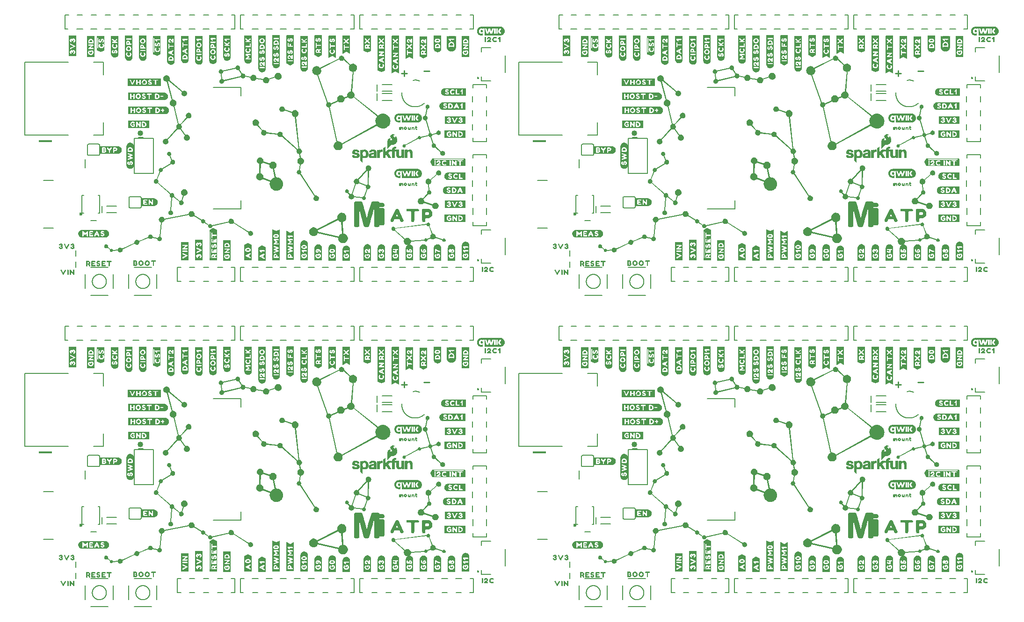
<source format=gto>
G04 EAGLE Gerber RS-274X export*
G75*
%MOMM*%
%FSLAX34Y34*%
%LPD*%
%INSilkscreen Top*%
%IPPOS*%
%AMOC8*
5,1,8,0,0,1.08239X$1,22.5*%
G01*
%ADD10C,0.279400*%
%ADD11C,1.016000*%
%ADD12C,0.080000*%
%ADD13C,0.203200*%
%ADD14C,0.600000*%
%ADD15C,0.152400*%
%ADD16C,0.254000*%
%ADD17C,0.127000*%
%ADD18C,0.177800*%
%ADD19R,0.040000X2.160000*%
%ADD20R,0.040000X2.280000*%
%ADD21R,0.040000X2.360000*%
%ADD22R,0.040000X2.440000*%
%ADD23R,0.040000X2.480000*%
%ADD24R,0.040000X2.520000*%
%ADD25R,0.040000X2.560000*%
%ADD26R,0.040000X2.600000*%
%ADD27R,0.040000X0.720000*%
%ADD28R,0.040000X0.440000*%
%ADD29R,0.040000X0.600000*%
%ADD30R,0.040000X0.760000*%
%ADD31R,0.040000X0.480000*%
%ADD32R,0.040000X0.360000*%
%ADD33R,0.040000X0.800000*%
%ADD34R,0.040000X0.280000*%
%ADD35R,0.040000X0.200000*%
%ADD36R,0.040000X0.240000*%
%ADD37R,0.040000X0.160000*%
%ADD38R,0.040000X0.840000*%
%ADD39R,0.040000X0.320000*%
%ADD40R,0.040000X0.120000*%
%ADD41R,0.040000X0.400000*%
%ADD42R,0.040000X0.080000*%
%ADD43R,0.040000X0.040000*%
%ADD44R,0.040000X0.560000*%
%ADD45R,2.350000X0.400000*%

G36*
X558227Y839781D02*
X558227Y839781D01*
X558265Y839794D01*
X558305Y839797D01*
X559754Y840247D01*
X559788Y840267D01*
X559826Y840277D01*
X561136Y840989D01*
X561166Y841014D01*
X561200Y841032D01*
X562342Y841974D01*
X562365Y842005D01*
X562396Y842028D01*
X563338Y843170D01*
X563355Y843205D01*
X563381Y843234D01*
X564092Y844545D01*
X564103Y844583D01*
X564123Y844617D01*
X564572Y846066D01*
X564575Y846106D01*
X564588Y846144D01*
X564745Y847700D01*
X564740Y847735D01*
X564745Y847771D01*
X564651Y848975D01*
X564642Y849005D01*
X564642Y849036D01*
X564440Y849884D01*
X626813Y884368D01*
X627037Y884090D01*
X627038Y884090D01*
X627359Y883691D01*
X627359Y883690D01*
X627570Y883429D01*
X627588Y883414D01*
X627601Y883395D01*
X628698Y882315D01*
X628718Y882303D01*
X628733Y882285D01*
X629949Y881339D01*
X629971Y881329D01*
X629987Y881312D01*
X631311Y880511D01*
X631334Y880503D01*
X631353Y880489D01*
X632772Y879844D01*
X632796Y879839D01*
X632817Y879827D01*
X634319Y879351D01*
X634344Y879349D01*
X634367Y879340D01*
X635942Y879045D01*
X635966Y879046D01*
X635990Y879039D01*
X637626Y878939D01*
X637648Y878942D01*
X637670Y878938D01*
X639019Y879006D01*
X639039Y879012D01*
X639059Y879010D01*
X640369Y879210D01*
X640388Y879218D01*
X640408Y879218D01*
X641673Y879543D01*
X641691Y879552D01*
X641710Y879555D01*
X642923Y879998D01*
X642939Y880009D01*
X642959Y880013D01*
X644112Y880568D01*
X644127Y880581D01*
X644146Y880587D01*
X645234Y881247D01*
X645255Y881267D01*
X645280Y881280D01*
X647233Y882890D01*
X647257Y882921D01*
X647287Y882944D01*
X648898Y884895D01*
X648911Y884921D01*
X648931Y884942D01*
X649592Y886029D01*
X649598Y886048D01*
X649611Y886063D01*
X650166Y887216D01*
X650171Y887236D01*
X650182Y887252D01*
X650625Y888464D01*
X650628Y888484D01*
X650637Y888502D01*
X650962Y889766D01*
X650963Y889786D01*
X650970Y889805D01*
X651170Y891115D01*
X651169Y891135D01*
X651174Y891155D01*
X651242Y892504D01*
X651239Y892524D01*
X651242Y892544D01*
X651174Y893893D01*
X651169Y893913D01*
X651170Y893933D01*
X650970Y895243D01*
X650963Y895262D01*
X650962Y895282D01*
X650637Y896547D01*
X650628Y896564D01*
X650625Y896584D01*
X650182Y897797D01*
X650171Y897813D01*
X650166Y897833D01*
X649611Y898986D01*
X649598Y899001D01*
X649592Y899020D01*
X648931Y900108D01*
X648911Y900129D01*
X648898Y900155D01*
X647287Y902108D01*
X647257Y902131D01*
X647233Y902161D01*
X645281Y903773D01*
X645255Y903786D01*
X645234Y903806D01*
X644146Y904467D01*
X644127Y904473D01*
X644112Y904486D01*
X642959Y905041D01*
X642939Y905046D01*
X642923Y905057D01*
X641711Y905500D01*
X641691Y905503D01*
X641673Y905512D01*
X640408Y905837D01*
X640388Y905838D01*
X640369Y905845D01*
X639059Y906045D01*
X639039Y906044D01*
X639019Y906049D01*
X637670Y906117D01*
X637650Y906114D01*
X637630Y906117D01*
X636298Y906051D01*
X636278Y906045D01*
X636258Y906047D01*
X634964Y905851D01*
X634945Y905844D01*
X634925Y905844D01*
X633675Y905526D01*
X633657Y905517D01*
X633637Y905514D01*
X632439Y905080D01*
X632414Y905065D01*
X632392Y905060D01*
X632390Y905058D01*
X632386Y905057D01*
X630165Y903867D01*
X630137Y903841D01*
X630102Y903825D01*
X628407Y902447D01*
X628385Y902475D01*
X585879Y936908D01*
X586281Y937994D01*
X586287Y938040D01*
X586303Y938085D01*
X586481Y939567D01*
X586477Y939607D01*
X586482Y939647D01*
X586399Y940673D01*
X586391Y940698D01*
X586391Y940721D01*
X586389Y940726D01*
X586389Y940736D01*
X586148Y941709D01*
X586133Y941738D01*
X586127Y941769D01*
X585742Y942675D01*
X585723Y942701D01*
X585713Y942730D01*
X585196Y943557D01*
X585174Y943579D01*
X585160Y943606D01*
X584525Y944340D01*
X584500Y944359D01*
X584481Y944384D01*
X583741Y945012D01*
X583713Y945026D01*
X583691Y945048D01*
X582860Y945558D01*
X582830Y945568D01*
X582804Y945587D01*
X582160Y945855D01*
X584873Y981786D01*
X585826Y982008D01*
X585859Y982024D01*
X585895Y982031D01*
X587039Y982528D01*
X587068Y982549D01*
X587101Y982562D01*
X588128Y983246D01*
X588153Y983272D01*
X588183Y983290D01*
X589072Y984140D01*
X589091Y984169D01*
X589118Y984192D01*
X589847Y985186D01*
X589861Y985219D01*
X589884Y985246D01*
X590431Y986362D01*
X590440Y986398D01*
X590457Y986430D01*
X590801Y987647D01*
X590802Y987652D01*
X590803Y987655D01*
X590803Y987681D01*
X590803Y987684D01*
X590815Y987719D01*
X590934Y989016D01*
X590929Y989054D01*
X590934Y989093D01*
X590791Y990506D01*
X590778Y990544D01*
X590775Y990584D01*
X590366Y991900D01*
X590346Y991935D01*
X590336Y991973D01*
X589688Y993164D01*
X589663Y993194D01*
X589646Y993228D01*
X588788Y994267D01*
X588758Y994290D01*
X588734Y994321D01*
X587695Y995178D01*
X587661Y995195D01*
X587632Y995221D01*
X586439Y995868D01*
X586401Y995879D01*
X586367Y995899D01*
X585049Y996308D01*
X585009Y996311D01*
X584971Y996324D01*
X583556Y996467D01*
X583519Y996462D01*
X583482Y996467D01*
X582291Y996366D01*
X582258Y996356D01*
X582224Y996355D01*
X581098Y996063D01*
X581069Y996047D01*
X581036Y996041D01*
X579992Y995575D01*
X579965Y995555D01*
X579935Y995543D01*
X579235Y995083D01*
X567455Y1004877D01*
X567581Y1005349D01*
X567583Y1005384D01*
X567593Y1005416D01*
X567661Y1006172D01*
X567656Y1006210D01*
X567661Y1006248D01*
X567572Y1007132D01*
X567559Y1007170D01*
X567556Y1007210D01*
X567301Y1008033D01*
X567281Y1008067D01*
X567270Y1008105D01*
X566866Y1008850D01*
X566841Y1008879D01*
X566823Y1008913D01*
X566288Y1009562D01*
X566258Y1009586D01*
X566234Y1009616D01*
X565586Y1010152D01*
X565551Y1010169D01*
X565522Y1010195D01*
X564778Y1010599D01*
X564740Y1010610D01*
X564706Y1010629D01*
X563883Y1010885D01*
X563843Y1010888D01*
X563805Y1010901D01*
X562921Y1010990D01*
X562881Y1010985D01*
X562841Y1010990D01*
X561958Y1010901D01*
X561920Y1010888D01*
X561880Y1010885D01*
X561057Y1010629D01*
X561023Y1010610D01*
X560985Y1010599D01*
X560240Y1010195D01*
X560211Y1010169D01*
X560177Y1010152D01*
X559528Y1009616D01*
X559505Y1009586D01*
X559474Y1009562D01*
X558939Y1008913D01*
X558922Y1008878D01*
X558896Y1008850D01*
X558492Y1008105D01*
X558482Y1008067D01*
X558462Y1008033D01*
X558207Y1007210D01*
X558204Y1007170D01*
X558191Y1007132D01*
X558102Y1006248D01*
X558106Y1006216D01*
X558100Y1006185D01*
X558113Y1005967D01*
X524115Y989075D01*
X523118Y990106D01*
X523081Y990130D01*
X523050Y990162D01*
X521601Y991110D01*
X521558Y991126D01*
X521520Y991151D01*
X519870Y991757D01*
X519823Y991763D01*
X519779Y991779D01*
X517975Y991992D01*
X517932Y991987D01*
X517888Y991992D01*
X516333Y991836D01*
X516295Y991823D01*
X516255Y991820D01*
X514807Y991370D01*
X514772Y991350D01*
X514734Y991340D01*
X513424Y990628D01*
X513395Y990603D01*
X513360Y990586D01*
X512218Y989644D01*
X512195Y989613D01*
X512165Y989590D01*
X511222Y988448D01*
X511205Y988414D01*
X511179Y988385D01*
X510468Y987075D01*
X510457Y987037D01*
X510438Y987003D01*
X509988Y985556D01*
X509985Y985516D01*
X509972Y985478D01*
X509815Y983925D01*
X509820Y983885D01*
X509815Y983845D01*
X509972Y982290D01*
X509985Y982252D01*
X509988Y982212D01*
X510438Y980763D01*
X510458Y980729D01*
X510468Y980691D01*
X511179Y979380D01*
X511205Y979351D01*
X511222Y979316D01*
X512164Y978174D01*
X512195Y978150D01*
X512218Y978120D01*
X513360Y977178D01*
X513395Y977160D01*
X513424Y977135D01*
X514734Y976423D01*
X514773Y976412D01*
X514807Y976393D01*
X516255Y975943D01*
X516295Y975940D01*
X516333Y975927D01*
X517888Y975770D01*
X517925Y975775D01*
X517961Y975769D01*
X518756Y975834D01*
X536511Y925568D01*
X536025Y925072D01*
X536002Y925034D01*
X535971Y925003D01*
X535469Y924197D01*
X535454Y924155D01*
X535431Y924118D01*
X535111Y923206D01*
X535107Y923175D01*
X535097Y923155D01*
X535097Y923138D01*
X535091Y923119D01*
X534978Y922129D01*
X534983Y922086D01*
X534978Y922044D01*
X535067Y921160D01*
X535080Y921122D01*
X535083Y921082D01*
X535338Y920259D01*
X535358Y920225D01*
X535368Y920187D01*
X535772Y919442D01*
X535798Y919413D01*
X535815Y919379D01*
X536350Y918730D01*
X536381Y918706D01*
X536404Y918676D01*
X537053Y918140D01*
X537088Y918123D01*
X537116Y918098D01*
X537861Y917693D01*
X537899Y917682D01*
X537933Y917663D01*
X538756Y917407D01*
X538796Y917404D01*
X538834Y917391D01*
X539714Y917302D01*
X553128Y855044D01*
X552411Y854671D01*
X552388Y854652D01*
X552362Y854641D01*
X551463Y853995D01*
X551444Y853973D01*
X551419Y853958D01*
X550624Y853193D01*
X550608Y853169D01*
X550586Y853151D01*
X549906Y852279D01*
X549894Y852253D01*
X549890Y852249D01*
X549889Y852248D01*
X549874Y852232D01*
X549323Y851266D01*
X549315Y851238D01*
X549298Y851214D01*
X548888Y850168D01*
X548884Y850138D01*
X548871Y850111D01*
X548616Y848997D01*
X548616Y848967D01*
X548607Y848938D01*
X548519Y847770D01*
X548524Y847735D01*
X548520Y847700D01*
X548677Y846144D01*
X548689Y846106D01*
X548693Y846066D01*
X549142Y844617D01*
X549162Y844583D01*
X549172Y844545D01*
X549884Y843234D01*
X549909Y843205D01*
X549927Y843170D01*
X550869Y842028D01*
X550899Y842005D01*
X550922Y841974D01*
X552064Y841032D01*
X552099Y841014D01*
X552128Y840989D01*
X553438Y840277D01*
X553477Y840266D01*
X553511Y840247D01*
X554959Y839797D01*
X554999Y839794D01*
X555037Y839781D01*
X556592Y839624D01*
X556632Y839629D01*
X556672Y839624D01*
X558227Y839781D01*
G37*
G36*
X1452307Y275901D02*
X1452307Y275901D01*
X1452345Y275914D01*
X1452385Y275917D01*
X1453834Y276367D01*
X1453868Y276387D01*
X1453906Y276397D01*
X1455216Y277109D01*
X1455246Y277134D01*
X1455280Y277152D01*
X1456422Y278094D01*
X1456445Y278125D01*
X1456476Y278148D01*
X1457418Y279290D01*
X1457435Y279325D01*
X1457461Y279354D01*
X1458172Y280665D01*
X1458183Y280703D01*
X1458203Y280737D01*
X1458652Y282186D01*
X1458655Y282226D01*
X1458668Y282264D01*
X1458825Y283820D01*
X1458820Y283855D01*
X1458825Y283891D01*
X1458731Y285095D01*
X1458722Y285125D01*
X1458722Y285156D01*
X1458520Y286004D01*
X1520893Y320488D01*
X1521117Y320210D01*
X1521118Y320210D01*
X1521439Y319811D01*
X1521439Y319810D01*
X1521650Y319549D01*
X1521668Y319534D01*
X1521681Y319515D01*
X1522778Y318435D01*
X1522798Y318423D01*
X1522813Y318405D01*
X1524029Y317459D01*
X1524051Y317449D01*
X1524067Y317432D01*
X1525391Y316631D01*
X1525414Y316623D01*
X1525433Y316609D01*
X1526852Y315964D01*
X1526876Y315959D01*
X1526897Y315947D01*
X1528399Y315471D01*
X1528424Y315469D01*
X1528447Y315460D01*
X1530022Y315165D01*
X1530046Y315166D01*
X1530070Y315159D01*
X1531706Y315059D01*
X1531728Y315062D01*
X1531750Y315058D01*
X1533099Y315126D01*
X1533119Y315132D01*
X1533139Y315130D01*
X1534449Y315330D01*
X1534468Y315338D01*
X1534488Y315338D01*
X1535753Y315663D01*
X1535771Y315672D01*
X1535790Y315675D01*
X1537003Y316118D01*
X1537019Y316129D01*
X1537039Y316133D01*
X1538192Y316688D01*
X1538207Y316701D01*
X1538226Y316707D01*
X1539314Y317367D01*
X1539335Y317387D01*
X1539360Y317400D01*
X1541313Y319010D01*
X1541337Y319041D01*
X1541367Y319064D01*
X1542978Y321015D01*
X1542991Y321041D01*
X1543011Y321062D01*
X1543672Y322149D01*
X1543678Y322168D01*
X1543691Y322183D01*
X1544246Y323336D01*
X1544251Y323356D01*
X1544262Y323372D01*
X1544705Y324584D01*
X1544708Y324604D01*
X1544717Y324622D01*
X1545042Y325886D01*
X1545043Y325906D01*
X1545050Y325925D01*
X1545250Y327235D01*
X1545249Y327255D01*
X1545254Y327275D01*
X1545322Y328624D01*
X1545319Y328644D01*
X1545322Y328664D01*
X1545254Y330013D01*
X1545249Y330033D01*
X1545250Y330053D01*
X1545050Y331363D01*
X1545043Y331382D01*
X1545042Y331402D01*
X1544717Y332667D01*
X1544708Y332684D01*
X1544705Y332704D01*
X1544262Y333917D01*
X1544251Y333933D01*
X1544246Y333953D01*
X1543691Y335106D01*
X1543678Y335121D01*
X1543672Y335140D01*
X1543011Y336228D01*
X1542991Y336249D01*
X1542978Y336275D01*
X1541367Y338228D01*
X1541337Y338251D01*
X1541313Y338281D01*
X1539361Y339893D01*
X1539335Y339906D01*
X1539314Y339926D01*
X1538226Y340587D01*
X1538207Y340593D01*
X1538192Y340606D01*
X1537039Y341161D01*
X1537019Y341166D01*
X1537003Y341177D01*
X1535791Y341620D01*
X1535771Y341623D01*
X1535753Y341632D01*
X1534488Y341957D01*
X1534468Y341958D01*
X1534449Y341965D01*
X1533139Y342165D01*
X1533119Y342164D01*
X1533099Y342169D01*
X1531750Y342237D01*
X1531730Y342234D01*
X1531710Y342237D01*
X1530378Y342171D01*
X1530358Y342165D01*
X1530338Y342167D01*
X1529044Y341971D01*
X1529025Y341964D01*
X1529005Y341964D01*
X1527755Y341646D01*
X1527737Y341637D01*
X1527717Y341634D01*
X1526519Y341200D01*
X1526494Y341185D01*
X1526472Y341180D01*
X1526470Y341178D01*
X1526466Y341177D01*
X1524245Y339987D01*
X1524217Y339961D01*
X1524182Y339945D01*
X1522487Y338567D01*
X1522465Y338595D01*
X1479959Y373028D01*
X1480361Y374114D01*
X1480367Y374160D01*
X1480383Y374205D01*
X1480561Y375687D01*
X1480557Y375727D01*
X1480562Y375767D01*
X1480479Y376793D01*
X1480471Y376818D01*
X1480471Y376841D01*
X1480469Y376846D01*
X1480469Y376856D01*
X1480228Y377829D01*
X1480213Y377858D01*
X1480207Y377889D01*
X1479822Y378795D01*
X1479803Y378821D01*
X1479793Y378850D01*
X1479276Y379677D01*
X1479254Y379699D01*
X1479240Y379726D01*
X1478605Y380460D01*
X1478580Y380479D01*
X1478561Y380504D01*
X1477821Y381132D01*
X1477793Y381146D01*
X1477771Y381168D01*
X1476940Y381678D01*
X1476910Y381688D01*
X1476884Y381707D01*
X1476240Y381975D01*
X1478953Y417906D01*
X1479906Y418128D01*
X1479939Y418144D01*
X1479975Y418151D01*
X1481119Y418648D01*
X1481148Y418669D01*
X1481181Y418682D01*
X1482208Y419366D01*
X1482233Y419392D01*
X1482263Y419410D01*
X1483152Y420260D01*
X1483171Y420289D01*
X1483198Y420312D01*
X1483927Y421306D01*
X1483941Y421339D01*
X1483964Y421366D01*
X1484511Y422482D01*
X1484520Y422518D01*
X1484537Y422550D01*
X1484881Y423767D01*
X1484882Y423772D01*
X1484883Y423775D01*
X1484883Y423801D01*
X1484883Y423804D01*
X1484895Y423839D01*
X1485014Y425136D01*
X1485009Y425174D01*
X1485014Y425213D01*
X1484871Y426626D01*
X1484858Y426664D01*
X1484855Y426704D01*
X1484446Y428020D01*
X1484426Y428055D01*
X1484416Y428093D01*
X1483768Y429284D01*
X1483743Y429314D01*
X1483726Y429348D01*
X1482868Y430387D01*
X1482838Y430410D01*
X1482814Y430441D01*
X1481775Y431298D01*
X1481741Y431315D01*
X1481712Y431341D01*
X1480519Y431988D01*
X1480481Y431999D01*
X1480447Y432019D01*
X1479129Y432428D01*
X1479089Y432431D01*
X1479051Y432444D01*
X1477636Y432587D01*
X1477599Y432582D01*
X1477562Y432587D01*
X1476371Y432486D01*
X1476338Y432476D01*
X1476304Y432475D01*
X1475178Y432183D01*
X1475149Y432167D01*
X1475116Y432161D01*
X1474072Y431695D01*
X1474045Y431675D01*
X1474015Y431663D01*
X1473315Y431203D01*
X1461535Y440997D01*
X1461661Y441469D01*
X1461663Y441504D01*
X1461673Y441536D01*
X1461741Y442292D01*
X1461736Y442330D01*
X1461741Y442368D01*
X1461652Y443252D01*
X1461639Y443290D01*
X1461636Y443330D01*
X1461381Y444153D01*
X1461361Y444187D01*
X1461350Y444225D01*
X1460946Y444970D01*
X1460921Y444999D01*
X1460903Y445033D01*
X1460368Y445682D01*
X1460338Y445706D01*
X1460314Y445736D01*
X1459666Y446272D01*
X1459631Y446289D01*
X1459602Y446315D01*
X1458858Y446719D01*
X1458820Y446730D01*
X1458786Y446749D01*
X1457963Y447005D01*
X1457923Y447008D01*
X1457885Y447021D01*
X1457001Y447110D01*
X1456961Y447105D01*
X1456921Y447110D01*
X1456038Y447021D01*
X1456000Y447008D01*
X1455960Y447005D01*
X1455137Y446749D01*
X1455103Y446730D01*
X1455065Y446719D01*
X1454320Y446315D01*
X1454291Y446289D01*
X1454257Y446272D01*
X1453608Y445736D01*
X1453585Y445706D01*
X1453554Y445682D01*
X1453019Y445033D01*
X1453002Y444998D01*
X1452976Y444970D01*
X1452572Y444225D01*
X1452562Y444187D01*
X1452542Y444153D01*
X1452287Y443330D01*
X1452284Y443290D01*
X1452271Y443252D01*
X1452182Y442368D01*
X1452186Y442336D01*
X1452180Y442305D01*
X1452193Y442087D01*
X1418195Y425195D01*
X1417198Y426226D01*
X1417161Y426250D01*
X1417130Y426282D01*
X1415681Y427230D01*
X1415638Y427246D01*
X1415600Y427271D01*
X1413950Y427877D01*
X1413903Y427883D01*
X1413859Y427899D01*
X1412055Y428112D01*
X1412012Y428107D01*
X1411968Y428112D01*
X1410413Y427956D01*
X1410375Y427943D01*
X1410335Y427940D01*
X1408887Y427490D01*
X1408852Y427470D01*
X1408814Y427460D01*
X1407504Y426748D01*
X1407475Y426723D01*
X1407440Y426706D01*
X1406298Y425764D01*
X1406275Y425733D01*
X1406245Y425710D01*
X1405302Y424568D01*
X1405285Y424534D01*
X1405259Y424505D01*
X1404548Y423195D01*
X1404537Y423157D01*
X1404518Y423123D01*
X1404068Y421676D01*
X1404065Y421636D01*
X1404052Y421598D01*
X1403895Y420045D01*
X1403900Y420005D01*
X1403895Y419965D01*
X1404052Y418410D01*
X1404065Y418372D01*
X1404068Y418332D01*
X1404518Y416883D01*
X1404538Y416849D01*
X1404548Y416811D01*
X1405259Y415500D01*
X1405285Y415471D01*
X1405302Y415436D01*
X1406244Y414294D01*
X1406275Y414270D01*
X1406298Y414240D01*
X1407440Y413298D01*
X1407475Y413280D01*
X1407504Y413255D01*
X1408814Y412543D01*
X1408853Y412532D01*
X1408887Y412513D01*
X1410335Y412063D01*
X1410375Y412060D01*
X1410413Y412047D01*
X1411968Y411890D01*
X1412005Y411895D01*
X1412041Y411889D01*
X1412836Y411954D01*
X1430591Y361688D01*
X1430105Y361192D01*
X1430082Y361154D01*
X1430051Y361123D01*
X1429549Y360317D01*
X1429534Y360275D01*
X1429511Y360238D01*
X1429191Y359326D01*
X1429187Y359295D01*
X1429177Y359275D01*
X1429177Y359258D01*
X1429171Y359239D01*
X1429058Y358249D01*
X1429063Y358206D01*
X1429058Y358164D01*
X1429147Y357280D01*
X1429160Y357242D01*
X1429163Y357202D01*
X1429418Y356379D01*
X1429438Y356345D01*
X1429448Y356307D01*
X1429852Y355562D01*
X1429878Y355533D01*
X1429895Y355499D01*
X1430430Y354850D01*
X1430461Y354826D01*
X1430484Y354796D01*
X1431133Y354260D01*
X1431168Y354243D01*
X1431196Y354218D01*
X1431941Y353813D01*
X1431979Y353802D01*
X1432013Y353783D01*
X1432836Y353527D01*
X1432876Y353524D01*
X1432914Y353511D01*
X1433794Y353422D01*
X1447208Y291164D01*
X1446491Y290791D01*
X1446468Y290772D01*
X1446442Y290761D01*
X1445543Y290115D01*
X1445524Y290093D01*
X1445499Y290078D01*
X1444704Y289313D01*
X1444688Y289289D01*
X1444666Y289271D01*
X1443986Y288399D01*
X1443974Y288373D01*
X1443970Y288369D01*
X1443969Y288368D01*
X1443954Y288352D01*
X1443403Y287386D01*
X1443395Y287358D01*
X1443378Y287334D01*
X1442968Y286288D01*
X1442964Y286258D01*
X1442951Y286231D01*
X1442696Y285117D01*
X1442696Y285087D01*
X1442687Y285058D01*
X1442599Y283890D01*
X1442604Y283855D01*
X1442600Y283820D01*
X1442757Y282264D01*
X1442769Y282226D01*
X1442773Y282186D01*
X1443222Y280737D01*
X1443242Y280703D01*
X1443252Y280665D01*
X1443964Y279354D01*
X1443989Y279325D01*
X1444007Y279290D01*
X1444949Y278148D01*
X1444979Y278125D01*
X1445002Y278094D01*
X1446144Y277152D01*
X1446179Y277134D01*
X1446208Y277109D01*
X1447518Y276397D01*
X1447557Y276386D01*
X1447591Y276367D01*
X1449039Y275917D01*
X1449079Y275914D01*
X1449117Y275901D01*
X1450672Y275744D01*
X1450712Y275749D01*
X1450752Y275744D01*
X1452307Y275901D01*
G37*
G36*
X558227Y275901D02*
X558227Y275901D01*
X558265Y275914D01*
X558305Y275917D01*
X559754Y276367D01*
X559788Y276387D01*
X559826Y276397D01*
X561136Y277109D01*
X561166Y277134D01*
X561200Y277152D01*
X562342Y278094D01*
X562365Y278125D01*
X562396Y278148D01*
X563338Y279290D01*
X563355Y279325D01*
X563381Y279354D01*
X564092Y280665D01*
X564103Y280703D01*
X564123Y280737D01*
X564572Y282186D01*
X564575Y282226D01*
X564588Y282264D01*
X564745Y283820D01*
X564740Y283855D01*
X564745Y283891D01*
X564651Y285095D01*
X564642Y285125D01*
X564642Y285156D01*
X564440Y286004D01*
X626813Y320488D01*
X627037Y320210D01*
X627038Y320210D01*
X627359Y319811D01*
X627359Y319810D01*
X627570Y319549D01*
X627588Y319534D01*
X627601Y319515D01*
X628698Y318435D01*
X628718Y318423D01*
X628733Y318405D01*
X629949Y317459D01*
X629971Y317449D01*
X629987Y317432D01*
X631311Y316631D01*
X631334Y316623D01*
X631353Y316609D01*
X632772Y315964D01*
X632796Y315959D01*
X632817Y315947D01*
X634319Y315471D01*
X634344Y315469D01*
X634367Y315460D01*
X635942Y315165D01*
X635966Y315166D01*
X635990Y315159D01*
X637626Y315059D01*
X637648Y315062D01*
X637670Y315058D01*
X639019Y315126D01*
X639039Y315132D01*
X639059Y315130D01*
X640369Y315330D01*
X640388Y315338D01*
X640408Y315338D01*
X641673Y315663D01*
X641691Y315672D01*
X641710Y315675D01*
X642923Y316118D01*
X642939Y316129D01*
X642959Y316133D01*
X644112Y316688D01*
X644127Y316701D01*
X644146Y316707D01*
X645234Y317367D01*
X645255Y317387D01*
X645280Y317400D01*
X647233Y319010D01*
X647257Y319041D01*
X647287Y319064D01*
X648898Y321015D01*
X648911Y321041D01*
X648931Y321062D01*
X649592Y322149D01*
X649598Y322168D01*
X649611Y322183D01*
X650166Y323336D01*
X650171Y323356D01*
X650182Y323372D01*
X650625Y324584D01*
X650628Y324604D01*
X650637Y324622D01*
X650962Y325886D01*
X650963Y325906D01*
X650970Y325925D01*
X651170Y327235D01*
X651169Y327255D01*
X651174Y327275D01*
X651242Y328624D01*
X651239Y328644D01*
X651242Y328664D01*
X651174Y330013D01*
X651169Y330033D01*
X651170Y330053D01*
X650970Y331363D01*
X650963Y331382D01*
X650962Y331402D01*
X650637Y332667D01*
X650628Y332684D01*
X650625Y332704D01*
X650182Y333917D01*
X650171Y333933D01*
X650166Y333953D01*
X649611Y335106D01*
X649598Y335121D01*
X649592Y335140D01*
X648931Y336228D01*
X648911Y336249D01*
X648898Y336275D01*
X647287Y338228D01*
X647257Y338251D01*
X647233Y338281D01*
X645281Y339893D01*
X645255Y339906D01*
X645234Y339926D01*
X644146Y340587D01*
X644127Y340593D01*
X644112Y340606D01*
X642959Y341161D01*
X642939Y341166D01*
X642923Y341177D01*
X641711Y341620D01*
X641691Y341623D01*
X641673Y341632D01*
X640408Y341957D01*
X640388Y341958D01*
X640369Y341965D01*
X639059Y342165D01*
X639039Y342164D01*
X639019Y342169D01*
X637670Y342237D01*
X637650Y342234D01*
X637630Y342237D01*
X636298Y342171D01*
X636278Y342165D01*
X636258Y342167D01*
X634964Y341971D01*
X634945Y341964D01*
X634925Y341964D01*
X633675Y341646D01*
X633657Y341637D01*
X633637Y341634D01*
X632439Y341200D01*
X632414Y341185D01*
X632392Y341180D01*
X632390Y341178D01*
X632386Y341177D01*
X630165Y339987D01*
X630137Y339961D01*
X630102Y339945D01*
X628407Y338567D01*
X628385Y338595D01*
X585879Y373028D01*
X586281Y374114D01*
X586287Y374160D01*
X586303Y374205D01*
X586481Y375687D01*
X586477Y375727D01*
X586482Y375767D01*
X586399Y376793D01*
X586391Y376818D01*
X586391Y376841D01*
X586389Y376846D01*
X586389Y376856D01*
X586148Y377829D01*
X586133Y377858D01*
X586127Y377889D01*
X585742Y378795D01*
X585723Y378821D01*
X585713Y378850D01*
X585196Y379677D01*
X585174Y379699D01*
X585160Y379726D01*
X584525Y380460D01*
X584500Y380479D01*
X584481Y380504D01*
X583741Y381132D01*
X583713Y381146D01*
X583691Y381168D01*
X582860Y381678D01*
X582830Y381688D01*
X582804Y381707D01*
X582160Y381975D01*
X584873Y417906D01*
X585826Y418128D01*
X585859Y418144D01*
X585895Y418151D01*
X587039Y418648D01*
X587068Y418669D01*
X587101Y418682D01*
X588128Y419366D01*
X588153Y419392D01*
X588183Y419410D01*
X589072Y420260D01*
X589091Y420289D01*
X589118Y420312D01*
X589847Y421306D01*
X589861Y421339D01*
X589884Y421366D01*
X590431Y422482D01*
X590440Y422518D01*
X590457Y422550D01*
X590801Y423767D01*
X590802Y423772D01*
X590803Y423775D01*
X590803Y423801D01*
X590803Y423804D01*
X590815Y423839D01*
X590934Y425136D01*
X590929Y425174D01*
X590934Y425213D01*
X590791Y426626D01*
X590778Y426664D01*
X590775Y426704D01*
X590366Y428020D01*
X590346Y428055D01*
X590336Y428093D01*
X589688Y429284D01*
X589663Y429314D01*
X589646Y429348D01*
X588788Y430387D01*
X588758Y430410D01*
X588734Y430441D01*
X587695Y431298D01*
X587661Y431315D01*
X587632Y431341D01*
X586439Y431988D01*
X586401Y431999D01*
X586367Y432019D01*
X585049Y432428D01*
X585009Y432431D01*
X584971Y432444D01*
X583556Y432587D01*
X583519Y432582D01*
X583482Y432587D01*
X582291Y432486D01*
X582258Y432476D01*
X582224Y432475D01*
X581098Y432183D01*
X581069Y432167D01*
X581036Y432161D01*
X579992Y431695D01*
X579965Y431675D01*
X579935Y431663D01*
X579235Y431203D01*
X567455Y440997D01*
X567581Y441469D01*
X567583Y441504D01*
X567593Y441536D01*
X567661Y442292D01*
X567656Y442330D01*
X567661Y442368D01*
X567572Y443252D01*
X567559Y443290D01*
X567556Y443330D01*
X567301Y444153D01*
X567281Y444187D01*
X567270Y444225D01*
X566866Y444970D01*
X566841Y444999D01*
X566823Y445033D01*
X566288Y445682D01*
X566258Y445706D01*
X566234Y445736D01*
X565586Y446272D01*
X565551Y446289D01*
X565522Y446315D01*
X564778Y446719D01*
X564740Y446730D01*
X564706Y446749D01*
X563883Y447005D01*
X563843Y447008D01*
X563805Y447021D01*
X562921Y447110D01*
X562881Y447105D01*
X562841Y447110D01*
X561958Y447021D01*
X561920Y447008D01*
X561880Y447005D01*
X561057Y446749D01*
X561023Y446730D01*
X560985Y446719D01*
X560240Y446315D01*
X560211Y446289D01*
X560177Y446272D01*
X559528Y445736D01*
X559505Y445706D01*
X559474Y445682D01*
X558939Y445033D01*
X558922Y444998D01*
X558896Y444970D01*
X558492Y444225D01*
X558482Y444187D01*
X558462Y444153D01*
X558207Y443330D01*
X558204Y443290D01*
X558191Y443252D01*
X558102Y442368D01*
X558106Y442336D01*
X558100Y442305D01*
X558113Y442087D01*
X524115Y425195D01*
X523118Y426226D01*
X523081Y426250D01*
X523050Y426282D01*
X521601Y427230D01*
X521558Y427246D01*
X521520Y427271D01*
X519870Y427877D01*
X519823Y427883D01*
X519779Y427899D01*
X517975Y428112D01*
X517932Y428107D01*
X517888Y428112D01*
X516333Y427956D01*
X516295Y427943D01*
X516255Y427940D01*
X514807Y427490D01*
X514772Y427470D01*
X514734Y427460D01*
X513424Y426748D01*
X513395Y426723D01*
X513360Y426706D01*
X512218Y425764D01*
X512195Y425733D01*
X512165Y425710D01*
X511222Y424568D01*
X511205Y424534D01*
X511179Y424505D01*
X510468Y423195D01*
X510457Y423157D01*
X510438Y423123D01*
X509988Y421676D01*
X509985Y421636D01*
X509972Y421598D01*
X509815Y420045D01*
X509820Y420005D01*
X509815Y419965D01*
X509972Y418410D01*
X509985Y418372D01*
X509988Y418332D01*
X510438Y416883D01*
X510458Y416849D01*
X510468Y416811D01*
X511179Y415500D01*
X511205Y415471D01*
X511222Y415436D01*
X512164Y414294D01*
X512195Y414270D01*
X512218Y414240D01*
X513360Y413298D01*
X513395Y413280D01*
X513424Y413255D01*
X514734Y412543D01*
X514773Y412532D01*
X514807Y412513D01*
X516255Y412063D01*
X516295Y412060D01*
X516333Y412047D01*
X517888Y411890D01*
X517925Y411895D01*
X517961Y411889D01*
X518756Y411954D01*
X536511Y361688D01*
X536025Y361192D01*
X536002Y361154D01*
X535971Y361123D01*
X535469Y360317D01*
X535454Y360275D01*
X535431Y360238D01*
X535111Y359326D01*
X535107Y359295D01*
X535097Y359275D01*
X535097Y359258D01*
X535091Y359239D01*
X534978Y358249D01*
X534983Y358206D01*
X534978Y358164D01*
X535067Y357280D01*
X535080Y357242D01*
X535083Y357202D01*
X535338Y356379D01*
X535358Y356345D01*
X535368Y356307D01*
X535772Y355562D01*
X535798Y355533D01*
X535815Y355499D01*
X536350Y354850D01*
X536381Y354826D01*
X536404Y354796D01*
X537053Y354260D01*
X537088Y354243D01*
X537116Y354218D01*
X537861Y353813D01*
X537899Y353802D01*
X537933Y353783D01*
X538756Y353527D01*
X538796Y353524D01*
X538834Y353511D01*
X539714Y353422D01*
X553128Y291164D01*
X552411Y290791D01*
X552388Y290772D01*
X552362Y290761D01*
X551463Y290115D01*
X551444Y290093D01*
X551419Y290078D01*
X550624Y289313D01*
X550608Y289289D01*
X550586Y289271D01*
X549906Y288399D01*
X549894Y288373D01*
X549890Y288369D01*
X549889Y288368D01*
X549874Y288352D01*
X549323Y287386D01*
X549315Y287358D01*
X549298Y287334D01*
X548888Y286288D01*
X548884Y286258D01*
X548871Y286231D01*
X548616Y285117D01*
X548616Y285087D01*
X548607Y285058D01*
X548519Y283890D01*
X548524Y283855D01*
X548520Y283820D01*
X548677Y282264D01*
X548689Y282226D01*
X548693Y282186D01*
X549142Y280737D01*
X549162Y280703D01*
X549172Y280665D01*
X549884Y279354D01*
X549909Y279325D01*
X549927Y279290D01*
X550869Y278148D01*
X550899Y278125D01*
X550922Y278094D01*
X552064Y277152D01*
X552099Y277134D01*
X552128Y277109D01*
X553438Y276397D01*
X553477Y276386D01*
X553511Y276367D01*
X554959Y275917D01*
X554999Y275914D01*
X555037Y275901D01*
X556592Y275744D01*
X556632Y275749D01*
X556672Y275744D01*
X558227Y275901D01*
G37*
G36*
X1452307Y839781D02*
X1452307Y839781D01*
X1452345Y839794D01*
X1452385Y839797D01*
X1453834Y840247D01*
X1453868Y840267D01*
X1453906Y840277D01*
X1455216Y840989D01*
X1455246Y841014D01*
X1455280Y841032D01*
X1456422Y841974D01*
X1456445Y842005D01*
X1456476Y842028D01*
X1457418Y843170D01*
X1457435Y843205D01*
X1457461Y843234D01*
X1458172Y844545D01*
X1458183Y844583D01*
X1458203Y844617D01*
X1458652Y846066D01*
X1458655Y846106D01*
X1458668Y846144D01*
X1458825Y847700D01*
X1458820Y847735D01*
X1458825Y847771D01*
X1458731Y848975D01*
X1458722Y849005D01*
X1458722Y849036D01*
X1458520Y849884D01*
X1520893Y884368D01*
X1521117Y884090D01*
X1521118Y884090D01*
X1521439Y883691D01*
X1521439Y883690D01*
X1521650Y883429D01*
X1521668Y883414D01*
X1521681Y883395D01*
X1522778Y882315D01*
X1522798Y882303D01*
X1522813Y882285D01*
X1524029Y881339D01*
X1524051Y881329D01*
X1524067Y881312D01*
X1525391Y880511D01*
X1525414Y880503D01*
X1525433Y880489D01*
X1526852Y879844D01*
X1526876Y879839D01*
X1526897Y879827D01*
X1528399Y879351D01*
X1528424Y879349D01*
X1528447Y879340D01*
X1530022Y879045D01*
X1530046Y879046D01*
X1530070Y879039D01*
X1531706Y878939D01*
X1531728Y878942D01*
X1531750Y878938D01*
X1533099Y879006D01*
X1533119Y879012D01*
X1533139Y879010D01*
X1534449Y879210D01*
X1534468Y879218D01*
X1534488Y879218D01*
X1535753Y879543D01*
X1535771Y879552D01*
X1535790Y879555D01*
X1537003Y879998D01*
X1537019Y880009D01*
X1537039Y880013D01*
X1538192Y880568D01*
X1538207Y880581D01*
X1538226Y880587D01*
X1539314Y881247D01*
X1539335Y881267D01*
X1539360Y881280D01*
X1541313Y882890D01*
X1541337Y882921D01*
X1541367Y882944D01*
X1542978Y884895D01*
X1542991Y884921D01*
X1543011Y884942D01*
X1543672Y886029D01*
X1543678Y886048D01*
X1543691Y886063D01*
X1544246Y887216D01*
X1544251Y887236D01*
X1544262Y887252D01*
X1544705Y888464D01*
X1544708Y888484D01*
X1544717Y888502D01*
X1545042Y889766D01*
X1545043Y889786D01*
X1545050Y889805D01*
X1545250Y891115D01*
X1545249Y891135D01*
X1545254Y891155D01*
X1545322Y892504D01*
X1545319Y892524D01*
X1545322Y892544D01*
X1545254Y893893D01*
X1545249Y893913D01*
X1545250Y893933D01*
X1545050Y895243D01*
X1545043Y895262D01*
X1545042Y895282D01*
X1544717Y896547D01*
X1544708Y896564D01*
X1544705Y896584D01*
X1544262Y897797D01*
X1544251Y897813D01*
X1544246Y897833D01*
X1543691Y898986D01*
X1543678Y899001D01*
X1543672Y899020D01*
X1543011Y900108D01*
X1542991Y900129D01*
X1542978Y900155D01*
X1541367Y902108D01*
X1541337Y902131D01*
X1541313Y902161D01*
X1539361Y903773D01*
X1539335Y903786D01*
X1539314Y903806D01*
X1538226Y904467D01*
X1538207Y904473D01*
X1538192Y904486D01*
X1537039Y905041D01*
X1537019Y905046D01*
X1537003Y905057D01*
X1535791Y905500D01*
X1535771Y905503D01*
X1535753Y905512D01*
X1534488Y905837D01*
X1534468Y905838D01*
X1534449Y905845D01*
X1533139Y906045D01*
X1533119Y906044D01*
X1533099Y906049D01*
X1531750Y906117D01*
X1531730Y906114D01*
X1531710Y906117D01*
X1530378Y906051D01*
X1530358Y906045D01*
X1530338Y906047D01*
X1529044Y905851D01*
X1529025Y905844D01*
X1529005Y905844D01*
X1527755Y905526D01*
X1527737Y905517D01*
X1527717Y905514D01*
X1526519Y905080D01*
X1526494Y905065D01*
X1526472Y905060D01*
X1526470Y905058D01*
X1526466Y905057D01*
X1524245Y903867D01*
X1524217Y903841D01*
X1524182Y903825D01*
X1522487Y902447D01*
X1522465Y902475D01*
X1479959Y936908D01*
X1480361Y937994D01*
X1480367Y938040D01*
X1480383Y938085D01*
X1480561Y939567D01*
X1480557Y939607D01*
X1480562Y939647D01*
X1480479Y940673D01*
X1480471Y940698D01*
X1480471Y940721D01*
X1480469Y940726D01*
X1480469Y940736D01*
X1480228Y941709D01*
X1480213Y941738D01*
X1480207Y941769D01*
X1479822Y942675D01*
X1479803Y942701D01*
X1479793Y942730D01*
X1479276Y943557D01*
X1479254Y943579D01*
X1479240Y943606D01*
X1478605Y944340D01*
X1478580Y944359D01*
X1478561Y944384D01*
X1477821Y945012D01*
X1477793Y945026D01*
X1477771Y945048D01*
X1476940Y945558D01*
X1476910Y945568D01*
X1476884Y945587D01*
X1476240Y945855D01*
X1478953Y981786D01*
X1479906Y982008D01*
X1479939Y982024D01*
X1479975Y982031D01*
X1481119Y982528D01*
X1481148Y982549D01*
X1481181Y982562D01*
X1482208Y983246D01*
X1482233Y983272D01*
X1482263Y983290D01*
X1483152Y984140D01*
X1483171Y984169D01*
X1483198Y984192D01*
X1483927Y985186D01*
X1483941Y985219D01*
X1483964Y985246D01*
X1484511Y986362D01*
X1484520Y986398D01*
X1484537Y986430D01*
X1484881Y987647D01*
X1484882Y987652D01*
X1484883Y987655D01*
X1484883Y987681D01*
X1484883Y987684D01*
X1484895Y987719D01*
X1485014Y989016D01*
X1485009Y989054D01*
X1485014Y989093D01*
X1484871Y990506D01*
X1484858Y990544D01*
X1484855Y990584D01*
X1484446Y991900D01*
X1484426Y991935D01*
X1484416Y991973D01*
X1483768Y993164D01*
X1483743Y993194D01*
X1483726Y993228D01*
X1482868Y994267D01*
X1482838Y994290D01*
X1482814Y994321D01*
X1481775Y995178D01*
X1481741Y995195D01*
X1481712Y995221D01*
X1480519Y995868D01*
X1480481Y995879D01*
X1480447Y995899D01*
X1479129Y996308D01*
X1479089Y996311D01*
X1479051Y996324D01*
X1477636Y996467D01*
X1477599Y996462D01*
X1477562Y996467D01*
X1476371Y996366D01*
X1476338Y996356D01*
X1476304Y996355D01*
X1475178Y996063D01*
X1475149Y996047D01*
X1475116Y996041D01*
X1474072Y995575D01*
X1474045Y995555D01*
X1474015Y995543D01*
X1473315Y995083D01*
X1461535Y1004877D01*
X1461661Y1005349D01*
X1461663Y1005384D01*
X1461673Y1005416D01*
X1461741Y1006172D01*
X1461736Y1006210D01*
X1461741Y1006248D01*
X1461652Y1007132D01*
X1461639Y1007170D01*
X1461636Y1007210D01*
X1461381Y1008033D01*
X1461361Y1008067D01*
X1461350Y1008105D01*
X1460946Y1008850D01*
X1460921Y1008879D01*
X1460903Y1008913D01*
X1460368Y1009562D01*
X1460338Y1009586D01*
X1460314Y1009616D01*
X1459666Y1010152D01*
X1459631Y1010169D01*
X1459602Y1010195D01*
X1458858Y1010599D01*
X1458820Y1010610D01*
X1458786Y1010629D01*
X1457963Y1010885D01*
X1457923Y1010888D01*
X1457885Y1010901D01*
X1457001Y1010990D01*
X1456961Y1010985D01*
X1456921Y1010990D01*
X1456038Y1010901D01*
X1456000Y1010888D01*
X1455960Y1010885D01*
X1455137Y1010629D01*
X1455103Y1010610D01*
X1455065Y1010599D01*
X1454320Y1010195D01*
X1454291Y1010169D01*
X1454257Y1010152D01*
X1453608Y1009616D01*
X1453585Y1009586D01*
X1453554Y1009562D01*
X1453019Y1008913D01*
X1453002Y1008878D01*
X1452976Y1008850D01*
X1452572Y1008105D01*
X1452562Y1008067D01*
X1452542Y1008033D01*
X1452287Y1007210D01*
X1452284Y1007170D01*
X1452271Y1007132D01*
X1452182Y1006248D01*
X1452186Y1006216D01*
X1452180Y1006185D01*
X1452193Y1005967D01*
X1418195Y989075D01*
X1417198Y990106D01*
X1417161Y990130D01*
X1417130Y990162D01*
X1415681Y991110D01*
X1415638Y991126D01*
X1415600Y991151D01*
X1413950Y991757D01*
X1413903Y991763D01*
X1413859Y991779D01*
X1412055Y991992D01*
X1412012Y991987D01*
X1411968Y991992D01*
X1410413Y991836D01*
X1410375Y991823D01*
X1410335Y991820D01*
X1408887Y991370D01*
X1408852Y991350D01*
X1408814Y991340D01*
X1407504Y990628D01*
X1407475Y990603D01*
X1407440Y990586D01*
X1406298Y989644D01*
X1406275Y989613D01*
X1406245Y989590D01*
X1405302Y988448D01*
X1405285Y988414D01*
X1405259Y988385D01*
X1404548Y987075D01*
X1404537Y987037D01*
X1404518Y987003D01*
X1404068Y985556D01*
X1404065Y985516D01*
X1404052Y985478D01*
X1403895Y983925D01*
X1403900Y983885D01*
X1403895Y983845D01*
X1404052Y982290D01*
X1404065Y982252D01*
X1404068Y982212D01*
X1404518Y980763D01*
X1404538Y980729D01*
X1404548Y980691D01*
X1405259Y979380D01*
X1405285Y979351D01*
X1405302Y979316D01*
X1406244Y978174D01*
X1406275Y978150D01*
X1406298Y978120D01*
X1407440Y977178D01*
X1407475Y977160D01*
X1407504Y977135D01*
X1408814Y976423D01*
X1408853Y976412D01*
X1408887Y976393D01*
X1410335Y975943D01*
X1410375Y975940D01*
X1410413Y975927D01*
X1411968Y975770D01*
X1412005Y975775D01*
X1412041Y975769D01*
X1412836Y975834D01*
X1430591Y925568D01*
X1430105Y925072D01*
X1430082Y925034D01*
X1430051Y925003D01*
X1429549Y924197D01*
X1429534Y924155D01*
X1429511Y924118D01*
X1429191Y923206D01*
X1429187Y923175D01*
X1429177Y923155D01*
X1429177Y923138D01*
X1429171Y923119D01*
X1429058Y922129D01*
X1429063Y922086D01*
X1429058Y922044D01*
X1429147Y921160D01*
X1429160Y921122D01*
X1429163Y921082D01*
X1429418Y920259D01*
X1429438Y920225D01*
X1429448Y920187D01*
X1429852Y919442D01*
X1429878Y919413D01*
X1429895Y919379D01*
X1430430Y918730D01*
X1430461Y918706D01*
X1430484Y918676D01*
X1431133Y918140D01*
X1431168Y918123D01*
X1431196Y918098D01*
X1431941Y917693D01*
X1431979Y917682D01*
X1432013Y917663D01*
X1432836Y917407D01*
X1432876Y917404D01*
X1432914Y917391D01*
X1433794Y917302D01*
X1447208Y855044D01*
X1446491Y854671D01*
X1446468Y854652D01*
X1446442Y854641D01*
X1445543Y853995D01*
X1445524Y853973D01*
X1445499Y853958D01*
X1444704Y853193D01*
X1444688Y853169D01*
X1444666Y853151D01*
X1443986Y852279D01*
X1443974Y852253D01*
X1443970Y852249D01*
X1443969Y852248D01*
X1443954Y852232D01*
X1443403Y851266D01*
X1443395Y851238D01*
X1443378Y851214D01*
X1442968Y850168D01*
X1442964Y850138D01*
X1442951Y850111D01*
X1442696Y848997D01*
X1442696Y848967D01*
X1442687Y848938D01*
X1442599Y847770D01*
X1442604Y847735D01*
X1442600Y847700D01*
X1442757Y846144D01*
X1442769Y846106D01*
X1442773Y846066D01*
X1443222Y844617D01*
X1443242Y844583D01*
X1443252Y844545D01*
X1443964Y843234D01*
X1443989Y843205D01*
X1444007Y843170D01*
X1444949Y842028D01*
X1444979Y842005D01*
X1445002Y841974D01*
X1446144Y841032D01*
X1446179Y841014D01*
X1446208Y840989D01*
X1447518Y840277D01*
X1447557Y840266D01*
X1447591Y840247D01*
X1449039Y839797D01*
X1449079Y839794D01*
X1449117Y839781D01*
X1450672Y839624D01*
X1450712Y839629D01*
X1450752Y839624D01*
X1452307Y839781D01*
G37*
%LPC*%
G36*
X1457363Y852383D02*
X1457363Y852383D01*
X1457344Y852402D01*
X1457332Y852426D01*
X1456831Y853046D01*
X1456680Y853233D01*
X1456659Y853250D01*
X1456644Y853272D01*
X1455891Y853984D01*
X1455868Y853998D01*
X1455850Y854018D01*
X1455008Y854624D01*
X1454982Y854635D01*
X1454962Y854653D01*
X1454039Y855143D01*
X1454025Y855147D01*
X1454017Y855153D01*
X1454003Y855156D01*
X1453989Y855165D01*
X1452998Y855529D01*
X1452970Y855532D01*
X1452944Y855544D01*
X1451894Y855770D01*
X1451866Y855770D01*
X1451838Y855778D01*
X1450740Y855856D01*
X1450701Y855850D01*
X1450662Y855854D01*
X1449206Y855671D01*
X1435825Y917779D01*
X1436713Y918274D01*
X1436757Y918314D01*
X1436807Y918347D01*
X1437708Y919287D01*
X1437739Y919339D01*
X1437776Y919385D01*
X1438365Y920561D01*
X1438380Y920621D01*
X1438403Y920678D01*
X1438614Y922022D01*
X1438611Y922063D01*
X1438618Y922104D01*
X1438609Y922279D01*
X1450743Y928139D01*
X1451515Y927384D01*
X1451552Y927362D01*
X1451582Y927331D01*
X1452741Y926607D01*
X1452782Y926592D01*
X1452820Y926569D01*
X1454128Y926107D01*
X1454173Y926102D01*
X1454216Y926087D01*
X1455639Y925925D01*
X1455682Y925930D01*
X1455724Y925925D01*
X1456994Y926053D01*
X1457032Y926065D01*
X1457072Y926069D01*
X1458255Y926436D01*
X1458289Y926455D01*
X1458327Y926466D01*
X1459398Y927047D01*
X1459427Y927072D01*
X1459461Y927090D01*
X1460394Y927859D01*
X1460417Y927889D01*
X1460448Y927913D01*
X1461217Y928845D01*
X1461234Y928880D01*
X1461260Y928909D01*
X1461841Y929979D01*
X1461851Y930017D01*
X1461871Y930051D01*
X1462238Y931234D01*
X1462241Y931274D01*
X1462254Y931312D01*
X1462382Y932582D01*
X1462378Y932616D01*
X1462383Y932649D01*
X1462348Y933154D01*
X1468577Y935548D01*
X1469380Y934641D01*
X1469419Y934613D01*
X1469450Y934578D01*
X1470672Y933722D01*
X1470717Y933704D01*
X1470757Y933677D01*
X1472167Y933128D01*
X1472216Y933121D01*
X1472262Y933104D01*
X1473814Y932910D01*
X1473862Y932915D01*
X1473910Y932910D01*
X1475357Y933081D01*
X1475402Y933097D01*
X1475450Y933103D01*
X1476763Y933596D01*
X1476804Y933623D01*
X1476850Y933642D01*
X1477979Y934426D01*
X1478014Y934464D01*
X1478055Y934495D01*
X1478696Y935245D01*
X1521077Y900918D01*
X1519999Y899386D01*
X1519986Y899354D01*
X1519965Y899327D01*
X1518996Y897280D01*
X1518989Y897246D01*
X1518972Y897215D01*
X1518364Y894992D01*
X1518362Y894956D01*
X1518351Y894922D01*
X1518140Y892559D01*
X1518144Y892528D01*
X1518139Y892497D01*
X1518258Y890736D01*
X1518266Y890710D01*
X1518265Y890683D01*
X1518609Y888993D01*
X1518620Y888969D01*
X1518623Y888942D01*
X1519175Y887337D01*
X1519189Y887315D01*
X1519195Y887290D01*
X1519770Y886128D01*
X1457704Y851820D01*
X1457363Y852383D01*
G37*
%LPD*%
%LPC*%
G36*
X1457363Y288503D02*
X1457363Y288503D01*
X1457344Y288522D01*
X1457332Y288546D01*
X1456831Y289166D01*
X1456680Y289353D01*
X1456659Y289370D01*
X1456644Y289392D01*
X1455891Y290104D01*
X1455868Y290118D01*
X1455850Y290138D01*
X1455008Y290744D01*
X1454982Y290755D01*
X1454962Y290773D01*
X1454039Y291263D01*
X1454025Y291267D01*
X1454017Y291273D01*
X1454003Y291276D01*
X1453989Y291285D01*
X1452998Y291649D01*
X1452970Y291652D01*
X1452944Y291664D01*
X1451894Y291890D01*
X1451866Y291890D01*
X1451838Y291898D01*
X1450740Y291976D01*
X1450701Y291970D01*
X1450662Y291974D01*
X1449206Y291791D01*
X1435825Y353899D01*
X1436713Y354394D01*
X1436757Y354434D01*
X1436807Y354467D01*
X1437708Y355407D01*
X1437739Y355459D01*
X1437776Y355505D01*
X1438365Y356681D01*
X1438380Y356741D01*
X1438403Y356798D01*
X1438614Y358142D01*
X1438611Y358183D01*
X1438618Y358224D01*
X1438609Y358399D01*
X1450743Y364259D01*
X1451515Y363504D01*
X1451552Y363482D01*
X1451582Y363451D01*
X1452741Y362727D01*
X1452782Y362712D01*
X1452820Y362689D01*
X1454128Y362227D01*
X1454173Y362222D01*
X1454216Y362207D01*
X1455639Y362045D01*
X1455682Y362050D01*
X1455724Y362045D01*
X1456994Y362173D01*
X1457032Y362185D01*
X1457072Y362189D01*
X1458255Y362556D01*
X1458289Y362575D01*
X1458327Y362586D01*
X1459398Y363167D01*
X1459427Y363192D01*
X1459461Y363210D01*
X1460394Y363979D01*
X1460417Y364009D01*
X1460448Y364033D01*
X1461217Y364965D01*
X1461234Y365000D01*
X1461260Y365029D01*
X1461841Y366099D01*
X1461851Y366137D01*
X1461871Y366171D01*
X1462238Y367354D01*
X1462241Y367394D01*
X1462254Y367432D01*
X1462382Y368702D01*
X1462378Y368736D01*
X1462383Y368769D01*
X1462348Y369274D01*
X1468577Y371668D01*
X1469380Y370761D01*
X1469419Y370733D01*
X1469450Y370698D01*
X1470672Y369842D01*
X1470717Y369824D01*
X1470757Y369797D01*
X1472167Y369248D01*
X1472216Y369241D01*
X1472262Y369224D01*
X1473814Y369030D01*
X1473862Y369035D01*
X1473910Y369030D01*
X1475357Y369201D01*
X1475402Y369217D01*
X1475450Y369223D01*
X1476763Y369716D01*
X1476804Y369743D01*
X1476850Y369762D01*
X1477979Y370546D01*
X1478014Y370584D01*
X1478055Y370615D01*
X1478696Y371365D01*
X1521077Y337038D01*
X1519999Y335506D01*
X1519986Y335474D01*
X1519965Y335447D01*
X1518996Y333400D01*
X1518989Y333366D01*
X1518972Y333335D01*
X1518364Y331112D01*
X1518362Y331076D01*
X1518351Y331042D01*
X1518140Y328679D01*
X1518144Y328648D01*
X1518139Y328617D01*
X1518258Y326856D01*
X1518266Y326830D01*
X1518265Y326803D01*
X1518609Y325113D01*
X1518620Y325089D01*
X1518623Y325062D01*
X1519175Y323457D01*
X1519189Y323435D01*
X1519195Y323410D01*
X1519770Y322248D01*
X1457704Y287940D01*
X1457363Y288503D01*
G37*
%LPD*%
%LPC*%
G36*
X563283Y288503D02*
X563283Y288503D01*
X563264Y288522D01*
X563252Y288546D01*
X562751Y289166D01*
X562600Y289353D01*
X562579Y289370D01*
X562564Y289392D01*
X561811Y290104D01*
X561788Y290118D01*
X561770Y290138D01*
X560928Y290744D01*
X560902Y290755D01*
X560882Y290773D01*
X559959Y291263D01*
X559945Y291267D01*
X559937Y291273D01*
X559923Y291276D01*
X559909Y291285D01*
X558918Y291649D01*
X558890Y291652D01*
X558864Y291664D01*
X557814Y291890D01*
X557786Y291890D01*
X557758Y291898D01*
X556660Y291976D01*
X556621Y291970D01*
X556582Y291974D01*
X555126Y291791D01*
X541745Y353899D01*
X542633Y354394D01*
X542677Y354434D01*
X542727Y354467D01*
X543628Y355407D01*
X543659Y355459D01*
X543696Y355505D01*
X544285Y356681D01*
X544300Y356741D01*
X544323Y356798D01*
X544534Y358142D01*
X544531Y358183D01*
X544538Y358224D01*
X544529Y358399D01*
X556663Y364259D01*
X557435Y363504D01*
X557472Y363482D01*
X557502Y363451D01*
X558661Y362727D01*
X558702Y362712D01*
X558740Y362689D01*
X560048Y362227D01*
X560093Y362222D01*
X560136Y362207D01*
X561559Y362045D01*
X561602Y362050D01*
X561644Y362045D01*
X562914Y362173D01*
X562952Y362185D01*
X562992Y362189D01*
X564175Y362556D01*
X564209Y362575D01*
X564247Y362586D01*
X565318Y363167D01*
X565347Y363192D01*
X565381Y363210D01*
X566314Y363979D01*
X566337Y364009D01*
X566368Y364033D01*
X567137Y364965D01*
X567154Y365000D01*
X567180Y365029D01*
X567761Y366099D01*
X567771Y366137D01*
X567791Y366171D01*
X568158Y367354D01*
X568161Y367394D01*
X568174Y367432D01*
X568302Y368702D01*
X568298Y368736D01*
X568303Y368769D01*
X568268Y369274D01*
X574497Y371668D01*
X575300Y370761D01*
X575339Y370733D01*
X575370Y370698D01*
X576592Y369842D01*
X576637Y369824D01*
X576677Y369797D01*
X578087Y369248D01*
X578136Y369241D01*
X578182Y369224D01*
X579734Y369030D01*
X579782Y369035D01*
X579830Y369030D01*
X581277Y369201D01*
X581322Y369217D01*
X581370Y369223D01*
X582683Y369716D01*
X582724Y369743D01*
X582770Y369762D01*
X583899Y370546D01*
X583934Y370584D01*
X583975Y370615D01*
X584616Y371365D01*
X626997Y337038D01*
X625919Y335506D01*
X625906Y335474D01*
X625885Y335447D01*
X624916Y333400D01*
X624909Y333366D01*
X624892Y333335D01*
X624284Y331112D01*
X624282Y331076D01*
X624271Y331042D01*
X624060Y328679D01*
X624064Y328648D01*
X624059Y328617D01*
X624178Y326856D01*
X624186Y326830D01*
X624185Y326803D01*
X624529Y325113D01*
X624540Y325089D01*
X624543Y325062D01*
X625095Y323457D01*
X625109Y323435D01*
X625115Y323410D01*
X625690Y322248D01*
X563624Y287940D01*
X563283Y288503D01*
G37*
%LPD*%
%LPC*%
G36*
X563283Y852383D02*
X563283Y852383D01*
X563264Y852402D01*
X563252Y852426D01*
X562751Y853046D01*
X562600Y853233D01*
X562579Y853250D01*
X562564Y853272D01*
X561811Y853984D01*
X561788Y853998D01*
X561770Y854018D01*
X560928Y854624D01*
X560902Y854635D01*
X560882Y854653D01*
X559959Y855143D01*
X559945Y855147D01*
X559937Y855153D01*
X559923Y855156D01*
X559909Y855165D01*
X558918Y855529D01*
X558890Y855532D01*
X558864Y855544D01*
X557814Y855770D01*
X557786Y855770D01*
X557758Y855778D01*
X556660Y855856D01*
X556621Y855850D01*
X556582Y855854D01*
X555126Y855671D01*
X541745Y917779D01*
X542633Y918274D01*
X542677Y918314D01*
X542727Y918347D01*
X543628Y919287D01*
X543659Y919339D01*
X543696Y919385D01*
X544285Y920561D01*
X544300Y920621D01*
X544323Y920678D01*
X544534Y922022D01*
X544531Y922063D01*
X544538Y922104D01*
X544529Y922279D01*
X556663Y928139D01*
X557435Y927384D01*
X557472Y927362D01*
X557502Y927331D01*
X558661Y926607D01*
X558702Y926592D01*
X558740Y926569D01*
X560048Y926107D01*
X560093Y926102D01*
X560136Y926087D01*
X561559Y925925D01*
X561602Y925930D01*
X561644Y925925D01*
X562914Y926053D01*
X562952Y926065D01*
X562992Y926069D01*
X564175Y926436D01*
X564209Y926455D01*
X564247Y926466D01*
X565318Y927047D01*
X565347Y927072D01*
X565381Y927090D01*
X566314Y927859D01*
X566337Y927889D01*
X566368Y927913D01*
X567137Y928845D01*
X567154Y928880D01*
X567180Y928909D01*
X567761Y929979D01*
X567771Y930017D01*
X567791Y930051D01*
X568158Y931234D01*
X568161Y931274D01*
X568174Y931312D01*
X568302Y932582D01*
X568298Y932616D01*
X568303Y932649D01*
X568268Y933154D01*
X574497Y935548D01*
X575300Y934641D01*
X575339Y934613D01*
X575370Y934578D01*
X576592Y933722D01*
X576637Y933704D01*
X576677Y933677D01*
X578087Y933128D01*
X578136Y933121D01*
X578182Y933104D01*
X579734Y932910D01*
X579782Y932915D01*
X579830Y932910D01*
X581277Y933081D01*
X581322Y933097D01*
X581370Y933103D01*
X582683Y933596D01*
X582724Y933623D01*
X582770Y933642D01*
X583899Y934426D01*
X583934Y934464D01*
X583975Y934495D01*
X584616Y935245D01*
X626997Y900918D01*
X625919Y899386D01*
X625906Y899354D01*
X625885Y899327D01*
X624916Y897280D01*
X624909Y897246D01*
X624892Y897215D01*
X624284Y894992D01*
X624282Y894956D01*
X624271Y894922D01*
X624060Y892559D01*
X624064Y892528D01*
X624059Y892497D01*
X624178Y890736D01*
X624186Y890710D01*
X624185Y890683D01*
X624529Y888993D01*
X624540Y888969D01*
X624543Y888942D01*
X625095Y887337D01*
X625109Y887315D01*
X625115Y887290D01*
X625690Y886128D01*
X563624Y851820D01*
X563283Y852383D01*
G37*
%LPD*%
%LPC*%
G36*
X543359Y925218D02*
X543359Y925218D01*
X543319Y925256D01*
X543287Y925300D01*
X542372Y926083D01*
X542323Y926109D01*
X542279Y926143D01*
X541172Y926651D01*
X541116Y926662D01*
X541063Y926683D01*
X539815Y926864D01*
X539766Y926860D01*
X539717Y926866D01*
X538860Y926779D01*
X538823Y926767D01*
X538785Y926765D01*
X538349Y926634D01*
X520797Y976317D01*
X521567Y976633D01*
X521592Y976651D01*
X521622Y976661D01*
X522647Y977284D01*
X522669Y977306D01*
X522697Y977320D01*
X523608Y978091D01*
X523627Y978116D01*
X523652Y978134D01*
X524434Y979035D01*
X524448Y979063D01*
X524471Y979085D01*
X525107Y980101D01*
X525118Y980131D01*
X525136Y980156D01*
X525611Y981270D01*
X525617Y981302D01*
X525631Y981331D01*
X525928Y982527D01*
X525929Y982560D01*
X525938Y982591D01*
X526041Y983853D01*
X526035Y983894D01*
X526039Y983935D01*
X525803Y985827D01*
X525800Y985835D01*
X525800Y985836D01*
X525798Y985839D01*
X525786Y985873D01*
X525779Y985921D01*
X525242Y987308D01*
X558720Y1003937D01*
X559188Y1003181D01*
X559228Y1003140D01*
X559261Y1003094D01*
X560188Y1002262D01*
X560238Y1002234D01*
X560283Y1002199D01*
X561420Y1001657D01*
X561478Y1001644D01*
X561533Y1001622D01*
X562822Y1001429D01*
X562876Y1001433D01*
X562929Y1001427D01*
X563967Y1001552D01*
X564012Y1001568D01*
X564059Y1001574D01*
X565008Y1001928D01*
X565046Y1001954D01*
X565089Y1001970D01*
X565919Y1002523D01*
X565950Y1002555D01*
X565987Y1002580D01*
X566413Y1003029D01*
X577717Y993632D01*
X577203Y992938D01*
X577189Y992905D01*
X577166Y992878D01*
X576610Y991757D01*
X576601Y991722D01*
X576584Y991690D01*
X576233Y990467D01*
X576231Y990430D01*
X576220Y990394D01*
X576098Y989090D01*
X576103Y989051D01*
X576098Y989013D01*
X576233Y987636D01*
X576245Y987598D01*
X576248Y987559D01*
X576636Y986273D01*
X576655Y986239D01*
X576665Y986202D01*
X577280Y985034D01*
X577305Y985005D01*
X577321Y984971D01*
X577536Y984701D01*
X577853Y984302D01*
X577853Y984301D01*
X578137Y983945D01*
X578166Y983922D01*
X578188Y983892D01*
X579179Y983036D01*
X579212Y983018D01*
X579239Y982992D01*
X580379Y982331D01*
X580416Y982320D01*
X580448Y982300D01*
X581710Y981860D01*
X581749Y981855D01*
X581786Y981841D01*
X582775Y981701D01*
X580102Y946295D01*
X579807Y946313D01*
X579775Y946308D01*
X579744Y946312D01*
X578474Y946184D01*
X578435Y946171D01*
X578395Y946168D01*
X577213Y945801D01*
X577190Y945788D01*
X577171Y945783D01*
X577162Y945776D01*
X577140Y945770D01*
X576070Y945190D01*
X576041Y945164D01*
X576007Y945147D01*
X575074Y944378D01*
X575050Y944347D01*
X575020Y944324D01*
X574251Y943391D01*
X574233Y943357D01*
X574208Y943328D01*
X573627Y942257D01*
X573616Y942219D01*
X573597Y942185D01*
X573230Y941003D01*
X573226Y940963D01*
X573214Y940924D01*
X573086Y939655D01*
X573090Y939616D01*
X573085Y939578D01*
X573191Y938436D01*
X573203Y938401D01*
X573204Y938365D01*
X573407Y937640D01*
X567664Y935433D01*
X567417Y935945D01*
X567398Y935968D01*
X567387Y935996D01*
X566865Y936764D01*
X566843Y936784D01*
X566828Y936809D01*
X566202Y937490D01*
X566177Y937507D01*
X566159Y937530D01*
X565439Y938112D01*
X565412Y938126D01*
X565391Y938146D01*
X564589Y938619D01*
X564561Y938628D01*
X564536Y938645D01*
X563664Y938997D01*
X563634Y939002D01*
X563606Y939015D01*
X562675Y939235D01*
X562644Y939235D01*
X562614Y939244D01*
X561635Y939320D01*
X561600Y939315D01*
X561564Y939319D01*
X560294Y939191D01*
X560256Y939178D01*
X560216Y939175D01*
X559033Y938808D01*
X558999Y938788D01*
X558961Y938778D01*
X557891Y938197D01*
X557862Y938171D01*
X557827Y938154D01*
X556895Y937385D01*
X556871Y937354D01*
X556841Y937331D01*
X556071Y936399D01*
X556054Y936364D01*
X556029Y936335D01*
X555448Y935265D01*
X555437Y935227D01*
X555417Y935193D01*
X555050Y934010D01*
X555047Y933970D01*
X555034Y933932D01*
X554906Y932662D01*
X554912Y932619D01*
X554907Y932576D01*
X555072Y931156D01*
X555087Y931113D01*
X555092Y931068D01*
X555437Y930096D01*
X543837Y924502D01*
X543359Y925218D01*
G37*
%LPD*%
%LPC*%
G36*
X543359Y361338D02*
X543359Y361338D01*
X543319Y361376D01*
X543287Y361420D01*
X542372Y362203D01*
X542323Y362229D01*
X542279Y362263D01*
X541172Y362771D01*
X541116Y362782D01*
X541063Y362803D01*
X539815Y362984D01*
X539766Y362980D01*
X539717Y362986D01*
X538860Y362899D01*
X538823Y362887D01*
X538785Y362885D01*
X538349Y362754D01*
X520797Y412437D01*
X521567Y412753D01*
X521592Y412771D01*
X521622Y412781D01*
X522647Y413404D01*
X522669Y413426D01*
X522697Y413440D01*
X523608Y414211D01*
X523627Y414236D01*
X523652Y414254D01*
X524434Y415155D01*
X524448Y415183D01*
X524471Y415205D01*
X525107Y416221D01*
X525118Y416251D01*
X525136Y416276D01*
X525611Y417390D01*
X525617Y417422D01*
X525631Y417451D01*
X525928Y418647D01*
X525929Y418680D01*
X525938Y418711D01*
X526041Y419973D01*
X526035Y420014D01*
X526039Y420055D01*
X525803Y421947D01*
X525800Y421955D01*
X525800Y421956D01*
X525798Y421959D01*
X525786Y421993D01*
X525779Y422041D01*
X525242Y423428D01*
X558720Y440057D01*
X559188Y439301D01*
X559228Y439260D01*
X559261Y439214D01*
X560188Y438382D01*
X560238Y438354D01*
X560283Y438319D01*
X561420Y437777D01*
X561478Y437764D01*
X561533Y437742D01*
X562822Y437549D01*
X562876Y437553D01*
X562929Y437547D01*
X563967Y437672D01*
X564012Y437688D01*
X564059Y437694D01*
X565008Y438048D01*
X565046Y438074D01*
X565089Y438090D01*
X565919Y438643D01*
X565950Y438675D01*
X565987Y438700D01*
X566413Y439149D01*
X577717Y429752D01*
X577203Y429058D01*
X577189Y429025D01*
X577166Y428998D01*
X576610Y427877D01*
X576601Y427842D01*
X576584Y427810D01*
X576233Y426587D01*
X576231Y426550D01*
X576220Y426514D01*
X576098Y425210D01*
X576103Y425171D01*
X576098Y425133D01*
X576233Y423756D01*
X576245Y423718D01*
X576248Y423679D01*
X576636Y422393D01*
X576655Y422359D01*
X576665Y422322D01*
X577280Y421154D01*
X577305Y421125D01*
X577321Y421091D01*
X577536Y420821D01*
X577853Y420422D01*
X577853Y420421D01*
X578137Y420065D01*
X578166Y420042D01*
X578188Y420012D01*
X579179Y419156D01*
X579212Y419138D01*
X579239Y419112D01*
X580379Y418451D01*
X580416Y418440D01*
X580448Y418420D01*
X581710Y417980D01*
X581749Y417975D01*
X581786Y417961D01*
X582775Y417821D01*
X580102Y382415D01*
X579807Y382433D01*
X579775Y382428D01*
X579744Y382432D01*
X578474Y382304D01*
X578435Y382291D01*
X578395Y382288D01*
X577213Y381921D01*
X577190Y381908D01*
X577171Y381903D01*
X577162Y381896D01*
X577140Y381890D01*
X576070Y381310D01*
X576041Y381284D01*
X576007Y381267D01*
X575074Y380498D01*
X575050Y380467D01*
X575020Y380444D01*
X574251Y379511D01*
X574233Y379477D01*
X574208Y379448D01*
X573627Y378377D01*
X573616Y378339D01*
X573597Y378305D01*
X573230Y377123D01*
X573226Y377083D01*
X573214Y377044D01*
X573086Y375775D01*
X573090Y375736D01*
X573085Y375698D01*
X573191Y374556D01*
X573203Y374521D01*
X573204Y374485D01*
X573407Y373760D01*
X567664Y371553D01*
X567417Y372065D01*
X567398Y372088D01*
X567387Y372116D01*
X566865Y372884D01*
X566843Y372904D01*
X566828Y372929D01*
X566202Y373610D01*
X566177Y373627D01*
X566159Y373650D01*
X565439Y374232D01*
X565412Y374246D01*
X565391Y374266D01*
X564589Y374739D01*
X564561Y374748D01*
X564536Y374765D01*
X563664Y375117D01*
X563634Y375122D01*
X563606Y375135D01*
X562675Y375355D01*
X562644Y375355D01*
X562614Y375364D01*
X561635Y375440D01*
X561600Y375435D01*
X561564Y375439D01*
X560294Y375311D01*
X560256Y375298D01*
X560216Y375295D01*
X559033Y374928D01*
X558999Y374908D01*
X558961Y374898D01*
X557891Y374317D01*
X557862Y374291D01*
X557827Y374274D01*
X556895Y373505D01*
X556871Y373474D01*
X556841Y373451D01*
X556071Y372519D01*
X556054Y372484D01*
X556029Y372455D01*
X555448Y371385D01*
X555437Y371347D01*
X555417Y371313D01*
X555050Y370130D01*
X555047Y370090D01*
X555034Y370052D01*
X554906Y368782D01*
X554912Y368739D01*
X554907Y368696D01*
X555072Y367276D01*
X555087Y367233D01*
X555092Y367188D01*
X555437Y366216D01*
X543837Y360622D01*
X543359Y361338D01*
G37*
%LPD*%
%LPC*%
G36*
X1437439Y361338D02*
X1437439Y361338D01*
X1437399Y361376D01*
X1437367Y361420D01*
X1436452Y362203D01*
X1436403Y362229D01*
X1436359Y362263D01*
X1435252Y362771D01*
X1435196Y362782D01*
X1435143Y362803D01*
X1433895Y362984D01*
X1433846Y362980D01*
X1433797Y362986D01*
X1432940Y362899D01*
X1432903Y362887D01*
X1432865Y362885D01*
X1432429Y362754D01*
X1414877Y412437D01*
X1415647Y412753D01*
X1415672Y412771D01*
X1415702Y412781D01*
X1416727Y413404D01*
X1416749Y413426D01*
X1416777Y413440D01*
X1417688Y414211D01*
X1417707Y414236D01*
X1417732Y414254D01*
X1418514Y415155D01*
X1418528Y415183D01*
X1418551Y415205D01*
X1419187Y416221D01*
X1419198Y416251D01*
X1419216Y416276D01*
X1419691Y417390D01*
X1419697Y417422D01*
X1419711Y417451D01*
X1420008Y418647D01*
X1420009Y418680D01*
X1420018Y418711D01*
X1420121Y419973D01*
X1420115Y420014D01*
X1420119Y420055D01*
X1419883Y421947D01*
X1419880Y421955D01*
X1419880Y421956D01*
X1419878Y421959D01*
X1419866Y421993D01*
X1419859Y422041D01*
X1419322Y423428D01*
X1452800Y440057D01*
X1453268Y439301D01*
X1453308Y439260D01*
X1453341Y439214D01*
X1454268Y438382D01*
X1454318Y438354D01*
X1454363Y438319D01*
X1455500Y437777D01*
X1455558Y437764D01*
X1455613Y437742D01*
X1456902Y437549D01*
X1456956Y437553D01*
X1457009Y437547D01*
X1458047Y437672D01*
X1458092Y437688D01*
X1458139Y437694D01*
X1459088Y438048D01*
X1459126Y438074D01*
X1459169Y438090D01*
X1459999Y438643D01*
X1460030Y438675D01*
X1460067Y438700D01*
X1460493Y439149D01*
X1471797Y429752D01*
X1471283Y429058D01*
X1471269Y429025D01*
X1471246Y428998D01*
X1470690Y427877D01*
X1470681Y427842D01*
X1470664Y427810D01*
X1470313Y426587D01*
X1470311Y426550D01*
X1470300Y426514D01*
X1470178Y425210D01*
X1470183Y425171D01*
X1470178Y425133D01*
X1470313Y423756D01*
X1470325Y423718D01*
X1470328Y423679D01*
X1470716Y422393D01*
X1470735Y422359D01*
X1470745Y422322D01*
X1471360Y421154D01*
X1471385Y421125D01*
X1471401Y421091D01*
X1471616Y420821D01*
X1471933Y420422D01*
X1471933Y420421D01*
X1472217Y420065D01*
X1472246Y420042D01*
X1472268Y420012D01*
X1473259Y419156D01*
X1473292Y419138D01*
X1473319Y419112D01*
X1474459Y418451D01*
X1474496Y418440D01*
X1474528Y418420D01*
X1475790Y417980D01*
X1475829Y417975D01*
X1475866Y417961D01*
X1476855Y417821D01*
X1474182Y382415D01*
X1473887Y382433D01*
X1473855Y382428D01*
X1473824Y382432D01*
X1472554Y382304D01*
X1472515Y382291D01*
X1472475Y382288D01*
X1471293Y381921D01*
X1471270Y381908D01*
X1471251Y381903D01*
X1471242Y381896D01*
X1471220Y381890D01*
X1470150Y381310D01*
X1470121Y381284D01*
X1470087Y381267D01*
X1469154Y380498D01*
X1469130Y380467D01*
X1469100Y380444D01*
X1468331Y379511D01*
X1468313Y379477D01*
X1468288Y379448D01*
X1467707Y378377D01*
X1467696Y378339D01*
X1467677Y378305D01*
X1467310Y377123D01*
X1467306Y377083D01*
X1467294Y377044D01*
X1467166Y375775D01*
X1467170Y375736D01*
X1467165Y375698D01*
X1467271Y374556D01*
X1467283Y374521D01*
X1467284Y374485D01*
X1467487Y373760D01*
X1461744Y371553D01*
X1461497Y372065D01*
X1461478Y372088D01*
X1461467Y372116D01*
X1460945Y372884D01*
X1460923Y372904D01*
X1460908Y372929D01*
X1460282Y373610D01*
X1460257Y373627D01*
X1460239Y373650D01*
X1459519Y374232D01*
X1459492Y374246D01*
X1459471Y374266D01*
X1458669Y374739D01*
X1458641Y374748D01*
X1458616Y374765D01*
X1457744Y375117D01*
X1457714Y375122D01*
X1457686Y375135D01*
X1456755Y375355D01*
X1456724Y375355D01*
X1456694Y375364D01*
X1455715Y375440D01*
X1455680Y375435D01*
X1455644Y375439D01*
X1454374Y375311D01*
X1454336Y375298D01*
X1454296Y375295D01*
X1453113Y374928D01*
X1453079Y374908D01*
X1453041Y374898D01*
X1451971Y374317D01*
X1451942Y374291D01*
X1451907Y374274D01*
X1450975Y373505D01*
X1450951Y373474D01*
X1450921Y373451D01*
X1450151Y372519D01*
X1450134Y372484D01*
X1450109Y372455D01*
X1449528Y371385D01*
X1449517Y371347D01*
X1449497Y371313D01*
X1449130Y370130D01*
X1449127Y370090D01*
X1449114Y370052D01*
X1448986Y368782D01*
X1448992Y368739D01*
X1448987Y368696D01*
X1449152Y367276D01*
X1449167Y367233D01*
X1449172Y367188D01*
X1449517Y366216D01*
X1437917Y360622D01*
X1437439Y361338D01*
G37*
%LPD*%
%LPC*%
G36*
X1437439Y925218D02*
X1437439Y925218D01*
X1437399Y925256D01*
X1437367Y925300D01*
X1436452Y926083D01*
X1436403Y926109D01*
X1436359Y926143D01*
X1435252Y926651D01*
X1435196Y926662D01*
X1435143Y926683D01*
X1433895Y926864D01*
X1433846Y926860D01*
X1433797Y926866D01*
X1432940Y926779D01*
X1432903Y926767D01*
X1432865Y926765D01*
X1432429Y926634D01*
X1414877Y976317D01*
X1415647Y976633D01*
X1415672Y976651D01*
X1415702Y976661D01*
X1416727Y977284D01*
X1416749Y977306D01*
X1416777Y977320D01*
X1417688Y978091D01*
X1417707Y978116D01*
X1417732Y978134D01*
X1418514Y979035D01*
X1418528Y979063D01*
X1418551Y979085D01*
X1419187Y980101D01*
X1419198Y980131D01*
X1419216Y980156D01*
X1419691Y981270D01*
X1419697Y981302D01*
X1419711Y981331D01*
X1420008Y982527D01*
X1420009Y982560D01*
X1420018Y982591D01*
X1420121Y983853D01*
X1420115Y983894D01*
X1420119Y983935D01*
X1419883Y985827D01*
X1419880Y985835D01*
X1419880Y985836D01*
X1419878Y985839D01*
X1419866Y985873D01*
X1419859Y985921D01*
X1419322Y987308D01*
X1452800Y1003937D01*
X1453268Y1003181D01*
X1453308Y1003140D01*
X1453341Y1003094D01*
X1454268Y1002262D01*
X1454318Y1002234D01*
X1454363Y1002199D01*
X1455500Y1001657D01*
X1455558Y1001644D01*
X1455613Y1001622D01*
X1456902Y1001429D01*
X1456956Y1001433D01*
X1457009Y1001427D01*
X1458047Y1001552D01*
X1458092Y1001568D01*
X1458139Y1001574D01*
X1459088Y1001928D01*
X1459126Y1001954D01*
X1459169Y1001970D01*
X1459999Y1002523D01*
X1460030Y1002555D01*
X1460067Y1002580D01*
X1460493Y1003029D01*
X1471797Y993632D01*
X1471283Y992938D01*
X1471269Y992905D01*
X1471246Y992878D01*
X1470690Y991757D01*
X1470681Y991722D01*
X1470664Y991690D01*
X1470313Y990467D01*
X1470311Y990430D01*
X1470300Y990394D01*
X1470178Y989090D01*
X1470183Y989051D01*
X1470178Y989013D01*
X1470313Y987636D01*
X1470325Y987598D01*
X1470328Y987559D01*
X1470716Y986273D01*
X1470735Y986239D01*
X1470745Y986202D01*
X1471360Y985034D01*
X1471385Y985005D01*
X1471401Y984971D01*
X1471616Y984701D01*
X1471933Y984302D01*
X1471933Y984301D01*
X1472217Y983945D01*
X1472246Y983922D01*
X1472268Y983892D01*
X1473259Y983036D01*
X1473292Y983018D01*
X1473319Y982992D01*
X1474459Y982331D01*
X1474496Y982320D01*
X1474528Y982300D01*
X1475790Y981860D01*
X1475829Y981855D01*
X1475866Y981841D01*
X1476855Y981701D01*
X1474182Y946295D01*
X1473887Y946313D01*
X1473855Y946308D01*
X1473824Y946312D01*
X1472554Y946184D01*
X1472515Y946171D01*
X1472475Y946168D01*
X1471293Y945801D01*
X1471270Y945788D01*
X1471251Y945783D01*
X1471242Y945776D01*
X1471220Y945770D01*
X1470150Y945190D01*
X1470121Y945164D01*
X1470087Y945147D01*
X1469154Y944378D01*
X1469130Y944347D01*
X1469100Y944324D01*
X1468331Y943391D01*
X1468313Y943357D01*
X1468288Y943328D01*
X1467707Y942257D01*
X1467696Y942219D01*
X1467677Y942185D01*
X1467310Y941003D01*
X1467306Y940963D01*
X1467294Y940924D01*
X1467166Y939655D01*
X1467170Y939616D01*
X1467165Y939578D01*
X1467271Y938436D01*
X1467283Y938401D01*
X1467284Y938365D01*
X1467487Y937640D01*
X1461744Y935433D01*
X1461497Y935945D01*
X1461478Y935968D01*
X1461467Y935996D01*
X1460945Y936764D01*
X1460923Y936784D01*
X1460908Y936809D01*
X1460282Y937490D01*
X1460257Y937507D01*
X1460239Y937530D01*
X1459519Y938112D01*
X1459492Y938126D01*
X1459471Y938146D01*
X1458669Y938619D01*
X1458641Y938628D01*
X1458616Y938645D01*
X1457744Y938997D01*
X1457714Y939002D01*
X1457686Y939015D01*
X1456755Y939235D01*
X1456724Y939235D01*
X1456694Y939244D01*
X1455715Y939320D01*
X1455680Y939315D01*
X1455644Y939319D01*
X1454374Y939191D01*
X1454336Y939178D01*
X1454296Y939175D01*
X1453113Y938808D01*
X1453079Y938788D01*
X1453041Y938778D01*
X1451971Y938197D01*
X1451942Y938171D01*
X1451907Y938154D01*
X1450975Y937385D01*
X1450951Y937354D01*
X1450921Y937331D01*
X1450151Y936399D01*
X1450134Y936364D01*
X1450109Y936335D01*
X1449528Y935265D01*
X1449517Y935227D01*
X1449497Y935193D01*
X1449130Y934010D01*
X1449127Y933970D01*
X1449114Y933932D01*
X1448986Y932662D01*
X1448992Y932619D01*
X1448987Y932576D01*
X1449152Y931156D01*
X1449167Y931113D01*
X1449172Y931068D01*
X1449517Y930096D01*
X1437917Y924502D01*
X1437439Y925218D01*
G37*
%LPD*%
G36*
X692002Y639958D02*
X692002Y639958D01*
X692004Y639956D01*
X692604Y640056D01*
X692621Y640077D01*
X692624Y640080D01*
X692624Y662380D01*
X692623Y662382D01*
X692624Y662383D01*
X692424Y663783D01*
X692422Y663785D01*
X692423Y663788D01*
X692023Y664988D01*
X692019Y664990D01*
X692020Y664993D01*
X691621Y665592D01*
X691322Y666191D01*
X691317Y666193D01*
X691317Y666197D01*
X690818Y666696D01*
X690419Y667195D01*
X690414Y667196D01*
X690413Y667200D01*
X689814Y667600D01*
X689315Y667999D01*
X689312Y667999D01*
X689311Y668002D01*
X688111Y668602D01*
X688108Y668601D01*
X688107Y668603D01*
X687407Y668803D01*
X687405Y668802D01*
X687404Y668804D01*
X686804Y668904D01*
X686803Y668904D01*
X686103Y669004D01*
X686101Y669003D01*
X686100Y669004D01*
X685662Y669004D01*
X685711Y669030D01*
X685736Y669052D01*
X685766Y669065D01*
X686552Y669663D01*
X686573Y669688D01*
X686599Y669705D01*
X687274Y670414D01*
X687290Y670441D01*
X687313Y670463D01*
X687865Y671265D01*
X687877Y671295D01*
X687897Y671320D01*
X688316Y672199D01*
X688323Y672230D01*
X688339Y672258D01*
X688617Y673199D01*
X688619Y673231D01*
X688630Y673261D01*
X688714Y673924D01*
X712968Y675875D01*
X713338Y675281D01*
X713389Y675231D01*
X713433Y675177D01*
X714163Y674613D01*
X714227Y674584D01*
X714287Y674549D01*
X715170Y674270D01*
X715242Y674264D01*
X715312Y674252D01*
X716271Y674305D01*
X716342Y674325D01*
X716414Y674340D01*
X717316Y674749D01*
X717375Y674794D01*
X717437Y674834D01*
X718104Y675519D01*
X718142Y675581D01*
X718184Y675639D01*
X718563Y676513D01*
X718577Y676586D01*
X718596Y676656D01*
X718626Y677391D01*
X724501Y680122D01*
X725249Y679321D01*
X725299Y679288D01*
X725342Y679248D01*
X726533Y678562D01*
X726591Y678544D01*
X726644Y678518D01*
X727998Y678209D01*
X728060Y678209D01*
X728120Y678201D01*
X729554Y678320D01*
X729607Y678337D01*
X729661Y678344D01*
X730709Y678736D01*
X730749Y678763D01*
X730794Y678780D01*
X731689Y679389D01*
X731721Y679423D01*
X731759Y679449D01*
X732479Y680236D01*
X732502Y680276D01*
X732532Y680310D01*
X732893Y680949D01*
X745195Y676841D01*
X745215Y676013D01*
X745235Y675936D01*
X745235Y675914D01*
X745244Y675895D01*
X745253Y675854D01*
X745696Y674905D01*
X745745Y674842D01*
X745789Y674779D01*
X746536Y674097D01*
X746593Y674065D01*
X746618Y674046D01*
X746628Y674043D01*
X746666Y674018D01*
X747615Y673666D01*
X747693Y673656D01*
X747769Y673641D01*
X748816Y673682D01*
X748894Y673703D01*
X748970Y673719D01*
X749919Y674163D01*
X749982Y674211D01*
X750045Y674255D01*
X750726Y675002D01*
X750764Y675070D01*
X750806Y675133D01*
X751158Y676081D01*
X751168Y676159D01*
X751182Y676235D01*
X751142Y677282D01*
X751121Y677360D01*
X751105Y677436D01*
X750661Y678385D01*
X750613Y678447D01*
X750569Y678511D01*
X749821Y679193D01*
X749754Y679231D01*
X749691Y679272D01*
X748743Y679624D01*
X748664Y679635D01*
X748589Y679649D01*
X747542Y679608D01*
X747482Y679592D01*
X747420Y679585D01*
X746861Y679381D01*
X746823Y679356D01*
X746781Y679341D01*
X746298Y679028D01*
X746252Y678981D01*
X746202Y678941D01*
X745675Y678280D01*
X733375Y682387D01*
X733473Y683154D01*
X733468Y683203D01*
X733474Y683251D01*
X733343Y684382D01*
X733328Y684424D01*
X733324Y684468D01*
X733019Y685339D01*
X732998Y685372D01*
X732986Y685410D01*
X732531Y686181D01*
X732507Y686206D01*
X732495Y686232D01*
X732490Y686236D01*
X732486Y686243D01*
X731902Y686901D01*
X731871Y686923D01*
X731847Y686952D01*
X731155Y687485D01*
X731121Y687501D01*
X731092Y687525D01*
X730313Y687920D01*
X730276Y687929D01*
X730243Y687947D01*
X729399Y688191D01*
X729360Y688193D01*
X729324Y688205D01*
X728435Y688285D01*
X728396Y688280D01*
X728357Y688284D01*
X727749Y688220D01*
X722110Y702727D01*
X722532Y703147D01*
X722563Y703195D01*
X722601Y703238D01*
X723010Y703986D01*
X723026Y704041D01*
X723051Y704094D01*
X723231Y704936D01*
X723230Y704996D01*
X723238Y705055D01*
X723160Y705943D01*
X723139Y706010D01*
X723134Y706031D01*
X723134Y706034D01*
X723133Y706037D01*
X723124Y706077D01*
X722626Y707143D01*
X722577Y707206D01*
X722534Y707269D01*
X721695Y708034D01*
X721628Y708072D01*
X721565Y708114D01*
X720500Y708509D01*
X720421Y708519D01*
X720346Y708533D01*
X719171Y708488D01*
X719103Y708470D01*
X719034Y708458D01*
X718197Y708113D01*
X718148Y708078D01*
X718094Y708051D01*
X717423Y707492D01*
X717387Y707445D01*
X717345Y707405D01*
X716869Y706683D01*
X716849Y706628D01*
X716820Y706578D01*
X716646Y705994D01*
X659844Y698976D01*
X659372Y699752D01*
X659334Y699792D01*
X659327Y699806D01*
X659307Y699822D01*
X659278Y699859D01*
X658381Y700562D01*
X658317Y700593D01*
X658256Y700628D01*
X657167Y700978D01*
X657094Y700984D01*
X657023Y700997D01*
X655839Y700933D01*
X655784Y700917D01*
X655728Y700911D01*
X655111Y700693D01*
X655077Y700672D01*
X655038Y700660D01*
X654493Y700334D01*
X654451Y700293D01*
X654403Y700260D01*
X653568Y699345D01*
X653530Y699278D01*
X653489Y699215D01*
X653058Y698054D01*
X653050Y697996D01*
X653034Y697940D01*
X652994Y697307D01*
X653000Y697267D01*
X652997Y697227D01*
X653086Y696579D01*
X653101Y696541D01*
X653105Y696501D01*
X653322Y695883D01*
X653344Y695849D01*
X653356Y695811D01*
X653682Y695266D01*
X653723Y695224D01*
X653756Y695176D01*
X654671Y694341D01*
X654738Y694303D01*
X654801Y694262D01*
X655962Y693831D01*
X656021Y693823D01*
X656076Y693806D01*
X656710Y693766D01*
X656750Y693773D01*
X656790Y693769D01*
X657438Y693859D01*
X657491Y693879D01*
X657546Y693890D01*
X658372Y694260D01*
X676626Y677979D01*
X676171Y677147D01*
X676160Y677107D01*
X676140Y677072D01*
X675769Y675854D01*
X675766Y675812D01*
X675753Y675772D01*
X675642Y674483D01*
X675648Y674440D01*
X675644Y674397D01*
X675817Y673074D01*
X675831Y673035D01*
X675836Y672993D01*
X676251Y671815D01*
X676272Y671781D01*
X676285Y671743D01*
X676906Y670703D01*
X676934Y670674D01*
X676953Y670640D01*
X677752Y669756D01*
X677784Y669734D01*
X677808Y669705D01*
X678755Y668995D01*
X678790Y668979D01*
X678820Y668956D01*
X679026Y668856D01*
X679026Y668855D01*
X679849Y668456D01*
X679884Y668439D01*
X679922Y668430D01*
X679956Y668412D01*
X681108Y668107D01*
X681147Y668105D01*
X681185Y668094D01*
X682241Y668028D01*
X682189Y668002D01*
X682188Y667998D01*
X682185Y667999D01*
X681685Y667599D01*
X681684Y667599D01*
X681084Y667099D01*
X681084Y667097D01*
X681083Y667097D01*
X680683Y666697D01*
X680683Y666694D01*
X680680Y666693D01*
X679880Y665493D01*
X679880Y665491D01*
X679878Y665491D01*
X679578Y664891D01*
X679579Y664888D01*
X679577Y664888D01*
X679177Y663688D01*
X679178Y663685D01*
X679176Y663683D01*
X678976Y662283D01*
X678977Y662281D01*
X678976Y662280D01*
X678976Y640480D01*
X678980Y640475D01*
X678978Y640471D01*
X679178Y639971D01*
X679194Y639963D01*
X679200Y639956D01*
X692000Y639956D01*
X692002Y639958D01*
G37*
G36*
X1586082Y639958D02*
X1586082Y639958D01*
X1586084Y639956D01*
X1586684Y640056D01*
X1586701Y640077D01*
X1586704Y640080D01*
X1586704Y662380D01*
X1586703Y662382D01*
X1586704Y662383D01*
X1586504Y663783D01*
X1586502Y663785D01*
X1586503Y663788D01*
X1586103Y664988D01*
X1586099Y664990D01*
X1586100Y664993D01*
X1585701Y665592D01*
X1585402Y666191D01*
X1585397Y666193D01*
X1585397Y666197D01*
X1584898Y666696D01*
X1584499Y667195D01*
X1584494Y667196D01*
X1584493Y667200D01*
X1583894Y667600D01*
X1583395Y667999D01*
X1583392Y667999D01*
X1583391Y668002D01*
X1582191Y668602D01*
X1582188Y668601D01*
X1582187Y668603D01*
X1581487Y668803D01*
X1581485Y668802D01*
X1581484Y668804D01*
X1580884Y668904D01*
X1580883Y668904D01*
X1580183Y669004D01*
X1580181Y669003D01*
X1580180Y669004D01*
X1579742Y669004D01*
X1579791Y669030D01*
X1579816Y669052D01*
X1579846Y669065D01*
X1580632Y669663D01*
X1580653Y669688D01*
X1580679Y669705D01*
X1581354Y670414D01*
X1581370Y670441D01*
X1581393Y670463D01*
X1581945Y671265D01*
X1581957Y671295D01*
X1581977Y671320D01*
X1582396Y672199D01*
X1582403Y672230D01*
X1582419Y672258D01*
X1582697Y673199D01*
X1582699Y673231D01*
X1582710Y673261D01*
X1582794Y673924D01*
X1607048Y675875D01*
X1607418Y675281D01*
X1607469Y675231D01*
X1607513Y675177D01*
X1608243Y674613D01*
X1608307Y674584D01*
X1608367Y674549D01*
X1609250Y674270D01*
X1609322Y674264D01*
X1609392Y674252D01*
X1610351Y674305D01*
X1610422Y674325D01*
X1610494Y674340D01*
X1611396Y674749D01*
X1611455Y674794D01*
X1611517Y674834D01*
X1612184Y675519D01*
X1612222Y675581D01*
X1612264Y675639D01*
X1612643Y676513D01*
X1612657Y676586D01*
X1612676Y676656D01*
X1612706Y677391D01*
X1618581Y680122D01*
X1619329Y679321D01*
X1619379Y679288D01*
X1619422Y679248D01*
X1620613Y678562D01*
X1620671Y678544D01*
X1620724Y678518D01*
X1622078Y678209D01*
X1622140Y678209D01*
X1622200Y678201D01*
X1623634Y678320D01*
X1623687Y678337D01*
X1623741Y678344D01*
X1624789Y678736D01*
X1624829Y678763D01*
X1624874Y678780D01*
X1625769Y679389D01*
X1625801Y679423D01*
X1625839Y679449D01*
X1626559Y680236D01*
X1626582Y680276D01*
X1626612Y680310D01*
X1626973Y680949D01*
X1639275Y676841D01*
X1639295Y676013D01*
X1639315Y675936D01*
X1639315Y675914D01*
X1639324Y675895D01*
X1639333Y675854D01*
X1639776Y674905D01*
X1639825Y674842D01*
X1639869Y674779D01*
X1640616Y674097D01*
X1640673Y674065D01*
X1640698Y674046D01*
X1640708Y674043D01*
X1640746Y674018D01*
X1641695Y673666D01*
X1641773Y673656D01*
X1641849Y673641D01*
X1642896Y673682D01*
X1642974Y673703D01*
X1643050Y673719D01*
X1643999Y674163D01*
X1644062Y674211D01*
X1644125Y674255D01*
X1644806Y675002D01*
X1644844Y675070D01*
X1644886Y675133D01*
X1645238Y676081D01*
X1645248Y676159D01*
X1645262Y676235D01*
X1645222Y677282D01*
X1645201Y677360D01*
X1645185Y677436D01*
X1644741Y678385D01*
X1644693Y678447D01*
X1644649Y678511D01*
X1643901Y679193D01*
X1643834Y679231D01*
X1643771Y679272D01*
X1642823Y679624D01*
X1642744Y679635D01*
X1642669Y679649D01*
X1641622Y679608D01*
X1641562Y679592D01*
X1641500Y679585D01*
X1640941Y679381D01*
X1640903Y679356D01*
X1640861Y679341D01*
X1640378Y679028D01*
X1640332Y678981D01*
X1640282Y678941D01*
X1639755Y678280D01*
X1627455Y682387D01*
X1627553Y683154D01*
X1627548Y683203D01*
X1627554Y683251D01*
X1627423Y684382D01*
X1627408Y684424D01*
X1627404Y684468D01*
X1627099Y685339D01*
X1627078Y685372D01*
X1627066Y685410D01*
X1626611Y686181D01*
X1626587Y686206D01*
X1626575Y686232D01*
X1626570Y686236D01*
X1626566Y686243D01*
X1625982Y686901D01*
X1625951Y686923D01*
X1625927Y686952D01*
X1625235Y687485D01*
X1625201Y687501D01*
X1625172Y687525D01*
X1624393Y687920D01*
X1624356Y687929D01*
X1624323Y687947D01*
X1623479Y688191D01*
X1623440Y688193D01*
X1623404Y688205D01*
X1622515Y688285D01*
X1622476Y688280D01*
X1622437Y688284D01*
X1621829Y688220D01*
X1616190Y702727D01*
X1616612Y703147D01*
X1616643Y703195D01*
X1616681Y703238D01*
X1617090Y703986D01*
X1617106Y704041D01*
X1617131Y704094D01*
X1617311Y704936D01*
X1617310Y704996D01*
X1617318Y705055D01*
X1617240Y705943D01*
X1617219Y706010D01*
X1617214Y706031D01*
X1617214Y706034D01*
X1617213Y706037D01*
X1617204Y706077D01*
X1616706Y707143D01*
X1616657Y707206D01*
X1616614Y707269D01*
X1615775Y708034D01*
X1615708Y708072D01*
X1615645Y708114D01*
X1614580Y708509D01*
X1614501Y708519D01*
X1614426Y708533D01*
X1613251Y708488D01*
X1613183Y708470D01*
X1613114Y708458D01*
X1612277Y708113D01*
X1612228Y708078D01*
X1612174Y708051D01*
X1611503Y707492D01*
X1611467Y707445D01*
X1611425Y707405D01*
X1610949Y706683D01*
X1610929Y706628D01*
X1610900Y706578D01*
X1610726Y705994D01*
X1553924Y698976D01*
X1553452Y699752D01*
X1553414Y699792D01*
X1553407Y699806D01*
X1553387Y699822D01*
X1553358Y699859D01*
X1552461Y700562D01*
X1552397Y700593D01*
X1552336Y700628D01*
X1551247Y700978D01*
X1551174Y700984D01*
X1551103Y700997D01*
X1549919Y700933D01*
X1549864Y700917D01*
X1549808Y700911D01*
X1549191Y700693D01*
X1549157Y700672D01*
X1549118Y700660D01*
X1548573Y700334D01*
X1548531Y700293D01*
X1548483Y700260D01*
X1547648Y699345D01*
X1547610Y699278D01*
X1547569Y699215D01*
X1547138Y698054D01*
X1547130Y697996D01*
X1547114Y697940D01*
X1547074Y697307D01*
X1547080Y697267D01*
X1547077Y697227D01*
X1547166Y696579D01*
X1547181Y696541D01*
X1547185Y696501D01*
X1547402Y695883D01*
X1547424Y695849D01*
X1547436Y695811D01*
X1547762Y695266D01*
X1547803Y695224D01*
X1547836Y695176D01*
X1548751Y694341D01*
X1548818Y694303D01*
X1548881Y694262D01*
X1550042Y693831D01*
X1550101Y693823D01*
X1550156Y693806D01*
X1550790Y693766D01*
X1550830Y693773D01*
X1550870Y693769D01*
X1551518Y693859D01*
X1551571Y693879D01*
X1551626Y693890D01*
X1552452Y694260D01*
X1570706Y677979D01*
X1570251Y677147D01*
X1570240Y677107D01*
X1570220Y677072D01*
X1569849Y675854D01*
X1569846Y675812D01*
X1569833Y675772D01*
X1569722Y674483D01*
X1569728Y674440D01*
X1569724Y674397D01*
X1569897Y673074D01*
X1569911Y673035D01*
X1569916Y672993D01*
X1570331Y671815D01*
X1570352Y671781D01*
X1570365Y671743D01*
X1570986Y670703D01*
X1571014Y670674D01*
X1571033Y670640D01*
X1571832Y669756D01*
X1571864Y669734D01*
X1571888Y669705D01*
X1572835Y668995D01*
X1572870Y668979D01*
X1572900Y668956D01*
X1573106Y668856D01*
X1573106Y668855D01*
X1573929Y668456D01*
X1573964Y668439D01*
X1574002Y668430D01*
X1574036Y668412D01*
X1575188Y668107D01*
X1575227Y668105D01*
X1575265Y668094D01*
X1576321Y668028D01*
X1576269Y668002D01*
X1576268Y667998D01*
X1576265Y667999D01*
X1575765Y667599D01*
X1575764Y667599D01*
X1575164Y667099D01*
X1575164Y667097D01*
X1575163Y667097D01*
X1574763Y666697D01*
X1574763Y666694D01*
X1574760Y666693D01*
X1573960Y665493D01*
X1573960Y665491D01*
X1573958Y665491D01*
X1573658Y664891D01*
X1573659Y664888D01*
X1573657Y664888D01*
X1573257Y663688D01*
X1573258Y663685D01*
X1573256Y663683D01*
X1573056Y662283D01*
X1573057Y662281D01*
X1573056Y662280D01*
X1573056Y640480D01*
X1573060Y640475D01*
X1573058Y640471D01*
X1573258Y639971D01*
X1573274Y639963D01*
X1573280Y639956D01*
X1586080Y639956D01*
X1586082Y639958D01*
G37*
G36*
X1586082Y76078D02*
X1586082Y76078D01*
X1586084Y76076D01*
X1586684Y76176D01*
X1586701Y76197D01*
X1586704Y76200D01*
X1586704Y98500D01*
X1586703Y98502D01*
X1586704Y98503D01*
X1586504Y99903D01*
X1586502Y99905D01*
X1586503Y99908D01*
X1586103Y101108D01*
X1586099Y101110D01*
X1586100Y101113D01*
X1585701Y101712D01*
X1585402Y102311D01*
X1585397Y102313D01*
X1585397Y102317D01*
X1584898Y102816D01*
X1584499Y103315D01*
X1584494Y103316D01*
X1584493Y103320D01*
X1583894Y103720D01*
X1583395Y104119D01*
X1583392Y104119D01*
X1583391Y104122D01*
X1582191Y104722D01*
X1582188Y104721D01*
X1582187Y104723D01*
X1581487Y104923D01*
X1581485Y104922D01*
X1581484Y104924D01*
X1580884Y105024D01*
X1580883Y105024D01*
X1580183Y105124D01*
X1580181Y105123D01*
X1580180Y105124D01*
X1579742Y105124D01*
X1579791Y105150D01*
X1579816Y105172D01*
X1579846Y105185D01*
X1580632Y105783D01*
X1580653Y105808D01*
X1580679Y105825D01*
X1581354Y106534D01*
X1581370Y106561D01*
X1581393Y106583D01*
X1581945Y107385D01*
X1581957Y107415D01*
X1581977Y107440D01*
X1582396Y108319D01*
X1582403Y108350D01*
X1582419Y108378D01*
X1582697Y109319D01*
X1582699Y109351D01*
X1582710Y109381D01*
X1582794Y110044D01*
X1607048Y111995D01*
X1607418Y111401D01*
X1607469Y111351D01*
X1607513Y111297D01*
X1608243Y110733D01*
X1608307Y110704D01*
X1608367Y110669D01*
X1609250Y110390D01*
X1609322Y110384D01*
X1609392Y110372D01*
X1610351Y110425D01*
X1610422Y110445D01*
X1610494Y110460D01*
X1611396Y110869D01*
X1611455Y110914D01*
X1611517Y110954D01*
X1612184Y111639D01*
X1612222Y111701D01*
X1612264Y111759D01*
X1612643Y112633D01*
X1612657Y112706D01*
X1612676Y112776D01*
X1612706Y113511D01*
X1618581Y116242D01*
X1619329Y115441D01*
X1619379Y115408D01*
X1619422Y115368D01*
X1620613Y114682D01*
X1620671Y114664D01*
X1620724Y114638D01*
X1622078Y114329D01*
X1622140Y114329D01*
X1622200Y114321D01*
X1623634Y114440D01*
X1623687Y114457D01*
X1623741Y114464D01*
X1624789Y114856D01*
X1624829Y114883D01*
X1624874Y114900D01*
X1625769Y115509D01*
X1625801Y115543D01*
X1625839Y115569D01*
X1626559Y116356D01*
X1626582Y116396D01*
X1626612Y116430D01*
X1626973Y117069D01*
X1639275Y112961D01*
X1639295Y112133D01*
X1639315Y112056D01*
X1639315Y112034D01*
X1639324Y112015D01*
X1639333Y111974D01*
X1639776Y111025D01*
X1639825Y110962D01*
X1639869Y110899D01*
X1640616Y110217D01*
X1640673Y110185D01*
X1640698Y110166D01*
X1640708Y110163D01*
X1640746Y110138D01*
X1641695Y109786D01*
X1641773Y109776D01*
X1641849Y109761D01*
X1642896Y109802D01*
X1642974Y109823D01*
X1643050Y109839D01*
X1643999Y110283D01*
X1644062Y110331D01*
X1644125Y110375D01*
X1644806Y111122D01*
X1644844Y111190D01*
X1644886Y111253D01*
X1645238Y112201D01*
X1645248Y112279D01*
X1645262Y112355D01*
X1645222Y113402D01*
X1645201Y113480D01*
X1645185Y113556D01*
X1644741Y114505D01*
X1644693Y114567D01*
X1644649Y114631D01*
X1643901Y115313D01*
X1643834Y115351D01*
X1643771Y115392D01*
X1642823Y115744D01*
X1642744Y115755D01*
X1642669Y115769D01*
X1641622Y115728D01*
X1641562Y115712D01*
X1641500Y115705D01*
X1640941Y115501D01*
X1640903Y115476D01*
X1640861Y115461D01*
X1640378Y115148D01*
X1640332Y115101D01*
X1640282Y115061D01*
X1639755Y114400D01*
X1627455Y118507D01*
X1627553Y119274D01*
X1627548Y119323D01*
X1627554Y119371D01*
X1627423Y120502D01*
X1627408Y120544D01*
X1627404Y120588D01*
X1627099Y121459D01*
X1627078Y121492D01*
X1627066Y121530D01*
X1626611Y122301D01*
X1626587Y122326D01*
X1626575Y122352D01*
X1626570Y122356D01*
X1626566Y122363D01*
X1625982Y123021D01*
X1625951Y123043D01*
X1625927Y123072D01*
X1625235Y123605D01*
X1625201Y123621D01*
X1625172Y123645D01*
X1624393Y124040D01*
X1624356Y124049D01*
X1624323Y124067D01*
X1623479Y124311D01*
X1623440Y124313D01*
X1623404Y124325D01*
X1622515Y124405D01*
X1622476Y124400D01*
X1622437Y124404D01*
X1621829Y124340D01*
X1616190Y138847D01*
X1616612Y139267D01*
X1616643Y139315D01*
X1616681Y139358D01*
X1617090Y140106D01*
X1617106Y140161D01*
X1617131Y140214D01*
X1617311Y141056D01*
X1617310Y141116D01*
X1617318Y141175D01*
X1617240Y142063D01*
X1617219Y142130D01*
X1617214Y142151D01*
X1617214Y142154D01*
X1617213Y142157D01*
X1617204Y142197D01*
X1616706Y143263D01*
X1616657Y143326D01*
X1616614Y143389D01*
X1615775Y144154D01*
X1615708Y144192D01*
X1615645Y144234D01*
X1614580Y144629D01*
X1614501Y144639D01*
X1614426Y144653D01*
X1613251Y144608D01*
X1613183Y144590D01*
X1613114Y144578D01*
X1612277Y144233D01*
X1612228Y144198D01*
X1612174Y144171D01*
X1611503Y143612D01*
X1611467Y143565D01*
X1611425Y143525D01*
X1610949Y142803D01*
X1610929Y142748D01*
X1610900Y142698D01*
X1610726Y142114D01*
X1553924Y135096D01*
X1553452Y135872D01*
X1553414Y135912D01*
X1553407Y135926D01*
X1553387Y135942D01*
X1553358Y135979D01*
X1552461Y136682D01*
X1552397Y136713D01*
X1552336Y136748D01*
X1551247Y137098D01*
X1551174Y137104D01*
X1551103Y137117D01*
X1549919Y137053D01*
X1549864Y137037D01*
X1549808Y137031D01*
X1549191Y136813D01*
X1549157Y136792D01*
X1549118Y136780D01*
X1548573Y136454D01*
X1548531Y136413D01*
X1548483Y136380D01*
X1547648Y135465D01*
X1547610Y135398D01*
X1547569Y135335D01*
X1547138Y134174D01*
X1547130Y134116D01*
X1547114Y134060D01*
X1547074Y133427D01*
X1547080Y133387D01*
X1547077Y133347D01*
X1547166Y132699D01*
X1547181Y132661D01*
X1547185Y132621D01*
X1547402Y132003D01*
X1547424Y131969D01*
X1547436Y131931D01*
X1547762Y131386D01*
X1547803Y131344D01*
X1547836Y131296D01*
X1548751Y130461D01*
X1548818Y130423D01*
X1548881Y130382D01*
X1550042Y129951D01*
X1550101Y129943D01*
X1550156Y129926D01*
X1550790Y129886D01*
X1550830Y129893D01*
X1550870Y129889D01*
X1551518Y129979D01*
X1551571Y129999D01*
X1551626Y130010D01*
X1552452Y130380D01*
X1570706Y114099D01*
X1570251Y113267D01*
X1570240Y113227D01*
X1570220Y113192D01*
X1569849Y111974D01*
X1569846Y111932D01*
X1569833Y111892D01*
X1569722Y110603D01*
X1569728Y110560D01*
X1569724Y110517D01*
X1569897Y109194D01*
X1569911Y109155D01*
X1569916Y109113D01*
X1570331Y107935D01*
X1570352Y107901D01*
X1570365Y107863D01*
X1570986Y106823D01*
X1571014Y106794D01*
X1571033Y106760D01*
X1571832Y105876D01*
X1571864Y105854D01*
X1571888Y105825D01*
X1572835Y105115D01*
X1572870Y105099D01*
X1572900Y105076D01*
X1573106Y104976D01*
X1573106Y104975D01*
X1573929Y104576D01*
X1573964Y104559D01*
X1574002Y104550D01*
X1574036Y104532D01*
X1575188Y104227D01*
X1575227Y104225D01*
X1575265Y104214D01*
X1576321Y104148D01*
X1576269Y104122D01*
X1576268Y104118D01*
X1576265Y104119D01*
X1575765Y103719D01*
X1575764Y103719D01*
X1575164Y103219D01*
X1575164Y103217D01*
X1575163Y103217D01*
X1574763Y102817D01*
X1574763Y102814D01*
X1574760Y102813D01*
X1573960Y101613D01*
X1573960Y101611D01*
X1573958Y101611D01*
X1573658Y101011D01*
X1573659Y101008D01*
X1573657Y101008D01*
X1573257Y99808D01*
X1573258Y99805D01*
X1573256Y99803D01*
X1573056Y98403D01*
X1573057Y98401D01*
X1573056Y98400D01*
X1573056Y76600D01*
X1573060Y76595D01*
X1573058Y76591D01*
X1573258Y76091D01*
X1573274Y76083D01*
X1573280Y76076D01*
X1586080Y76076D01*
X1586082Y76078D01*
G37*
G36*
X692002Y76078D02*
X692002Y76078D01*
X692004Y76076D01*
X692604Y76176D01*
X692621Y76197D01*
X692624Y76200D01*
X692624Y98500D01*
X692623Y98502D01*
X692624Y98503D01*
X692424Y99903D01*
X692422Y99905D01*
X692423Y99908D01*
X692023Y101108D01*
X692019Y101110D01*
X692020Y101113D01*
X691621Y101712D01*
X691322Y102311D01*
X691317Y102313D01*
X691317Y102317D01*
X690818Y102816D01*
X690419Y103315D01*
X690414Y103316D01*
X690413Y103320D01*
X689814Y103720D01*
X689315Y104119D01*
X689312Y104119D01*
X689311Y104122D01*
X688111Y104722D01*
X688108Y104721D01*
X688107Y104723D01*
X687407Y104923D01*
X687405Y104922D01*
X687404Y104924D01*
X686804Y105024D01*
X686803Y105024D01*
X686103Y105124D01*
X686101Y105123D01*
X686100Y105124D01*
X685662Y105124D01*
X685711Y105150D01*
X685736Y105172D01*
X685766Y105185D01*
X686552Y105783D01*
X686573Y105808D01*
X686599Y105825D01*
X687274Y106534D01*
X687290Y106561D01*
X687313Y106583D01*
X687865Y107385D01*
X687877Y107415D01*
X687897Y107440D01*
X688316Y108319D01*
X688323Y108350D01*
X688339Y108378D01*
X688617Y109319D01*
X688619Y109351D01*
X688630Y109381D01*
X688714Y110044D01*
X712968Y111995D01*
X713338Y111401D01*
X713389Y111351D01*
X713433Y111297D01*
X714163Y110733D01*
X714227Y110704D01*
X714287Y110669D01*
X715170Y110390D01*
X715242Y110384D01*
X715312Y110372D01*
X716271Y110425D01*
X716342Y110445D01*
X716414Y110460D01*
X717316Y110869D01*
X717375Y110914D01*
X717437Y110954D01*
X718104Y111639D01*
X718142Y111701D01*
X718184Y111759D01*
X718563Y112633D01*
X718577Y112706D01*
X718596Y112776D01*
X718626Y113511D01*
X724501Y116242D01*
X725249Y115441D01*
X725299Y115408D01*
X725342Y115368D01*
X726533Y114682D01*
X726591Y114664D01*
X726644Y114638D01*
X727998Y114329D01*
X728060Y114329D01*
X728120Y114321D01*
X729554Y114440D01*
X729607Y114457D01*
X729661Y114464D01*
X730709Y114856D01*
X730749Y114883D01*
X730794Y114900D01*
X731689Y115509D01*
X731721Y115543D01*
X731759Y115569D01*
X732479Y116356D01*
X732502Y116396D01*
X732532Y116430D01*
X732893Y117069D01*
X745195Y112961D01*
X745215Y112133D01*
X745235Y112056D01*
X745235Y112034D01*
X745244Y112015D01*
X745253Y111974D01*
X745696Y111025D01*
X745745Y110962D01*
X745789Y110899D01*
X746536Y110217D01*
X746593Y110185D01*
X746618Y110166D01*
X746628Y110163D01*
X746666Y110138D01*
X747615Y109786D01*
X747693Y109776D01*
X747769Y109761D01*
X748816Y109802D01*
X748894Y109823D01*
X748970Y109839D01*
X749919Y110283D01*
X749982Y110331D01*
X750045Y110375D01*
X750726Y111122D01*
X750764Y111190D01*
X750806Y111253D01*
X751158Y112201D01*
X751168Y112279D01*
X751182Y112355D01*
X751142Y113402D01*
X751121Y113480D01*
X751105Y113556D01*
X750661Y114505D01*
X750613Y114567D01*
X750569Y114631D01*
X749821Y115313D01*
X749754Y115351D01*
X749691Y115392D01*
X748743Y115744D01*
X748664Y115755D01*
X748589Y115769D01*
X747542Y115728D01*
X747482Y115712D01*
X747420Y115705D01*
X746861Y115501D01*
X746823Y115476D01*
X746781Y115461D01*
X746298Y115148D01*
X746252Y115101D01*
X746202Y115061D01*
X745675Y114400D01*
X733375Y118507D01*
X733473Y119274D01*
X733468Y119323D01*
X733474Y119371D01*
X733343Y120502D01*
X733328Y120544D01*
X733324Y120588D01*
X733019Y121459D01*
X732998Y121492D01*
X732986Y121530D01*
X732531Y122301D01*
X732507Y122326D01*
X732495Y122352D01*
X732490Y122356D01*
X732486Y122363D01*
X731902Y123021D01*
X731871Y123043D01*
X731847Y123072D01*
X731155Y123605D01*
X731121Y123621D01*
X731092Y123645D01*
X730313Y124040D01*
X730276Y124049D01*
X730243Y124067D01*
X729399Y124311D01*
X729360Y124313D01*
X729324Y124325D01*
X728435Y124405D01*
X728396Y124400D01*
X728357Y124404D01*
X727749Y124340D01*
X722110Y138847D01*
X722532Y139267D01*
X722563Y139315D01*
X722601Y139358D01*
X723010Y140106D01*
X723026Y140161D01*
X723051Y140214D01*
X723231Y141056D01*
X723230Y141116D01*
X723238Y141175D01*
X723160Y142063D01*
X723139Y142130D01*
X723134Y142151D01*
X723134Y142154D01*
X723133Y142157D01*
X723124Y142197D01*
X722626Y143263D01*
X722577Y143326D01*
X722534Y143389D01*
X721695Y144154D01*
X721628Y144192D01*
X721565Y144234D01*
X720500Y144629D01*
X720421Y144639D01*
X720346Y144653D01*
X719171Y144608D01*
X719103Y144590D01*
X719034Y144578D01*
X718197Y144233D01*
X718148Y144198D01*
X718094Y144171D01*
X717423Y143612D01*
X717387Y143565D01*
X717345Y143525D01*
X716869Y142803D01*
X716849Y142748D01*
X716820Y142698D01*
X716646Y142114D01*
X659844Y135096D01*
X659372Y135872D01*
X659334Y135912D01*
X659327Y135926D01*
X659307Y135942D01*
X659278Y135979D01*
X658381Y136682D01*
X658317Y136713D01*
X658256Y136748D01*
X657167Y137098D01*
X657094Y137104D01*
X657023Y137117D01*
X655839Y137053D01*
X655784Y137037D01*
X655728Y137031D01*
X655111Y136813D01*
X655077Y136792D01*
X655038Y136780D01*
X654493Y136454D01*
X654451Y136413D01*
X654403Y136380D01*
X653568Y135465D01*
X653530Y135398D01*
X653489Y135335D01*
X653058Y134174D01*
X653050Y134116D01*
X653034Y134060D01*
X652994Y133427D01*
X653000Y133387D01*
X652997Y133347D01*
X653086Y132699D01*
X653101Y132661D01*
X653105Y132621D01*
X653322Y132003D01*
X653344Y131969D01*
X653356Y131931D01*
X653682Y131386D01*
X653723Y131344D01*
X653756Y131296D01*
X654671Y130461D01*
X654738Y130423D01*
X654801Y130382D01*
X655962Y129951D01*
X656021Y129943D01*
X656076Y129926D01*
X656710Y129886D01*
X656750Y129893D01*
X656790Y129889D01*
X657438Y129979D01*
X657491Y129999D01*
X657546Y130010D01*
X658372Y130380D01*
X676626Y114099D01*
X676171Y113267D01*
X676160Y113227D01*
X676140Y113192D01*
X675769Y111974D01*
X675766Y111932D01*
X675753Y111892D01*
X675642Y110603D01*
X675648Y110560D01*
X675644Y110517D01*
X675817Y109194D01*
X675831Y109155D01*
X675836Y109113D01*
X676251Y107935D01*
X676272Y107901D01*
X676285Y107863D01*
X676906Y106823D01*
X676934Y106794D01*
X676953Y106760D01*
X677752Y105876D01*
X677784Y105854D01*
X677808Y105825D01*
X678755Y105115D01*
X678790Y105099D01*
X678820Y105076D01*
X679026Y104976D01*
X679026Y104975D01*
X679849Y104576D01*
X679884Y104559D01*
X679922Y104550D01*
X679956Y104532D01*
X681108Y104227D01*
X681147Y104225D01*
X681185Y104214D01*
X682241Y104148D01*
X682189Y104122D01*
X682188Y104118D01*
X682185Y104119D01*
X681685Y103719D01*
X681684Y103719D01*
X681084Y103219D01*
X681084Y103217D01*
X681083Y103217D01*
X680683Y102817D01*
X680683Y102814D01*
X680680Y102813D01*
X679880Y101613D01*
X679880Y101611D01*
X679878Y101611D01*
X679578Y101011D01*
X679579Y101008D01*
X679577Y101008D01*
X679177Y99808D01*
X679178Y99805D01*
X679176Y99803D01*
X678976Y98403D01*
X678977Y98401D01*
X678976Y98400D01*
X678976Y76600D01*
X678980Y76595D01*
X678978Y76591D01*
X679178Y76091D01*
X679194Y76083D01*
X679200Y76076D01*
X692000Y76076D01*
X692002Y76078D01*
G37*
G36*
X1523365Y136808D02*
X1523365Y136808D01*
X1523378Y136807D01*
X1523904Y136832D01*
X1523926Y136838D01*
X1524061Y136866D01*
X1524549Y137055D01*
X1524556Y137059D01*
X1524563Y137061D01*
X1524704Y137150D01*
X1525092Y137502D01*
X1525097Y137508D01*
X1525103Y137512D01*
X1525202Y137646D01*
X1525440Y138113D01*
X1525442Y138119D01*
X1525445Y138124D01*
X1525491Y138284D01*
X1525551Y138806D01*
X1525549Y138823D01*
X1525554Y138845D01*
X1525567Y139246D01*
X1525687Y139453D01*
X1525915Y139562D01*
X1532133Y139579D01*
X1532176Y139588D01*
X1532250Y139593D01*
X1532761Y139719D01*
X1532800Y139737D01*
X1532890Y139770D01*
X1533346Y140032D01*
X1533379Y140061D01*
X1533456Y140117D01*
X1533822Y140494D01*
X1533846Y140531D01*
X1533904Y140605D01*
X1534154Y141067D01*
X1534162Y141096D01*
X1534177Y141120D01*
X1534182Y141149D01*
X1534202Y141199D01*
X1534313Y141712D01*
X1534314Y141754D01*
X1534324Y141818D01*
X1534332Y161857D01*
X1534351Y162375D01*
X1534348Y162392D01*
X1534351Y162410D01*
X1534332Y162490D01*
X1534325Y162530D01*
X1534331Y162547D01*
X1534329Y162577D01*
X1534336Y162616D01*
X1534336Y168431D01*
X1534335Y168435D01*
X1534336Y168439D01*
X1534326Y168968D01*
X1534317Y169009D01*
X1534313Y169073D01*
X1534193Y169586D01*
X1534175Y169625D01*
X1534142Y169716D01*
X1533884Y170175D01*
X1533856Y170208D01*
X1533800Y170286D01*
X1533426Y170656D01*
X1533389Y170680D01*
X1533314Y170739D01*
X1532852Y170992D01*
X1532811Y171005D01*
X1532722Y171041D01*
X1532208Y171156D01*
X1532166Y171157D01*
X1532100Y171168D01*
X1526291Y171176D01*
X1525892Y171186D01*
X1525679Y171304D01*
X1525567Y171527D01*
X1525562Y172363D01*
X1525664Y172601D01*
X1525862Y172725D01*
X1526247Y172743D01*
X1532049Y172749D01*
X1532088Y172756D01*
X1532145Y172758D01*
X1532661Y172859D01*
X1532702Y172876D01*
X1532793Y172904D01*
X1533262Y173144D01*
X1533296Y173171D01*
X1533375Y173224D01*
X1533760Y173583D01*
X1533786Y173619D01*
X1533848Y173691D01*
X1534118Y174144D01*
X1534132Y174181D01*
X1534141Y174196D01*
X1534143Y174207D01*
X1534173Y174274D01*
X1534306Y174784D01*
X1534309Y174827D01*
X1534322Y174896D01*
X1534337Y175424D01*
X1534336Y175430D01*
X1534337Y175438D01*
X1534337Y177552D01*
X1534334Y177568D01*
X1534336Y177588D01*
X1534298Y178114D01*
X1534286Y178157D01*
X1534270Y178246D01*
X1534093Y178742D01*
X1534071Y178780D01*
X1534029Y178865D01*
X1533722Y179293D01*
X1533691Y179323D01*
X1533627Y179394D01*
X1533214Y179721D01*
X1533175Y179741D01*
X1533096Y179791D01*
X1532609Y179993D01*
X1532566Y180001D01*
X1532476Y180028D01*
X1531953Y180089D01*
X1531927Y180087D01*
X1531895Y180092D01*
X1526116Y180094D01*
X1525781Y180142D01*
X1525622Y180283D01*
X1525544Y180607D01*
X1525488Y181100D01*
X1525487Y181105D01*
X1525487Y181111D01*
X1525437Y181270D01*
X1525198Y181738D01*
X1525193Y181744D01*
X1525191Y181751D01*
X1525088Y181881D01*
X1524698Y182233D01*
X1524691Y182238D01*
X1524686Y182244D01*
X1524543Y182329D01*
X1524053Y182518D01*
X1524035Y182521D01*
X1523895Y182551D01*
X1523368Y182573D01*
X1523358Y182572D01*
X1523346Y182574D01*
X1513303Y182574D01*
X1513298Y182573D01*
X1513292Y182574D01*
X1512763Y182561D01*
X1512732Y182554D01*
X1512611Y182534D01*
X1512115Y182361D01*
X1512107Y182357D01*
X1512098Y182355D01*
X1511955Y182270D01*
X1511555Y181929D01*
X1511550Y181922D01*
X1511543Y181918D01*
X1511440Y181787D01*
X1511190Y181326D01*
X1511178Y181288D01*
X1511152Y181237D01*
X1509249Y175186D01*
X1509249Y175185D01*
X1509249Y175184D01*
X1507843Y170639D01*
X1507843Y170637D01*
X1507842Y170635D01*
X1505404Y162537D01*
X1505397Y162456D01*
X1505390Y162415D01*
X1505385Y162402D01*
X1505334Y162297D01*
X1504316Y158744D01*
X1504316Y158741D01*
X1504315Y158738D01*
X1503342Y155173D01*
X1503342Y155168D01*
X1503340Y155162D01*
X1502572Y152089D01*
X1502572Y152083D01*
X1502569Y152077D01*
X1502469Y151626D01*
X1502349Y152223D01*
X1502347Y152227D01*
X1502346Y152233D01*
X1501538Y155839D01*
X1501537Y155843D01*
X1501537Y155847D01*
X1500551Y159954D01*
X1500551Y159955D01*
X1500551Y159957D01*
X1500171Y161494D01*
X1500168Y161499D01*
X1500168Y161506D01*
X1499890Y162525D01*
X1499877Y162550D01*
X1499873Y162589D01*
X1499873Y162603D01*
X1499872Y162605D01*
X1499872Y162607D01*
X1498952Y166191D01*
X1498951Y166193D01*
X1498951Y166196D01*
X1497864Y170284D01*
X1497864Y170285D01*
X1497864Y170287D01*
X1497168Y172837D01*
X1497167Y172839D01*
X1497167Y172841D01*
X1496020Y176912D01*
X1496019Y176915D01*
X1496018Y176918D01*
X1494824Y180976D01*
X1494818Y180988D01*
X1494815Y181004D01*
X1494636Y181500D01*
X1494628Y181513D01*
X1494556Y181642D01*
X1494228Y182053D01*
X1494220Y182060D01*
X1494215Y182069D01*
X1494087Y182175D01*
X1493631Y182436D01*
X1493621Y182439D01*
X1493613Y182446D01*
X1493455Y182497D01*
X1492935Y182574D01*
X1492904Y182572D01*
X1492863Y182579D01*
X1481759Y182584D01*
X1481723Y182577D01*
X1481670Y182576D01*
X1481153Y182482D01*
X1481144Y182479D01*
X1481135Y182479D01*
X1480980Y182416D01*
X1480533Y182141D01*
X1480528Y182136D01*
X1480521Y182133D01*
X1480399Y182020D01*
X1480079Y181604D01*
X1480075Y181596D01*
X1480069Y181590D01*
X1479996Y181441D01*
X1479847Y180937D01*
X1479843Y180895D01*
X1479827Y180796D01*
X1479818Y162819D01*
X1479827Y162776D01*
X1479832Y162701D01*
X1479860Y162587D01*
X1479851Y162573D01*
X1479850Y162564D01*
X1479845Y162557D01*
X1479818Y162393D01*
X1479828Y138579D01*
X1479836Y138542D01*
X1479850Y138433D01*
X1480005Y137930D01*
X1480009Y137923D01*
X1480011Y137914D01*
X1480090Y137768D01*
X1480416Y137355D01*
X1480422Y137350D01*
X1480426Y137343D01*
X1480552Y137235D01*
X1481004Y136966D01*
X1481012Y136963D01*
X1481018Y136958D01*
X1481175Y136903D01*
X1481693Y136814D01*
X1481729Y136815D01*
X1481778Y136806D01*
X1487070Y136806D01*
X1487088Y136810D01*
X1487110Y136808D01*
X1487635Y136849D01*
X1487638Y136850D01*
X1487640Y136850D01*
X1487801Y136892D01*
X1488281Y137107D01*
X1488287Y137112D01*
X1488295Y137114D01*
X1488430Y137211D01*
X1488801Y137585D01*
X1488806Y137592D01*
X1488813Y137597D01*
X1488904Y137736D01*
X1489115Y138218D01*
X1489115Y138219D01*
X1489116Y138220D01*
X1489155Y138381D01*
X1489194Y138907D01*
X1489192Y138924D01*
X1489196Y138944D01*
X1489193Y154820D01*
X1489193Y154822D01*
X1489193Y154823D01*
X1489169Y159057D01*
X1489169Y159059D01*
X1489169Y159061D01*
X1489121Y162236D01*
X1489101Y162329D01*
X1489079Y162429D01*
X1489079Y162430D01*
X1489063Y162452D01*
X1489077Y162473D01*
X1489080Y162490D01*
X1489088Y162504D01*
X1489112Y162669D01*
X1489019Y166898D01*
X1489019Y166900D01*
X1489019Y166902D01*
X1488988Y167902D01*
X1488973Y168401D01*
X1488957Y168900D01*
X1488957Y168901D01*
X1488942Y169400D01*
X1488921Y170073D01*
X1488920Y170076D01*
X1488920Y170080D01*
X1488842Y171858D01*
X1489257Y169977D01*
X1489258Y169975D01*
X1489258Y169971D01*
X1490937Y162762D01*
X1490943Y162748D01*
X1490946Y162728D01*
X1491049Y162393D01*
X1491054Y162327D01*
X1491051Y162284D01*
X1491059Y162261D01*
X1491061Y162230D01*
X1492682Y155561D01*
X1492683Y155560D01*
X1492683Y155558D01*
X1494089Y149924D01*
X1494090Y149923D01*
X1494090Y149921D01*
X1495925Y142761D01*
X1495926Y142760D01*
X1495926Y142757D01*
X1497142Y138164D01*
X1497161Y138126D01*
X1497169Y138095D01*
X1497176Y138085D01*
X1497187Y138053D01*
X1497439Y137593D01*
X1497445Y137585D01*
X1497448Y137577D01*
X1497555Y137450D01*
X1497957Y137112D01*
X1497963Y137109D01*
X1497967Y137104D01*
X1498113Y137023D01*
X1498608Y136849D01*
X1498638Y136844D01*
X1498761Y136821D01*
X1499288Y136807D01*
X1499294Y136808D01*
X1499301Y136807D01*
X1504580Y136807D01*
X1504602Y136811D01*
X1504631Y136809D01*
X1505153Y136863D01*
X1505159Y136864D01*
X1505164Y136864D01*
X1505324Y136912D01*
X1505794Y137144D01*
X1505801Y137149D01*
X1505809Y137152D01*
X1505941Y137254D01*
X1506296Y137640D01*
X1506299Y137645D01*
X1506303Y137648D01*
X1506390Y137789D01*
X1506589Y138276D01*
X1506593Y138297D01*
X1506605Y138321D01*
X1508125Y143377D01*
X1508126Y143379D01*
X1508127Y143381D01*
X1510191Y150478D01*
X1510192Y150480D01*
X1510193Y150482D01*
X1511763Y156073D01*
X1511763Y156075D01*
X1511764Y156078D01*
X1513421Y162192D01*
X1513423Y162227D01*
X1513435Y162260D01*
X1513430Y162326D01*
X1513434Y162391D01*
X1513430Y162403D01*
X1513456Y162429D01*
X1513489Y162502D01*
X1513512Y162540D01*
X1513515Y162559D01*
X1513524Y162581D01*
X1514327Y165649D01*
X1514327Y165651D01*
X1514328Y165653D01*
X1515361Y169754D01*
X1515361Y169756D01*
X1515362Y169759D01*
X1515979Y172329D01*
X1515979Y172332D01*
X1515980Y172335D01*
X1515904Y168969D01*
X1515904Y168967D01*
X1515904Y168965D01*
X1515812Y162623D01*
X1515822Y162569D01*
X1515822Y162514D01*
X1515840Y162472D01*
X1515849Y162427D01*
X1515879Y162381D01*
X1515901Y162331D01*
X1515902Y162329D01*
X1515842Y162121D01*
X1515838Y162078D01*
X1515822Y161985D01*
X1515797Y158820D01*
X1515797Y158818D01*
X1515797Y158816D01*
X1515784Y138768D01*
X1515791Y138733D01*
X1515792Y138683D01*
X1515880Y138166D01*
X1515883Y138159D01*
X1515883Y138152D01*
X1515943Y137996D01*
X1516210Y137545D01*
X1516215Y137539D01*
X1516218Y137532D01*
X1516282Y137460D01*
X1516301Y137434D01*
X1516310Y137429D01*
X1516329Y137408D01*
X1516740Y137082D01*
X1516748Y137078D01*
X1516753Y137072D01*
X1516902Y136996D01*
X1517402Y136840D01*
X1517446Y136836D01*
X1517540Y136818D01*
X1518067Y136806D01*
X1518072Y136807D01*
X1518078Y136806D01*
X1523354Y136806D01*
X1523365Y136808D01*
G37*
G36*
X1523365Y700688D02*
X1523365Y700688D01*
X1523378Y700687D01*
X1523904Y700712D01*
X1523926Y700718D01*
X1524061Y700746D01*
X1524549Y700935D01*
X1524556Y700939D01*
X1524563Y700941D01*
X1524704Y701030D01*
X1525092Y701382D01*
X1525097Y701388D01*
X1525103Y701392D01*
X1525202Y701526D01*
X1525440Y701993D01*
X1525442Y701999D01*
X1525445Y702004D01*
X1525491Y702164D01*
X1525551Y702686D01*
X1525549Y702703D01*
X1525554Y702725D01*
X1525567Y703126D01*
X1525687Y703333D01*
X1525915Y703442D01*
X1532133Y703459D01*
X1532176Y703468D01*
X1532250Y703473D01*
X1532761Y703599D01*
X1532800Y703617D01*
X1532890Y703650D01*
X1533346Y703912D01*
X1533379Y703941D01*
X1533456Y703997D01*
X1533822Y704374D01*
X1533846Y704411D01*
X1533904Y704485D01*
X1534154Y704947D01*
X1534162Y704976D01*
X1534177Y705000D01*
X1534182Y705029D01*
X1534202Y705079D01*
X1534313Y705592D01*
X1534314Y705634D01*
X1534324Y705698D01*
X1534332Y725737D01*
X1534351Y726255D01*
X1534348Y726272D01*
X1534351Y726290D01*
X1534332Y726370D01*
X1534325Y726410D01*
X1534331Y726427D01*
X1534329Y726457D01*
X1534336Y726496D01*
X1534336Y732311D01*
X1534335Y732315D01*
X1534336Y732319D01*
X1534326Y732848D01*
X1534317Y732889D01*
X1534313Y732953D01*
X1534193Y733466D01*
X1534175Y733505D01*
X1534142Y733596D01*
X1533884Y734055D01*
X1533856Y734088D01*
X1533800Y734166D01*
X1533426Y734536D01*
X1533389Y734560D01*
X1533314Y734619D01*
X1532852Y734872D01*
X1532811Y734885D01*
X1532722Y734921D01*
X1532208Y735036D01*
X1532166Y735037D01*
X1532100Y735048D01*
X1526291Y735056D01*
X1525892Y735066D01*
X1525679Y735184D01*
X1525567Y735407D01*
X1525562Y736243D01*
X1525664Y736481D01*
X1525862Y736605D01*
X1526247Y736623D01*
X1532049Y736629D01*
X1532088Y736636D01*
X1532145Y736638D01*
X1532661Y736739D01*
X1532702Y736756D01*
X1532793Y736784D01*
X1533262Y737024D01*
X1533296Y737051D01*
X1533375Y737104D01*
X1533760Y737463D01*
X1533786Y737499D01*
X1533848Y737571D01*
X1534118Y738024D01*
X1534132Y738061D01*
X1534141Y738076D01*
X1534143Y738087D01*
X1534173Y738154D01*
X1534306Y738664D01*
X1534309Y738707D01*
X1534322Y738776D01*
X1534337Y739304D01*
X1534336Y739310D01*
X1534337Y739318D01*
X1534337Y741432D01*
X1534334Y741448D01*
X1534336Y741468D01*
X1534298Y741994D01*
X1534286Y742037D01*
X1534270Y742126D01*
X1534093Y742622D01*
X1534071Y742660D01*
X1534029Y742745D01*
X1533722Y743173D01*
X1533691Y743203D01*
X1533627Y743274D01*
X1533214Y743601D01*
X1533175Y743621D01*
X1533096Y743671D01*
X1532609Y743873D01*
X1532566Y743881D01*
X1532476Y743908D01*
X1531953Y743969D01*
X1531927Y743967D01*
X1531895Y743972D01*
X1526116Y743974D01*
X1525781Y744022D01*
X1525622Y744163D01*
X1525544Y744487D01*
X1525488Y744980D01*
X1525487Y744985D01*
X1525487Y744991D01*
X1525437Y745150D01*
X1525198Y745618D01*
X1525193Y745624D01*
X1525191Y745631D01*
X1525088Y745761D01*
X1524698Y746113D01*
X1524691Y746118D01*
X1524686Y746124D01*
X1524543Y746209D01*
X1524053Y746398D01*
X1524035Y746401D01*
X1523895Y746431D01*
X1523368Y746453D01*
X1523358Y746452D01*
X1523346Y746454D01*
X1513303Y746454D01*
X1513298Y746453D01*
X1513292Y746454D01*
X1512763Y746441D01*
X1512732Y746434D01*
X1512611Y746414D01*
X1512115Y746241D01*
X1512107Y746237D01*
X1512098Y746235D01*
X1511955Y746150D01*
X1511555Y745809D01*
X1511550Y745802D01*
X1511543Y745798D01*
X1511440Y745667D01*
X1511190Y745206D01*
X1511178Y745168D01*
X1511152Y745117D01*
X1509249Y739066D01*
X1509249Y739065D01*
X1509249Y739064D01*
X1507843Y734519D01*
X1507843Y734517D01*
X1507842Y734515D01*
X1505404Y726417D01*
X1505397Y726336D01*
X1505390Y726295D01*
X1505385Y726282D01*
X1505334Y726177D01*
X1504316Y722624D01*
X1504316Y722621D01*
X1504315Y722618D01*
X1503342Y719053D01*
X1503342Y719048D01*
X1503340Y719042D01*
X1502572Y715969D01*
X1502572Y715963D01*
X1502569Y715957D01*
X1502469Y715506D01*
X1502349Y716103D01*
X1502347Y716107D01*
X1502346Y716113D01*
X1501538Y719719D01*
X1501537Y719723D01*
X1501537Y719727D01*
X1500551Y723834D01*
X1500551Y723835D01*
X1500551Y723837D01*
X1500171Y725374D01*
X1500168Y725379D01*
X1500168Y725386D01*
X1499890Y726405D01*
X1499877Y726430D01*
X1499873Y726469D01*
X1499873Y726483D01*
X1499872Y726485D01*
X1499872Y726487D01*
X1498952Y730071D01*
X1498951Y730073D01*
X1498951Y730076D01*
X1497864Y734164D01*
X1497864Y734165D01*
X1497864Y734167D01*
X1497168Y736717D01*
X1497167Y736719D01*
X1497167Y736721D01*
X1496020Y740792D01*
X1496019Y740795D01*
X1496018Y740798D01*
X1494824Y744856D01*
X1494818Y744868D01*
X1494815Y744884D01*
X1494636Y745380D01*
X1494628Y745393D01*
X1494556Y745522D01*
X1494228Y745933D01*
X1494220Y745940D01*
X1494215Y745949D01*
X1494087Y746055D01*
X1493631Y746316D01*
X1493621Y746319D01*
X1493613Y746326D01*
X1493455Y746377D01*
X1492935Y746454D01*
X1492904Y746452D01*
X1492863Y746459D01*
X1481759Y746464D01*
X1481723Y746457D01*
X1481670Y746456D01*
X1481153Y746362D01*
X1481144Y746359D01*
X1481135Y746359D01*
X1480980Y746296D01*
X1480533Y746021D01*
X1480528Y746016D01*
X1480521Y746013D01*
X1480399Y745900D01*
X1480079Y745484D01*
X1480075Y745476D01*
X1480069Y745470D01*
X1479996Y745321D01*
X1479847Y744817D01*
X1479843Y744775D01*
X1479827Y744676D01*
X1479818Y726699D01*
X1479827Y726656D01*
X1479832Y726581D01*
X1479860Y726467D01*
X1479851Y726453D01*
X1479850Y726444D01*
X1479845Y726437D01*
X1479818Y726273D01*
X1479828Y702459D01*
X1479836Y702422D01*
X1479850Y702313D01*
X1480005Y701810D01*
X1480009Y701803D01*
X1480011Y701794D01*
X1480090Y701648D01*
X1480416Y701235D01*
X1480422Y701230D01*
X1480426Y701223D01*
X1480552Y701115D01*
X1481004Y700846D01*
X1481012Y700843D01*
X1481018Y700838D01*
X1481175Y700783D01*
X1481693Y700694D01*
X1481729Y700695D01*
X1481778Y700686D01*
X1487070Y700686D01*
X1487088Y700690D01*
X1487110Y700688D01*
X1487635Y700729D01*
X1487638Y700730D01*
X1487640Y700730D01*
X1487801Y700772D01*
X1488281Y700987D01*
X1488287Y700992D01*
X1488295Y700994D01*
X1488430Y701091D01*
X1488801Y701465D01*
X1488806Y701472D01*
X1488813Y701477D01*
X1488904Y701616D01*
X1489115Y702098D01*
X1489115Y702099D01*
X1489116Y702100D01*
X1489155Y702261D01*
X1489194Y702787D01*
X1489192Y702804D01*
X1489196Y702824D01*
X1489193Y718700D01*
X1489193Y718702D01*
X1489193Y718703D01*
X1489169Y722937D01*
X1489169Y722939D01*
X1489169Y722941D01*
X1489121Y726116D01*
X1489101Y726209D01*
X1489079Y726309D01*
X1489079Y726310D01*
X1489063Y726332D01*
X1489077Y726353D01*
X1489080Y726370D01*
X1489088Y726384D01*
X1489112Y726549D01*
X1489019Y730778D01*
X1489019Y730780D01*
X1489019Y730782D01*
X1488988Y731782D01*
X1488973Y732281D01*
X1488957Y732780D01*
X1488957Y732781D01*
X1488942Y733280D01*
X1488921Y733953D01*
X1488920Y733956D01*
X1488920Y733960D01*
X1488842Y735738D01*
X1489257Y733857D01*
X1489258Y733855D01*
X1489258Y733851D01*
X1490937Y726642D01*
X1490943Y726628D01*
X1490946Y726608D01*
X1491049Y726273D01*
X1491054Y726207D01*
X1491051Y726164D01*
X1491059Y726141D01*
X1491061Y726110D01*
X1492682Y719441D01*
X1492683Y719440D01*
X1492683Y719438D01*
X1494089Y713804D01*
X1494090Y713803D01*
X1494090Y713801D01*
X1495925Y706641D01*
X1495926Y706640D01*
X1495926Y706637D01*
X1497142Y702044D01*
X1497161Y702006D01*
X1497169Y701975D01*
X1497176Y701965D01*
X1497187Y701933D01*
X1497439Y701473D01*
X1497445Y701465D01*
X1497448Y701457D01*
X1497555Y701330D01*
X1497957Y700992D01*
X1497963Y700989D01*
X1497967Y700984D01*
X1498113Y700903D01*
X1498608Y700729D01*
X1498638Y700724D01*
X1498761Y700701D01*
X1499288Y700687D01*
X1499294Y700688D01*
X1499301Y700687D01*
X1504580Y700687D01*
X1504602Y700691D01*
X1504631Y700689D01*
X1505153Y700743D01*
X1505159Y700744D01*
X1505164Y700744D01*
X1505324Y700792D01*
X1505794Y701024D01*
X1505801Y701029D01*
X1505809Y701032D01*
X1505941Y701134D01*
X1506296Y701520D01*
X1506299Y701525D01*
X1506303Y701528D01*
X1506390Y701669D01*
X1506589Y702156D01*
X1506593Y702177D01*
X1506605Y702201D01*
X1508125Y707257D01*
X1508126Y707259D01*
X1508127Y707261D01*
X1510191Y714358D01*
X1510192Y714360D01*
X1510193Y714362D01*
X1511763Y719953D01*
X1511763Y719955D01*
X1511764Y719958D01*
X1513421Y726072D01*
X1513423Y726107D01*
X1513435Y726140D01*
X1513430Y726206D01*
X1513434Y726271D01*
X1513430Y726283D01*
X1513456Y726309D01*
X1513489Y726382D01*
X1513512Y726420D01*
X1513515Y726439D01*
X1513524Y726461D01*
X1514327Y729529D01*
X1514327Y729531D01*
X1514328Y729533D01*
X1515361Y733634D01*
X1515361Y733636D01*
X1515362Y733639D01*
X1515979Y736209D01*
X1515979Y736212D01*
X1515980Y736215D01*
X1515904Y732849D01*
X1515904Y732847D01*
X1515904Y732845D01*
X1515812Y726503D01*
X1515822Y726449D01*
X1515822Y726394D01*
X1515840Y726352D01*
X1515849Y726307D01*
X1515879Y726261D01*
X1515901Y726211D01*
X1515902Y726209D01*
X1515842Y726001D01*
X1515838Y725958D01*
X1515822Y725865D01*
X1515797Y722700D01*
X1515797Y722698D01*
X1515797Y722696D01*
X1515784Y702648D01*
X1515791Y702613D01*
X1515792Y702563D01*
X1515880Y702046D01*
X1515883Y702039D01*
X1515883Y702032D01*
X1515943Y701876D01*
X1516210Y701425D01*
X1516215Y701419D01*
X1516218Y701412D01*
X1516282Y701340D01*
X1516301Y701314D01*
X1516310Y701309D01*
X1516329Y701288D01*
X1516740Y700962D01*
X1516748Y700958D01*
X1516753Y700952D01*
X1516902Y700876D01*
X1517402Y700720D01*
X1517446Y700716D01*
X1517540Y700698D01*
X1518067Y700686D01*
X1518072Y700687D01*
X1518078Y700686D01*
X1523354Y700686D01*
X1523365Y700688D01*
G37*
G36*
X629285Y700688D02*
X629285Y700688D01*
X629298Y700687D01*
X629824Y700712D01*
X629846Y700718D01*
X629981Y700746D01*
X630469Y700935D01*
X630476Y700939D01*
X630483Y700941D01*
X630624Y701030D01*
X631012Y701382D01*
X631017Y701388D01*
X631023Y701392D01*
X631122Y701526D01*
X631360Y701993D01*
X631362Y701999D01*
X631365Y702004D01*
X631411Y702164D01*
X631471Y702686D01*
X631469Y702703D01*
X631474Y702725D01*
X631487Y703126D01*
X631607Y703333D01*
X631835Y703442D01*
X638053Y703459D01*
X638096Y703468D01*
X638170Y703473D01*
X638681Y703599D01*
X638720Y703617D01*
X638810Y703650D01*
X639266Y703912D01*
X639299Y703941D01*
X639376Y703997D01*
X639742Y704374D01*
X639766Y704411D01*
X639824Y704485D01*
X640074Y704947D01*
X640082Y704976D01*
X640097Y705000D01*
X640102Y705029D01*
X640122Y705079D01*
X640233Y705592D01*
X640234Y705634D01*
X640244Y705698D01*
X640252Y725737D01*
X640271Y726255D01*
X640268Y726272D01*
X640271Y726290D01*
X640252Y726370D01*
X640245Y726410D01*
X640251Y726427D01*
X640249Y726457D01*
X640256Y726496D01*
X640256Y732311D01*
X640255Y732315D01*
X640256Y732319D01*
X640246Y732848D01*
X640237Y732889D01*
X640233Y732953D01*
X640113Y733466D01*
X640095Y733505D01*
X640062Y733596D01*
X639804Y734055D01*
X639776Y734088D01*
X639720Y734166D01*
X639346Y734536D01*
X639309Y734560D01*
X639234Y734619D01*
X638772Y734872D01*
X638731Y734885D01*
X638642Y734921D01*
X638128Y735036D01*
X638086Y735037D01*
X638020Y735048D01*
X632211Y735056D01*
X631812Y735066D01*
X631599Y735184D01*
X631487Y735407D01*
X631482Y736243D01*
X631584Y736481D01*
X631782Y736605D01*
X632167Y736623D01*
X637969Y736629D01*
X638008Y736636D01*
X638065Y736638D01*
X638581Y736739D01*
X638622Y736756D01*
X638713Y736784D01*
X639182Y737024D01*
X639216Y737051D01*
X639295Y737104D01*
X639680Y737463D01*
X639706Y737499D01*
X639768Y737571D01*
X640038Y738024D01*
X640052Y738061D01*
X640061Y738076D01*
X640063Y738087D01*
X640093Y738154D01*
X640226Y738664D01*
X640229Y738707D01*
X640242Y738776D01*
X640257Y739304D01*
X640256Y739310D01*
X640257Y739318D01*
X640257Y741432D01*
X640254Y741448D01*
X640256Y741468D01*
X640218Y741994D01*
X640206Y742037D01*
X640190Y742126D01*
X640013Y742622D01*
X639991Y742660D01*
X639949Y742745D01*
X639642Y743173D01*
X639611Y743203D01*
X639547Y743274D01*
X639134Y743601D01*
X639095Y743621D01*
X639016Y743671D01*
X638529Y743873D01*
X638486Y743881D01*
X638396Y743908D01*
X637873Y743969D01*
X637847Y743967D01*
X637815Y743972D01*
X632036Y743974D01*
X631701Y744022D01*
X631542Y744163D01*
X631464Y744487D01*
X631408Y744980D01*
X631407Y744985D01*
X631407Y744991D01*
X631357Y745150D01*
X631118Y745618D01*
X631113Y745624D01*
X631111Y745631D01*
X631008Y745761D01*
X630618Y746113D01*
X630611Y746118D01*
X630606Y746124D01*
X630463Y746209D01*
X629973Y746398D01*
X629955Y746401D01*
X629815Y746431D01*
X629288Y746453D01*
X629278Y746452D01*
X629266Y746454D01*
X619223Y746454D01*
X619218Y746453D01*
X619212Y746454D01*
X618683Y746441D01*
X618652Y746434D01*
X618531Y746414D01*
X618035Y746241D01*
X618027Y746237D01*
X618018Y746235D01*
X617875Y746150D01*
X617475Y745809D01*
X617470Y745802D01*
X617463Y745798D01*
X617360Y745667D01*
X617110Y745206D01*
X617098Y745168D01*
X617072Y745117D01*
X615169Y739066D01*
X615169Y739065D01*
X615169Y739064D01*
X613763Y734519D01*
X613763Y734517D01*
X613762Y734515D01*
X611324Y726417D01*
X611317Y726336D01*
X611310Y726295D01*
X611305Y726282D01*
X611254Y726177D01*
X610236Y722624D01*
X610236Y722621D01*
X610235Y722618D01*
X609262Y719053D01*
X609262Y719048D01*
X609260Y719042D01*
X608492Y715969D01*
X608492Y715963D01*
X608489Y715957D01*
X608389Y715506D01*
X608269Y716103D01*
X608267Y716107D01*
X608266Y716113D01*
X607458Y719719D01*
X607457Y719723D01*
X607457Y719727D01*
X606471Y723834D01*
X606471Y723835D01*
X606471Y723837D01*
X606091Y725374D01*
X606088Y725379D01*
X606088Y725386D01*
X605810Y726405D01*
X605797Y726430D01*
X605793Y726469D01*
X605793Y726483D01*
X605792Y726485D01*
X605792Y726487D01*
X604872Y730071D01*
X604871Y730073D01*
X604871Y730076D01*
X603784Y734164D01*
X603784Y734165D01*
X603784Y734167D01*
X603088Y736717D01*
X603087Y736719D01*
X603087Y736721D01*
X601940Y740792D01*
X601939Y740795D01*
X601938Y740798D01*
X600744Y744856D01*
X600738Y744868D01*
X600735Y744884D01*
X600556Y745380D01*
X600548Y745393D01*
X600476Y745522D01*
X600148Y745933D01*
X600140Y745940D01*
X600135Y745949D01*
X600007Y746055D01*
X599551Y746316D01*
X599541Y746319D01*
X599533Y746326D01*
X599375Y746377D01*
X598855Y746454D01*
X598824Y746452D01*
X598783Y746459D01*
X587679Y746464D01*
X587643Y746457D01*
X587590Y746456D01*
X587073Y746362D01*
X587064Y746359D01*
X587055Y746359D01*
X586900Y746296D01*
X586453Y746021D01*
X586448Y746016D01*
X586441Y746013D01*
X586319Y745900D01*
X585999Y745484D01*
X585995Y745476D01*
X585989Y745470D01*
X585916Y745321D01*
X585767Y744817D01*
X585763Y744775D01*
X585747Y744676D01*
X585738Y726699D01*
X585747Y726656D01*
X585752Y726581D01*
X585780Y726467D01*
X585771Y726453D01*
X585770Y726444D01*
X585765Y726437D01*
X585738Y726273D01*
X585748Y702459D01*
X585756Y702422D01*
X585770Y702313D01*
X585925Y701810D01*
X585929Y701803D01*
X585931Y701794D01*
X586010Y701648D01*
X586336Y701235D01*
X586342Y701230D01*
X586346Y701223D01*
X586472Y701115D01*
X586924Y700846D01*
X586932Y700843D01*
X586938Y700838D01*
X587095Y700783D01*
X587613Y700694D01*
X587649Y700695D01*
X587698Y700686D01*
X592990Y700686D01*
X593008Y700690D01*
X593030Y700688D01*
X593555Y700729D01*
X593558Y700730D01*
X593560Y700730D01*
X593721Y700772D01*
X594201Y700987D01*
X594207Y700992D01*
X594215Y700994D01*
X594350Y701091D01*
X594721Y701465D01*
X594726Y701472D01*
X594733Y701477D01*
X594824Y701616D01*
X595035Y702098D01*
X595035Y702099D01*
X595036Y702100D01*
X595075Y702261D01*
X595114Y702787D01*
X595112Y702804D01*
X595116Y702824D01*
X595113Y718700D01*
X595113Y718702D01*
X595113Y718703D01*
X595089Y722937D01*
X595089Y722939D01*
X595089Y722941D01*
X595041Y726116D01*
X595021Y726209D01*
X594999Y726309D01*
X594999Y726310D01*
X594983Y726332D01*
X594997Y726353D01*
X595000Y726370D01*
X595008Y726384D01*
X595032Y726549D01*
X594939Y730778D01*
X594939Y730780D01*
X594939Y730782D01*
X594908Y731782D01*
X594893Y732281D01*
X594877Y732780D01*
X594877Y732781D01*
X594862Y733280D01*
X594841Y733953D01*
X594840Y733956D01*
X594840Y733960D01*
X594762Y735738D01*
X595177Y733857D01*
X595178Y733855D01*
X595178Y733851D01*
X596857Y726642D01*
X596863Y726628D01*
X596866Y726608D01*
X596969Y726273D01*
X596974Y726207D01*
X596971Y726164D01*
X596979Y726141D01*
X596981Y726110D01*
X598602Y719441D01*
X598603Y719440D01*
X598603Y719438D01*
X600009Y713804D01*
X600010Y713803D01*
X600010Y713801D01*
X601845Y706641D01*
X601846Y706640D01*
X601846Y706637D01*
X603062Y702044D01*
X603081Y702006D01*
X603089Y701975D01*
X603096Y701965D01*
X603107Y701933D01*
X603359Y701473D01*
X603365Y701465D01*
X603368Y701457D01*
X603475Y701330D01*
X603877Y700992D01*
X603883Y700989D01*
X603887Y700984D01*
X604033Y700903D01*
X604528Y700729D01*
X604558Y700724D01*
X604681Y700701D01*
X605208Y700687D01*
X605214Y700688D01*
X605221Y700687D01*
X610500Y700687D01*
X610522Y700691D01*
X610551Y700689D01*
X611073Y700743D01*
X611079Y700744D01*
X611084Y700744D01*
X611244Y700792D01*
X611714Y701024D01*
X611721Y701029D01*
X611729Y701032D01*
X611861Y701134D01*
X612216Y701520D01*
X612219Y701525D01*
X612223Y701528D01*
X612310Y701669D01*
X612509Y702156D01*
X612513Y702177D01*
X612525Y702201D01*
X614045Y707257D01*
X614046Y707259D01*
X614047Y707261D01*
X616111Y714358D01*
X616112Y714360D01*
X616113Y714362D01*
X617683Y719953D01*
X617683Y719955D01*
X617684Y719958D01*
X619341Y726072D01*
X619343Y726107D01*
X619355Y726140D01*
X619350Y726206D01*
X619354Y726271D01*
X619350Y726283D01*
X619376Y726309D01*
X619409Y726382D01*
X619432Y726420D01*
X619435Y726439D01*
X619444Y726461D01*
X620247Y729529D01*
X620247Y729531D01*
X620248Y729533D01*
X621281Y733634D01*
X621281Y733636D01*
X621282Y733639D01*
X621899Y736209D01*
X621899Y736212D01*
X621900Y736215D01*
X621824Y732849D01*
X621824Y732847D01*
X621824Y732845D01*
X621732Y726503D01*
X621742Y726449D01*
X621742Y726394D01*
X621760Y726352D01*
X621769Y726307D01*
X621799Y726261D01*
X621821Y726211D01*
X621822Y726209D01*
X621762Y726001D01*
X621758Y725958D01*
X621742Y725865D01*
X621717Y722700D01*
X621717Y722698D01*
X621717Y722696D01*
X621704Y702648D01*
X621711Y702613D01*
X621712Y702563D01*
X621800Y702046D01*
X621803Y702039D01*
X621803Y702032D01*
X621863Y701876D01*
X622130Y701425D01*
X622135Y701419D01*
X622138Y701412D01*
X622202Y701340D01*
X622221Y701314D01*
X622230Y701309D01*
X622249Y701288D01*
X622660Y700962D01*
X622668Y700958D01*
X622673Y700952D01*
X622822Y700876D01*
X623322Y700720D01*
X623366Y700716D01*
X623460Y700698D01*
X623987Y700686D01*
X623992Y700687D01*
X623998Y700686D01*
X629274Y700686D01*
X629285Y700688D01*
G37*
G36*
X629285Y136808D02*
X629285Y136808D01*
X629298Y136807D01*
X629824Y136832D01*
X629846Y136838D01*
X629981Y136866D01*
X630469Y137055D01*
X630476Y137059D01*
X630483Y137061D01*
X630624Y137150D01*
X631012Y137502D01*
X631017Y137508D01*
X631023Y137512D01*
X631122Y137646D01*
X631360Y138113D01*
X631362Y138119D01*
X631365Y138124D01*
X631411Y138284D01*
X631471Y138806D01*
X631469Y138823D01*
X631474Y138845D01*
X631487Y139246D01*
X631607Y139453D01*
X631835Y139562D01*
X638053Y139579D01*
X638096Y139588D01*
X638170Y139593D01*
X638681Y139719D01*
X638720Y139737D01*
X638810Y139770D01*
X639266Y140032D01*
X639299Y140061D01*
X639376Y140117D01*
X639742Y140494D01*
X639766Y140531D01*
X639824Y140605D01*
X640074Y141067D01*
X640082Y141096D01*
X640097Y141120D01*
X640102Y141149D01*
X640122Y141199D01*
X640233Y141712D01*
X640234Y141754D01*
X640244Y141818D01*
X640252Y161857D01*
X640271Y162375D01*
X640268Y162392D01*
X640271Y162410D01*
X640252Y162490D01*
X640245Y162530D01*
X640251Y162547D01*
X640249Y162577D01*
X640256Y162616D01*
X640256Y168431D01*
X640255Y168435D01*
X640256Y168439D01*
X640246Y168968D01*
X640237Y169009D01*
X640233Y169073D01*
X640113Y169586D01*
X640095Y169625D01*
X640062Y169716D01*
X639804Y170175D01*
X639776Y170208D01*
X639720Y170286D01*
X639346Y170656D01*
X639309Y170680D01*
X639234Y170739D01*
X638772Y170992D01*
X638731Y171005D01*
X638642Y171041D01*
X638128Y171156D01*
X638086Y171157D01*
X638020Y171168D01*
X632211Y171176D01*
X631812Y171186D01*
X631599Y171304D01*
X631487Y171527D01*
X631482Y172363D01*
X631584Y172601D01*
X631782Y172725D01*
X632167Y172743D01*
X637969Y172749D01*
X638008Y172756D01*
X638065Y172758D01*
X638581Y172859D01*
X638622Y172876D01*
X638713Y172904D01*
X639182Y173144D01*
X639216Y173171D01*
X639295Y173224D01*
X639680Y173583D01*
X639706Y173619D01*
X639768Y173691D01*
X640038Y174144D01*
X640052Y174181D01*
X640061Y174196D01*
X640063Y174207D01*
X640093Y174274D01*
X640226Y174784D01*
X640229Y174827D01*
X640242Y174896D01*
X640257Y175424D01*
X640256Y175430D01*
X640257Y175438D01*
X640257Y177552D01*
X640254Y177568D01*
X640256Y177588D01*
X640218Y178114D01*
X640206Y178157D01*
X640190Y178246D01*
X640013Y178742D01*
X639991Y178780D01*
X639949Y178865D01*
X639642Y179293D01*
X639611Y179323D01*
X639547Y179394D01*
X639134Y179721D01*
X639095Y179741D01*
X639016Y179791D01*
X638529Y179993D01*
X638486Y180001D01*
X638396Y180028D01*
X637873Y180089D01*
X637847Y180087D01*
X637815Y180092D01*
X632036Y180094D01*
X631701Y180142D01*
X631542Y180283D01*
X631464Y180607D01*
X631408Y181100D01*
X631407Y181105D01*
X631407Y181111D01*
X631357Y181270D01*
X631118Y181738D01*
X631113Y181744D01*
X631111Y181751D01*
X631008Y181881D01*
X630618Y182233D01*
X630611Y182238D01*
X630606Y182244D01*
X630463Y182329D01*
X629973Y182518D01*
X629955Y182521D01*
X629815Y182551D01*
X629288Y182573D01*
X629278Y182572D01*
X629266Y182574D01*
X619223Y182574D01*
X619218Y182573D01*
X619212Y182574D01*
X618683Y182561D01*
X618652Y182554D01*
X618531Y182534D01*
X618035Y182361D01*
X618027Y182357D01*
X618018Y182355D01*
X617875Y182270D01*
X617475Y181929D01*
X617470Y181922D01*
X617463Y181918D01*
X617360Y181787D01*
X617110Y181326D01*
X617098Y181288D01*
X617072Y181237D01*
X615169Y175186D01*
X615169Y175185D01*
X615169Y175184D01*
X613763Y170639D01*
X613763Y170637D01*
X613762Y170635D01*
X611324Y162537D01*
X611317Y162456D01*
X611310Y162415D01*
X611305Y162402D01*
X611254Y162297D01*
X610236Y158744D01*
X610236Y158741D01*
X610235Y158738D01*
X609262Y155173D01*
X609262Y155168D01*
X609260Y155162D01*
X608492Y152089D01*
X608492Y152083D01*
X608489Y152077D01*
X608389Y151626D01*
X608269Y152223D01*
X608267Y152227D01*
X608266Y152233D01*
X607458Y155839D01*
X607457Y155843D01*
X607457Y155847D01*
X606471Y159954D01*
X606471Y159955D01*
X606471Y159957D01*
X606091Y161494D01*
X606088Y161499D01*
X606088Y161506D01*
X605810Y162525D01*
X605797Y162550D01*
X605793Y162589D01*
X605793Y162603D01*
X605792Y162605D01*
X605792Y162607D01*
X604872Y166191D01*
X604871Y166193D01*
X604871Y166196D01*
X603784Y170284D01*
X603784Y170285D01*
X603784Y170287D01*
X603088Y172837D01*
X603087Y172839D01*
X603087Y172841D01*
X601940Y176912D01*
X601939Y176915D01*
X601938Y176918D01*
X600744Y180976D01*
X600738Y180988D01*
X600735Y181004D01*
X600556Y181500D01*
X600548Y181513D01*
X600476Y181642D01*
X600148Y182053D01*
X600140Y182060D01*
X600135Y182069D01*
X600007Y182175D01*
X599551Y182436D01*
X599541Y182439D01*
X599533Y182446D01*
X599375Y182497D01*
X598855Y182574D01*
X598824Y182572D01*
X598783Y182579D01*
X587679Y182584D01*
X587643Y182577D01*
X587590Y182576D01*
X587073Y182482D01*
X587064Y182479D01*
X587055Y182479D01*
X586900Y182416D01*
X586453Y182141D01*
X586448Y182136D01*
X586441Y182133D01*
X586319Y182020D01*
X585999Y181604D01*
X585995Y181596D01*
X585989Y181590D01*
X585916Y181441D01*
X585767Y180937D01*
X585763Y180895D01*
X585747Y180796D01*
X585738Y162819D01*
X585747Y162776D01*
X585752Y162701D01*
X585780Y162587D01*
X585771Y162573D01*
X585770Y162564D01*
X585765Y162557D01*
X585738Y162393D01*
X585748Y138579D01*
X585756Y138542D01*
X585770Y138433D01*
X585925Y137930D01*
X585929Y137923D01*
X585931Y137914D01*
X586010Y137768D01*
X586336Y137355D01*
X586342Y137350D01*
X586346Y137343D01*
X586472Y137235D01*
X586924Y136966D01*
X586932Y136963D01*
X586938Y136958D01*
X587095Y136903D01*
X587613Y136814D01*
X587649Y136815D01*
X587698Y136806D01*
X592990Y136806D01*
X593008Y136810D01*
X593030Y136808D01*
X593555Y136849D01*
X593558Y136850D01*
X593560Y136850D01*
X593721Y136892D01*
X594201Y137107D01*
X594207Y137112D01*
X594215Y137114D01*
X594350Y137211D01*
X594721Y137585D01*
X594726Y137592D01*
X594733Y137597D01*
X594824Y137736D01*
X595035Y138218D01*
X595035Y138219D01*
X595036Y138220D01*
X595075Y138381D01*
X595114Y138907D01*
X595112Y138924D01*
X595116Y138944D01*
X595113Y154820D01*
X595113Y154822D01*
X595113Y154823D01*
X595089Y159057D01*
X595089Y159059D01*
X595089Y159061D01*
X595041Y162236D01*
X595021Y162329D01*
X594999Y162429D01*
X594999Y162430D01*
X594983Y162452D01*
X594997Y162473D01*
X595000Y162490D01*
X595008Y162504D01*
X595032Y162669D01*
X594939Y166898D01*
X594939Y166900D01*
X594939Y166902D01*
X594908Y167902D01*
X594893Y168401D01*
X594877Y168900D01*
X594877Y168901D01*
X594862Y169400D01*
X594841Y170073D01*
X594840Y170076D01*
X594840Y170080D01*
X594762Y171858D01*
X595177Y169977D01*
X595178Y169975D01*
X595178Y169971D01*
X596857Y162762D01*
X596863Y162748D01*
X596866Y162728D01*
X596969Y162393D01*
X596974Y162327D01*
X596971Y162284D01*
X596979Y162261D01*
X596981Y162230D01*
X598602Y155561D01*
X598603Y155560D01*
X598603Y155558D01*
X600009Y149924D01*
X600010Y149923D01*
X600010Y149921D01*
X601845Y142761D01*
X601846Y142760D01*
X601846Y142757D01*
X603062Y138164D01*
X603081Y138126D01*
X603089Y138095D01*
X603096Y138085D01*
X603107Y138053D01*
X603359Y137593D01*
X603365Y137585D01*
X603368Y137577D01*
X603475Y137450D01*
X603877Y137112D01*
X603883Y137109D01*
X603887Y137104D01*
X604033Y137023D01*
X604528Y136849D01*
X604558Y136844D01*
X604681Y136821D01*
X605208Y136807D01*
X605214Y136808D01*
X605221Y136807D01*
X610500Y136807D01*
X610522Y136811D01*
X610551Y136809D01*
X611073Y136863D01*
X611079Y136864D01*
X611084Y136864D01*
X611244Y136912D01*
X611714Y137144D01*
X611721Y137149D01*
X611729Y137152D01*
X611861Y137254D01*
X612216Y137640D01*
X612219Y137645D01*
X612223Y137648D01*
X612310Y137789D01*
X612509Y138276D01*
X612513Y138297D01*
X612525Y138321D01*
X614045Y143377D01*
X614046Y143379D01*
X614047Y143381D01*
X616111Y150478D01*
X616112Y150480D01*
X616113Y150482D01*
X617683Y156073D01*
X617683Y156075D01*
X617684Y156078D01*
X619341Y162192D01*
X619343Y162227D01*
X619355Y162260D01*
X619350Y162326D01*
X619354Y162391D01*
X619350Y162403D01*
X619376Y162429D01*
X619409Y162502D01*
X619432Y162540D01*
X619435Y162559D01*
X619444Y162581D01*
X620247Y165649D01*
X620247Y165651D01*
X620248Y165653D01*
X621281Y169754D01*
X621281Y169756D01*
X621282Y169759D01*
X621899Y172329D01*
X621899Y172332D01*
X621900Y172335D01*
X621824Y168969D01*
X621824Y168967D01*
X621824Y168965D01*
X621732Y162623D01*
X621742Y162569D01*
X621742Y162514D01*
X621760Y162472D01*
X621769Y162427D01*
X621799Y162381D01*
X621821Y162331D01*
X621822Y162329D01*
X621762Y162121D01*
X621758Y162078D01*
X621742Y161985D01*
X621717Y158820D01*
X621717Y158818D01*
X621717Y158816D01*
X621704Y138768D01*
X621711Y138733D01*
X621712Y138683D01*
X621800Y138166D01*
X621803Y138159D01*
X621803Y138152D01*
X621863Y137996D01*
X622130Y137545D01*
X622135Y137539D01*
X622138Y137532D01*
X622202Y137460D01*
X622221Y137434D01*
X622230Y137429D01*
X622249Y137408D01*
X622660Y137082D01*
X622668Y137078D01*
X622673Y137072D01*
X622822Y136996D01*
X623322Y136840D01*
X623366Y136836D01*
X623460Y136818D01*
X623987Y136806D01*
X623992Y136807D01*
X623998Y136806D01*
X629274Y136806D01*
X629285Y136808D01*
G37*
G36*
X566502Y671307D02*
X566502Y671307D01*
X566541Y671316D01*
X566581Y671316D01*
X568193Y671675D01*
X568229Y671692D01*
X568267Y671700D01*
X569753Y672356D01*
X569784Y672379D01*
X569820Y672393D01*
X571143Y673314D01*
X571169Y673343D01*
X571201Y673364D01*
X572325Y674519D01*
X572345Y674552D01*
X572373Y674579D01*
X573262Y675938D01*
X573276Y675975D01*
X573298Y676008D01*
X573915Y677540D01*
X573919Y677565D01*
X573923Y677574D01*
X573923Y677584D01*
X573937Y677617D01*
X574246Y679290D01*
X574244Y679331D01*
X574252Y679370D01*
X574221Y681068D01*
X574211Y681107D01*
X574211Y681147D01*
X573854Y682756D01*
X573837Y682791D01*
X573830Y682830D01*
X573177Y684313D01*
X573154Y684344D01*
X573140Y684380D01*
X572223Y685701D01*
X572194Y685727D01*
X572174Y685759D01*
X571023Y686882D01*
X570990Y686903D01*
X570963Y686930D01*
X569609Y687820D01*
X569572Y687834D01*
X569540Y687856D01*
X568014Y688476D01*
X567974Y688482D01*
X567937Y688498D01*
X566386Y688790D01*
X565139Y709755D01*
X566083Y710016D01*
X566112Y710032D01*
X566144Y710039D01*
X567313Y710577D01*
X567339Y710597D01*
X567369Y710609D01*
X568430Y711322D01*
X568452Y711346D01*
X568480Y711362D01*
X569414Y712233D01*
X569432Y712260D01*
X569457Y712280D01*
X570243Y713293D01*
X570257Y713323D01*
X570279Y713347D01*
X570898Y714485D01*
X570907Y714517D01*
X570924Y714545D01*
X571355Y715790D01*
X571359Y715824D01*
X571372Y715855D01*
X571595Y717190D01*
X571593Y717227D01*
X571600Y717264D01*
X571570Y718884D01*
X571560Y718924D01*
X571560Y718964D01*
X571491Y719273D01*
X571402Y719673D01*
X571313Y720072D01*
X571218Y720499D01*
X571201Y720535D01*
X571194Y720573D01*
X570569Y721988D01*
X570546Y722019D01*
X570532Y722055D01*
X569654Y723315D01*
X569626Y723341D01*
X569605Y723373D01*
X568504Y724444D01*
X568471Y724464D01*
X568445Y724492D01*
X567150Y725338D01*
X567113Y725352D01*
X567081Y725374D01*
X565621Y725961D01*
X565582Y725968D01*
X565545Y725984D01*
X563950Y726277D01*
X563910Y726276D01*
X563871Y726284D01*
X562250Y726254D01*
X562211Y726244D01*
X562171Y726244D01*
X560636Y725902D01*
X560600Y725885D01*
X560561Y725877D01*
X559146Y725253D01*
X559115Y725230D01*
X559079Y725215D01*
X557819Y724338D01*
X557793Y724310D01*
X557761Y724289D01*
X556691Y723188D01*
X556670Y723155D01*
X556643Y723128D01*
X555796Y721834D01*
X555783Y721796D01*
X555760Y721764D01*
X555173Y720305D01*
X555167Y720265D01*
X555151Y720228D01*
X554857Y718634D01*
X554859Y718592D01*
X554851Y718551D01*
X554896Y716836D01*
X554907Y716794D01*
X554907Y716752D01*
X555227Y715442D01*
X518497Y696773D01*
X517635Y697767D01*
X517600Y697792D01*
X517572Y697825D01*
X516260Y698802D01*
X516220Y698820D01*
X516184Y698847D01*
X514667Y699525D01*
X514623Y699534D01*
X514582Y699552D01*
X512898Y699884D01*
X512855Y699883D01*
X512813Y699892D01*
X511286Y699863D01*
X511247Y699853D01*
X511207Y699854D01*
X509760Y699531D01*
X509724Y699514D01*
X509686Y699507D01*
X508352Y698918D01*
X508321Y698895D01*
X508285Y698881D01*
X507098Y698054D01*
X507072Y698025D01*
X507040Y698004D01*
X506031Y696967D01*
X506011Y696934D01*
X505983Y696907D01*
X505186Y695688D01*
X505172Y695650D01*
X505149Y695618D01*
X504596Y694243D01*
X504590Y694203D01*
X504574Y694166D01*
X504297Y692664D01*
X504299Y692624D01*
X504290Y692584D01*
X504319Y691057D01*
X504329Y691018D01*
X504329Y690978D01*
X504379Y690750D01*
X504380Y690750D01*
X504468Y690350D01*
X504557Y689951D01*
X504651Y689531D01*
X504668Y689495D01*
X504675Y689457D01*
X505264Y688123D01*
X505287Y688092D01*
X505302Y688056D01*
X506128Y686869D01*
X506157Y686843D01*
X506178Y686811D01*
X507215Y685802D01*
X507248Y685782D01*
X507275Y685754D01*
X508495Y684957D01*
X508532Y684943D01*
X508564Y684920D01*
X509939Y684367D01*
X509979Y684361D01*
X510016Y684345D01*
X511518Y684068D01*
X511555Y684070D01*
X511591Y684061D01*
X512862Y684064D01*
X512895Y684071D01*
X512928Y684069D01*
X514147Y684277D01*
X514178Y684290D01*
X514211Y684294D01*
X515360Y684691D01*
X515387Y684708D01*
X515418Y684717D01*
X516478Y685288D01*
X516502Y685310D01*
X516531Y685323D01*
X517483Y686052D01*
X517504Y686077D01*
X517530Y686094D01*
X518356Y686965D01*
X518367Y686984D01*
X518382Y686996D01*
X518387Y687006D01*
X518396Y687015D01*
X519077Y688012D01*
X519089Y688042D01*
X519109Y688068D01*
X519491Y688884D01*
X556708Y680552D01*
X556737Y679025D01*
X556746Y678986D01*
X556746Y678946D01*
X557105Y677334D01*
X557122Y677298D01*
X557130Y677260D01*
X557785Y675774D01*
X557808Y675743D01*
X557823Y675707D01*
X558744Y674383D01*
X558773Y674358D01*
X558793Y674325D01*
X559949Y673201D01*
X559982Y673181D01*
X560009Y673153D01*
X561368Y672265D01*
X561405Y672251D01*
X561438Y672229D01*
X562970Y671612D01*
X563010Y671605D01*
X563046Y671590D01*
X564720Y671281D01*
X564761Y671283D01*
X564800Y671275D01*
X566502Y671307D01*
G37*
G36*
X1460582Y671307D02*
X1460582Y671307D01*
X1460621Y671316D01*
X1460661Y671316D01*
X1462273Y671675D01*
X1462309Y671692D01*
X1462347Y671700D01*
X1463833Y672356D01*
X1463864Y672379D01*
X1463900Y672393D01*
X1465223Y673314D01*
X1465249Y673343D01*
X1465281Y673364D01*
X1466405Y674519D01*
X1466425Y674552D01*
X1466453Y674579D01*
X1467342Y675938D01*
X1467356Y675975D01*
X1467378Y676008D01*
X1467995Y677540D01*
X1467999Y677565D01*
X1468003Y677574D01*
X1468003Y677584D01*
X1468017Y677617D01*
X1468326Y679290D01*
X1468324Y679331D01*
X1468332Y679370D01*
X1468301Y681068D01*
X1468291Y681107D01*
X1468291Y681147D01*
X1467934Y682756D01*
X1467917Y682791D01*
X1467910Y682830D01*
X1467257Y684313D01*
X1467234Y684344D01*
X1467220Y684380D01*
X1466303Y685701D01*
X1466274Y685727D01*
X1466254Y685759D01*
X1465103Y686882D01*
X1465070Y686903D01*
X1465043Y686930D01*
X1463689Y687820D01*
X1463652Y687834D01*
X1463620Y687856D01*
X1462094Y688476D01*
X1462054Y688482D01*
X1462017Y688498D01*
X1460466Y688790D01*
X1459219Y709755D01*
X1460163Y710016D01*
X1460192Y710032D01*
X1460224Y710039D01*
X1461393Y710577D01*
X1461419Y710597D01*
X1461449Y710609D01*
X1462510Y711322D01*
X1462532Y711346D01*
X1462560Y711362D01*
X1463494Y712233D01*
X1463512Y712260D01*
X1463537Y712280D01*
X1464323Y713293D01*
X1464337Y713323D01*
X1464359Y713347D01*
X1464978Y714485D01*
X1464987Y714517D01*
X1465004Y714545D01*
X1465435Y715790D01*
X1465439Y715824D01*
X1465452Y715855D01*
X1465675Y717190D01*
X1465673Y717227D01*
X1465680Y717264D01*
X1465650Y718884D01*
X1465640Y718924D01*
X1465640Y718964D01*
X1465571Y719273D01*
X1465482Y719673D01*
X1465393Y720072D01*
X1465298Y720499D01*
X1465281Y720535D01*
X1465274Y720573D01*
X1464649Y721988D01*
X1464626Y722019D01*
X1464612Y722055D01*
X1463734Y723315D01*
X1463706Y723341D01*
X1463685Y723373D01*
X1462584Y724444D01*
X1462551Y724464D01*
X1462525Y724492D01*
X1461230Y725338D01*
X1461193Y725352D01*
X1461161Y725374D01*
X1459701Y725961D01*
X1459662Y725968D01*
X1459625Y725984D01*
X1458030Y726277D01*
X1457990Y726276D01*
X1457951Y726284D01*
X1456330Y726254D01*
X1456291Y726244D01*
X1456251Y726244D01*
X1454716Y725902D01*
X1454680Y725885D01*
X1454641Y725877D01*
X1453226Y725253D01*
X1453195Y725230D01*
X1453159Y725215D01*
X1451899Y724338D01*
X1451873Y724310D01*
X1451841Y724289D01*
X1450771Y723188D01*
X1450750Y723155D01*
X1450723Y723128D01*
X1449876Y721834D01*
X1449863Y721796D01*
X1449840Y721764D01*
X1449253Y720305D01*
X1449247Y720265D01*
X1449231Y720228D01*
X1448937Y718634D01*
X1448939Y718592D01*
X1448931Y718551D01*
X1448976Y716836D01*
X1448987Y716794D01*
X1448987Y716752D01*
X1449307Y715442D01*
X1412577Y696773D01*
X1411715Y697767D01*
X1411680Y697792D01*
X1411652Y697825D01*
X1410340Y698802D01*
X1410300Y698820D01*
X1410264Y698847D01*
X1408747Y699525D01*
X1408703Y699534D01*
X1408662Y699552D01*
X1406978Y699884D01*
X1406935Y699883D01*
X1406893Y699892D01*
X1405366Y699863D01*
X1405327Y699853D01*
X1405287Y699854D01*
X1403840Y699531D01*
X1403804Y699514D01*
X1403766Y699507D01*
X1402432Y698918D01*
X1402401Y698895D01*
X1402365Y698881D01*
X1401178Y698054D01*
X1401152Y698025D01*
X1401120Y698004D01*
X1400111Y696967D01*
X1400091Y696934D01*
X1400063Y696907D01*
X1399266Y695688D01*
X1399252Y695650D01*
X1399229Y695618D01*
X1398676Y694243D01*
X1398670Y694203D01*
X1398654Y694166D01*
X1398377Y692664D01*
X1398379Y692624D01*
X1398370Y692584D01*
X1398399Y691057D01*
X1398409Y691018D01*
X1398409Y690978D01*
X1398459Y690750D01*
X1398460Y690750D01*
X1398548Y690350D01*
X1398637Y689951D01*
X1398731Y689531D01*
X1398748Y689495D01*
X1398755Y689457D01*
X1399344Y688123D01*
X1399367Y688092D01*
X1399382Y688056D01*
X1400208Y686869D01*
X1400237Y686843D01*
X1400258Y686811D01*
X1401295Y685802D01*
X1401328Y685782D01*
X1401355Y685754D01*
X1402575Y684957D01*
X1402612Y684943D01*
X1402644Y684920D01*
X1404019Y684367D01*
X1404059Y684361D01*
X1404096Y684345D01*
X1405598Y684068D01*
X1405635Y684070D01*
X1405671Y684061D01*
X1406942Y684064D01*
X1406975Y684071D01*
X1407008Y684069D01*
X1408227Y684277D01*
X1408258Y684290D01*
X1408291Y684294D01*
X1409440Y684691D01*
X1409467Y684708D01*
X1409498Y684717D01*
X1410558Y685288D01*
X1410582Y685310D01*
X1410611Y685323D01*
X1411563Y686052D01*
X1411584Y686077D01*
X1411610Y686094D01*
X1412436Y686965D01*
X1412447Y686984D01*
X1412462Y686996D01*
X1412467Y687006D01*
X1412476Y687015D01*
X1413157Y688012D01*
X1413169Y688042D01*
X1413189Y688068D01*
X1413571Y688884D01*
X1450788Y680552D01*
X1450817Y679025D01*
X1450826Y678986D01*
X1450826Y678946D01*
X1451185Y677334D01*
X1451202Y677298D01*
X1451210Y677260D01*
X1451865Y675774D01*
X1451888Y675743D01*
X1451903Y675707D01*
X1452824Y674383D01*
X1452853Y674358D01*
X1452873Y674325D01*
X1454029Y673201D01*
X1454062Y673181D01*
X1454089Y673153D01*
X1455448Y672265D01*
X1455485Y672251D01*
X1455518Y672229D01*
X1457050Y671612D01*
X1457090Y671605D01*
X1457126Y671590D01*
X1458800Y671281D01*
X1458841Y671283D01*
X1458880Y671275D01*
X1460582Y671307D01*
G37*
G36*
X566502Y107427D02*
X566502Y107427D01*
X566541Y107436D01*
X566581Y107436D01*
X568193Y107795D01*
X568229Y107812D01*
X568267Y107820D01*
X569753Y108476D01*
X569784Y108499D01*
X569820Y108513D01*
X571143Y109434D01*
X571169Y109463D01*
X571201Y109484D01*
X572325Y110639D01*
X572345Y110672D01*
X572373Y110699D01*
X573262Y112058D01*
X573276Y112095D01*
X573298Y112128D01*
X573915Y113660D01*
X573919Y113685D01*
X573923Y113694D01*
X573923Y113704D01*
X573937Y113737D01*
X574246Y115410D01*
X574244Y115451D01*
X574252Y115490D01*
X574221Y117188D01*
X574211Y117227D01*
X574211Y117267D01*
X573854Y118876D01*
X573837Y118911D01*
X573830Y118950D01*
X573177Y120433D01*
X573154Y120464D01*
X573140Y120500D01*
X572223Y121821D01*
X572194Y121847D01*
X572174Y121879D01*
X571023Y123002D01*
X570990Y123023D01*
X570963Y123050D01*
X569609Y123940D01*
X569572Y123954D01*
X569540Y123976D01*
X568014Y124596D01*
X567974Y124602D01*
X567937Y124618D01*
X566386Y124910D01*
X565139Y145875D01*
X566083Y146136D01*
X566112Y146152D01*
X566144Y146159D01*
X567313Y146697D01*
X567339Y146717D01*
X567369Y146729D01*
X568430Y147442D01*
X568452Y147466D01*
X568480Y147482D01*
X569414Y148353D01*
X569432Y148380D01*
X569457Y148400D01*
X570243Y149413D01*
X570257Y149443D01*
X570279Y149467D01*
X570898Y150605D01*
X570907Y150637D01*
X570924Y150665D01*
X571355Y151910D01*
X571359Y151944D01*
X571372Y151975D01*
X571595Y153310D01*
X571593Y153347D01*
X571600Y153384D01*
X571570Y155004D01*
X571560Y155044D01*
X571560Y155084D01*
X571491Y155393D01*
X571402Y155793D01*
X571313Y156192D01*
X571218Y156619D01*
X571201Y156655D01*
X571194Y156693D01*
X570569Y158108D01*
X570546Y158139D01*
X570532Y158175D01*
X569654Y159435D01*
X569626Y159461D01*
X569605Y159493D01*
X568504Y160564D01*
X568471Y160584D01*
X568445Y160612D01*
X567150Y161458D01*
X567113Y161472D01*
X567081Y161494D01*
X565621Y162081D01*
X565582Y162088D01*
X565545Y162104D01*
X563950Y162397D01*
X563910Y162396D01*
X563871Y162404D01*
X562250Y162374D01*
X562211Y162364D01*
X562171Y162364D01*
X560636Y162022D01*
X560600Y162005D01*
X560561Y161997D01*
X559146Y161373D01*
X559115Y161350D01*
X559079Y161335D01*
X557819Y160458D01*
X557793Y160430D01*
X557761Y160409D01*
X556691Y159308D01*
X556670Y159275D01*
X556643Y159248D01*
X555796Y157954D01*
X555783Y157916D01*
X555760Y157884D01*
X555173Y156425D01*
X555167Y156385D01*
X555151Y156348D01*
X554857Y154754D01*
X554859Y154712D01*
X554851Y154671D01*
X554896Y152956D01*
X554907Y152914D01*
X554907Y152872D01*
X555227Y151562D01*
X518497Y132893D01*
X517635Y133887D01*
X517600Y133912D01*
X517572Y133945D01*
X516260Y134922D01*
X516220Y134940D01*
X516184Y134967D01*
X514667Y135645D01*
X514623Y135654D01*
X514582Y135672D01*
X512898Y136004D01*
X512855Y136003D01*
X512813Y136012D01*
X511286Y135983D01*
X511247Y135973D01*
X511207Y135974D01*
X509760Y135651D01*
X509724Y135634D01*
X509686Y135627D01*
X508352Y135038D01*
X508321Y135015D01*
X508285Y135001D01*
X507098Y134174D01*
X507072Y134145D01*
X507040Y134124D01*
X506031Y133087D01*
X506011Y133054D01*
X505983Y133027D01*
X505186Y131808D01*
X505172Y131770D01*
X505149Y131738D01*
X504596Y130363D01*
X504590Y130323D01*
X504574Y130286D01*
X504297Y128784D01*
X504299Y128744D01*
X504290Y128704D01*
X504319Y127177D01*
X504329Y127138D01*
X504329Y127098D01*
X504379Y126870D01*
X504380Y126870D01*
X504468Y126470D01*
X504557Y126071D01*
X504651Y125651D01*
X504668Y125615D01*
X504675Y125577D01*
X505264Y124243D01*
X505287Y124212D01*
X505302Y124176D01*
X506128Y122989D01*
X506157Y122963D01*
X506178Y122931D01*
X507215Y121922D01*
X507248Y121902D01*
X507275Y121874D01*
X508495Y121077D01*
X508532Y121063D01*
X508564Y121040D01*
X509939Y120487D01*
X509979Y120481D01*
X510016Y120465D01*
X511518Y120188D01*
X511555Y120190D01*
X511591Y120181D01*
X512862Y120184D01*
X512895Y120191D01*
X512928Y120189D01*
X514147Y120397D01*
X514178Y120410D01*
X514211Y120414D01*
X515360Y120811D01*
X515387Y120828D01*
X515418Y120837D01*
X516478Y121408D01*
X516502Y121430D01*
X516531Y121443D01*
X517483Y122172D01*
X517504Y122197D01*
X517530Y122214D01*
X518356Y123085D01*
X518367Y123104D01*
X518382Y123116D01*
X518387Y123126D01*
X518396Y123135D01*
X519077Y124132D01*
X519089Y124162D01*
X519109Y124188D01*
X519491Y125004D01*
X556708Y116672D01*
X556737Y115145D01*
X556746Y115106D01*
X556746Y115066D01*
X557105Y113454D01*
X557122Y113418D01*
X557130Y113380D01*
X557785Y111894D01*
X557808Y111863D01*
X557823Y111827D01*
X558744Y110503D01*
X558773Y110478D01*
X558793Y110445D01*
X559949Y109321D01*
X559982Y109301D01*
X560009Y109273D01*
X561368Y108385D01*
X561405Y108371D01*
X561438Y108349D01*
X562970Y107732D01*
X563010Y107725D01*
X563046Y107710D01*
X564720Y107401D01*
X564761Y107403D01*
X564800Y107395D01*
X566502Y107427D01*
G37*
G36*
X1460582Y107427D02*
X1460582Y107427D01*
X1460621Y107436D01*
X1460661Y107436D01*
X1462273Y107795D01*
X1462309Y107812D01*
X1462347Y107820D01*
X1463833Y108476D01*
X1463864Y108499D01*
X1463900Y108513D01*
X1465223Y109434D01*
X1465249Y109463D01*
X1465281Y109484D01*
X1466405Y110639D01*
X1466425Y110672D01*
X1466453Y110699D01*
X1467342Y112058D01*
X1467356Y112095D01*
X1467378Y112128D01*
X1467995Y113660D01*
X1467999Y113685D01*
X1468003Y113694D01*
X1468003Y113704D01*
X1468017Y113737D01*
X1468326Y115410D01*
X1468324Y115451D01*
X1468332Y115490D01*
X1468301Y117188D01*
X1468291Y117227D01*
X1468291Y117267D01*
X1467934Y118876D01*
X1467917Y118911D01*
X1467910Y118950D01*
X1467257Y120433D01*
X1467234Y120464D01*
X1467220Y120500D01*
X1466303Y121821D01*
X1466274Y121847D01*
X1466254Y121879D01*
X1465103Y123002D01*
X1465070Y123023D01*
X1465043Y123050D01*
X1463689Y123940D01*
X1463652Y123954D01*
X1463620Y123976D01*
X1462094Y124596D01*
X1462054Y124602D01*
X1462017Y124618D01*
X1460466Y124910D01*
X1459219Y145875D01*
X1460163Y146136D01*
X1460192Y146152D01*
X1460224Y146159D01*
X1461393Y146697D01*
X1461419Y146717D01*
X1461449Y146729D01*
X1462510Y147442D01*
X1462532Y147466D01*
X1462560Y147482D01*
X1463494Y148353D01*
X1463512Y148380D01*
X1463537Y148400D01*
X1464323Y149413D01*
X1464337Y149443D01*
X1464359Y149467D01*
X1464978Y150605D01*
X1464987Y150637D01*
X1465004Y150665D01*
X1465435Y151910D01*
X1465439Y151944D01*
X1465452Y151975D01*
X1465675Y153310D01*
X1465673Y153347D01*
X1465680Y153384D01*
X1465650Y155004D01*
X1465640Y155044D01*
X1465640Y155084D01*
X1465571Y155393D01*
X1465482Y155793D01*
X1465393Y156192D01*
X1465298Y156619D01*
X1465281Y156655D01*
X1465274Y156693D01*
X1464649Y158108D01*
X1464626Y158139D01*
X1464612Y158175D01*
X1463734Y159435D01*
X1463706Y159461D01*
X1463685Y159493D01*
X1462584Y160564D01*
X1462551Y160584D01*
X1462525Y160612D01*
X1461230Y161458D01*
X1461193Y161472D01*
X1461161Y161494D01*
X1459701Y162081D01*
X1459662Y162088D01*
X1459625Y162104D01*
X1458030Y162397D01*
X1457990Y162396D01*
X1457951Y162404D01*
X1456330Y162374D01*
X1456291Y162364D01*
X1456251Y162364D01*
X1454716Y162022D01*
X1454680Y162005D01*
X1454641Y161997D01*
X1453226Y161373D01*
X1453195Y161350D01*
X1453159Y161335D01*
X1451899Y160458D01*
X1451873Y160430D01*
X1451841Y160409D01*
X1450771Y159308D01*
X1450750Y159275D01*
X1450723Y159248D01*
X1449876Y157954D01*
X1449863Y157916D01*
X1449840Y157884D01*
X1449253Y156425D01*
X1449247Y156385D01*
X1449231Y156348D01*
X1448937Y154754D01*
X1448939Y154712D01*
X1448931Y154671D01*
X1448976Y152956D01*
X1448987Y152914D01*
X1448987Y152872D01*
X1449307Y151562D01*
X1412577Y132893D01*
X1411715Y133887D01*
X1411680Y133912D01*
X1411652Y133945D01*
X1410340Y134922D01*
X1410300Y134940D01*
X1410264Y134967D01*
X1408747Y135645D01*
X1408703Y135654D01*
X1408662Y135672D01*
X1406978Y136004D01*
X1406935Y136003D01*
X1406893Y136012D01*
X1405366Y135983D01*
X1405327Y135973D01*
X1405287Y135974D01*
X1403840Y135651D01*
X1403804Y135634D01*
X1403766Y135627D01*
X1402432Y135038D01*
X1402401Y135015D01*
X1402365Y135001D01*
X1401178Y134174D01*
X1401152Y134145D01*
X1401120Y134124D01*
X1400111Y133087D01*
X1400091Y133054D01*
X1400063Y133027D01*
X1399266Y131808D01*
X1399252Y131770D01*
X1399229Y131738D01*
X1398676Y130363D01*
X1398670Y130323D01*
X1398654Y130286D01*
X1398377Y128784D01*
X1398379Y128744D01*
X1398370Y128704D01*
X1398399Y127177D01*
X1398409Y127138D01*
X1398409Y127098D01*
X1398459Y126870D01*
X1398460Y126870D01*
X1398548Y126470D01*
X1398637Y126071D01*
X1398731Y125651D01*
X1398748Y125615D01*
X1398755Y125577D01*
X1399344Y124243D01*
X1399367Y124212D01*
X1399382Y124176D01*
X1400208Y122989D01*
X1400237Y122963D01*
X1400258Y122931D01*
X1401295Y121922D01*
X1401328Y121902D01*
X1401355Y121874D01*
X1402575Y121077D01*
X1402612Y121063D01*
X1402644Y121040D01*
X1404019Y120487D01*
X1404059Y120481D01*
X1404096Y120465D01*
X1405598Y120188D01*
X1405635Y120190D01*
X1405671Y120181D01*
X1406942Y120184D01*
X1406975Y120191D01*
X1407008Y120189D01*
X1408227Y120397D01*
X1408258Y120410D01*
X1408291Y120414D01*
X1409440Y120811D01*
X1409467Y120828D01*
X1409498Y120837D01*
X1410558Y121408D01*
X1410582Y121430D01*
X1410611Y121443D01*
X1411563Y122172D01*
X1411584Y122197D01*
X1411610Y122214D01*
X1412436Y123085D01*
X1412447Y123104D01*
X1412462Y123116D01*
X1412467Y123126D01*
X1412476Y123135D01*
X1413157Y124132D01*
X1413169Y124162D01*
X1413189Y124188D01*
X1413571Y125004D01*
X1450788Y116672D01*
X1450817Y115145D01*
X1450826Y115106D01*
X1450826Y115066D01*
X1451185Y113454D01*
X1451202Y113418D01*
X1451210Y113380D01*
X1451865Y111894D01*
X1451888Y111863D01*
X1451903Y111827D01*
X1452824Y110503D01*
X1452853Y110478D01*
X1452873Y110445D01*
X1454029Y109321D01*
X1454062Y109301D01*
X1454089Y109273D01*
X1455448Y108385D01*
X1455485Y108371D01*
X1455518Y108349D01*
X1457050Y107732D01*
X1457090Y107725D01*
X1457126Y107710D01*
X1458800Y107401D01*
X1458841Y107403D01*
X1458880Y107395D01*
X1460582Y107427D01*
G37*
G36*
X447278Y202696D02*
X447278Y202696D01*
X447316Y202709D01*
X447356Y202712D01*
X449560Y203396D01*
X449595Y203416D01*
X449633Y203426D01*
X451627Y204509D01*
X451656Y204535D01*
X451691Y204552D01*
X453429Y205986D01*
X453452Y206016D01*
X453483Y206040D01*
X454916Y207778D01*
X454924Y207793D01*
X454928Y207796D01*
X454938Y207817D01*
X454959Y207841D01*
X456042Y209836D01*
X456053Y209874D01*
X456073Y209908D01*
X456757Y212112D01*
X456760Y212152D01*
X456773Y212191D01*
X457011Y214557D01*
X457006Y214597D01*
X457011Y214637D01*
X456773Y217004D01*
X456760Y217042D01*
X456757Y217082D01*
X456073Y219287D01*
X456053Y219321D01*
X456042Y219359D01*
X454959Y221354D01*
X454934Y221383D01*
X454917Y221418D01*
X453483Y223157D01*
X453452Y223180D01*
X453429Y223210D01*
X451691Y224645D01*
X451656Y224662D01*
X451627Y224688D01*
X449633Y225771D01*
X449595Y225782D01*
X449561Y225802D01*
X447356Y226486D01*
X447316Y226489D01*
X447278Y226502D01*
X444912Y226741D01*
X444881Y226737D01*
X444851Y226742D01*
X444059Y226702D01*
X441172Y242365D01*
X441755Y242621D01*
X441780Y242639D01*
X441809Y242650D01*
X442604Y243156D01*
X442625Y243178D01*
X442652Y243192D01*
X443359Y243810D01*
X443377Y243835D01*
X443401Y243853D01*
X444008Y244570D01*
X444022Y244597D01*
X444043Y244619D01*
X444536Y245423D01*
X444546Y245453D01*
X444564Y245478D01*
X444932Y246357D01*
X444937Y246388D01*
X444951Y246416D01*
X445181Y247359D01*
X445181Y247391D01*
X445191Y247421D01*
X445270Y248415D01*
X445265Y248451D01*
X445270Y248486D01*
X445144Y249736D01*
X445131Y249774D01*
X445128Y249814D01*
X444766Y250978D01*
X444746Y251012D01*
X444736Y251050D01*
X444164Y252103D01*
X444139Y252133D01*
X444121Y252167D01*
X443364Y253085D01*
X443334Y253109D01*
X443310Y253139D01*
X442393Y253897D01*
X442358Y253914D01*
X442329Y253940D01*
X441276Y254512D01*
X441237Y254522D01*
X441203Y254542D01*
X440039Y254904D01*
X439999Y254907D01*
X439961Y254920D01*
X438711Y255046D01*
X438664Y255040D01*
X438616Y255044D01*
X436924Y254810D01*
X436873Y254791D01*
X436820Y254781D01*
X435306Y254122D01*
X435263Y254091D01*
X435216Y254068D01*
X433944Y253048D01*
X433917Y253014D01*
X433912Y253010D01*
X433910Y253005D01*
X433872Y252973D01*
X433083Y251898D01*
X421549Y256029D01*
X421610Y256690D01*
X421604Y256729D01*
X421609Y256767D01*
X421495Y257903D01*
X421482Y257941D01*
X421479Y257981D01*
X421150Y259040D01*
X421130Y259074D01*
X421120Y259112D01*
X420600Y260070D01*
X420575Y260099D01*
X420557Y260133D01*
X419869Y260968D01*
X419838Y260992D01*
X419815Y261022D01*
X418981Y261711D01*
X418946Y261728D01*
X418917Y261754D01*
X417960Y262274D01*
X417921Y262285D01*
X417887Y262304D01*
X416829Y262633D01*
X416789Y262636D01*
X416751Y262649D01*
X415615Y262764D01*
X415575Y262759D01*
X415535Y262764D01*
X414398Y262649D01*
X414360Y262636D01*
X414320Y262633D01*
X413261Y262304D01*
X413227Y262285D01*
X413189Y262274D01*
X412232Y261754D01*
X412202Y261728D01*
X412168Y261711D01*
X411334Y261022D01*
X411310Y260992D01*
X411280Y260968D01*
X410591Y260133D01*
X410574Y260099D01*
X410548Y260070D01*
X410029Y259112D01*
X410018Y259074D01*
X409998Y259040D01*
X409670Y257981D01*
X409667Y257941D01*
X409654Y257903D01*
X409539Y256767D01*
X409544Y256729D01*
X409539Y256692D01*
X409627Y255692D01*
X409638Y255658D01*
X409639Y255623D01*
X409894Y254681D01*
X409911Y254650D01*
X409918Y254616D01*
X410324Y253747D01*
X410345Y253720D01*
X410358Y253688D01*
X410900Y252908D01*
X410925Y252885D01*
X410943Y252856D01*
X411605Y252180D01*
X411634Y252161D01*
X411656Y252136D01*
X412424Y251578D01*
X412456Y251564D01*
X412482Y251543D01*
X413341Y251118D01*
X413374Y251110D01*
X413405Y251093D01*
X414043Y250905D01*
X413564Y234310D01*
X412758Y234131D01*
X412725Y234115D01*
X412689Y234109D01*
X411665Y233674D01*
X411635Y233653D01*
X411602Y233641D01*
X410681Y233038D01*
X410656Y233012D01*
X410626Y232994D01*
X409828Y232242D01*
X409808Y232213D01*
X409782Y232190D01*
X409127Y231308D01*
X409113Y231275D01*
X409090Y231248D01*
X408599Y230256D01*
X408590Y230221D01*
X408572Y230189D01*
X408263Y229107D01*
X408261Y229069D01*
X408249Y229034D01*
X408142Y227880D01*
X408147Y227842D01*
X408142Y227803D01*
X408268Y226554D01*
X408281Y226516D01*
X408284Y226476D01*
X408646Y225312D01*
X408665Y225277D01*
X408676Y225240D01*
X409248Y224186D01*
X409273Y224157D01*
X409290Y224122D01*
X410048Y223204D01*
X410078Y223181D01*
X410102Y223150D01*
X411019Y222392D01*
X411054Y222375D01*
X411083Y222349D01*
X412136Y221777D01*
X412174Y221767D01*
X412208Y221747D01*
X413373Y221385D01*
X413413Y221382D01*
X413451Y221369D01*
X414701Y221243D01*
X414747Y221249D01*
X414792Y221244D01*
X416377Y221449D01*
X416425Y221467D01*
X416475Y221475D01*
X417907Y222055D01*
X417911Y222058D01*
X417912Y222058D01*
X417919Y222063D01*
X417948Y222084D01*
X417993Y222103D01*
X419221Y223004D01*
X419253Y223041D01*
X419292Y223070D01*
X420072Y224007D01*
X433306Y218192D01*
X432911Y216661D01*
X432910Y216628D01*
X432900Y216596D01*
X432730Y214631D01*
X432736Y214594D01*
X432731Y214557D01*
X432969Y212191D01*
X432982Y212152D01*
X432985Y212112D01*
X433670Y209908D01*
X433690Y209874D01*
X433700Y209836D01*
X434783Y207841D01*
X434804Y207817D01*
X434814Y207796D01*
X434818Y207793D01*
X434826Y207778D01*
X436260Y206040D01*
X436290Y206016D01*
X436314Y205986D01*
X438052Y204552D01*
X438086Y204535D01*
X438115Y204509D01*
X440110Y203426D01*
X440148Y203416D01*
X440182Y203396D01*
X442386Y202712D01*
X442427Y202709D01*
X442465Y202696D01*
X444831Y202457D01*
X444872Y202462D01*
X444912Y202457D01*
X447278Y202696D01*
G37*
G36*
X1341358Y766576D02*
X1341358Y766576D01*
X1341396Y766589D01*
X1341436Y766592D01*
X1343640Y767276D01*
X1343675Y767296D01*
X1343713Y767306D01*
X1345707Y768389D01*
X1345736Y768415D01*
X1345771Y768432D01*
X1347509Y769866D01*
X1347532Y769896D01*
X1347563Y769920D01*
X1348996Y771658D01*
X1349004Y771673D01*
X1349008Y771676D01*
X1349018Y771697D01*
X1349039Y771721D01*
X1350122Y773716D01*
X1350133Y773754D01*
X1350153Y773788D01*
X1350837Y775992D01*
X1350840Y776032D01*
X1350853Y776071D01*
X1351091Y778437D01*
X1351086Y778477D01*
X1351091Y778517D01*
X1350853Y780884D01*
X1350840Y780922D01*
X1350837Y780962D01*
X1350153Y783167D01*
X1350133Y783201D01*
X1350122Y783239D01*
X1349039Y785234D01*
X1349014Y785263D01*
X1348997Y785298D01*
X1347563Y787037D01*
X1347532Y787060D01*
X1347509Y787090D01*
X1345771Y788525D01*
X1345736Y788542D01*
X1345707Y788568D01*
X1343713Y789651D01*
X1343675Y789662D01*
X1343641Y789682D01*
X1341436Y790366D01*
X1341396Y790369D01*
X1341358Y790382D01*
X1338992Y790621D01*
X1338961Y790617D01*
X1338931Y790622D01*
X1338139Y790582D01*
X1335252Y806245D01*
X1335835Y806501D01*
X1335860Y806519D01*
X1335889Y806530D01*
X1336684Y807036D01*
X1336705Y807058D01*
X1336732Y807072D01*
X1337439Y807690D01*
X1337457Y807715D01*
X1337481Y807733D01*
X1338088Y808450D01*
X1338102Y808477D01*
X1338123Y808499D01*
X1338616Y809303D01*
X1338626Y809333D01*
X1338644Y809358D01*
X1339012Y810237D01*
X1339017Y810268D01*
X1339031Y810296D01*
X1339261Y811239D01*
X1339261Y811271D01*
X1339271Y811301D01*
X1339350Y812295D01*
X1339345Y812331D01*
X1339350Y812366D01*
X1339224Y813616D01*
X1339211Y813654D01*
X1339208Y813694D01*
X1338846Y814858D01*
X1338826Y814892D01*
X1338816Y814930D01*
X1338244Y815983D01*
X1338219Y816013D01*
X1338201Y816047D01*
X1337444Y816965D01*
X1337414Y816989D01*
X1337390Y817019D01*
X1336473Y817777D01*
X1336438Y817794D01*
X1336409Y817820D01*
X1335356Y818392D01*
X1335317Y818402D01*
X1335283Y818422D01*
X1334119Y818784D01*
X1334079Y818787D01*
X1334041Y818800D01*
X1332791Y818926D01*
X1332744Y818920D01*
X1332696Y818924D01*
X1331004Y818690D01*
X1330953Y818671D01*
X1330900Y818661D01*
X1329386Y818002D01*
X1329343Y817971D01*
X1329296Y817948D01*
X1328024Y816928D01*
X1327997Y816894D01*
X1327992Y816890D01*
X1327990Y816885D01*
X1327952Y816853D01*
X1327163Y815778D01*
X1315629Y819909D01*
X1315690Y820570D01*
X1315684Y820609D01*
X1315689Y820647D01*
X1315575Y821783D01*
X1315562Y821821D01*
X1315559Y821861D01*
X1315230Y822920D01*
X1315210Y822954D01*
X1315200Y822992D01*
X1314680Y823950D01*
X1314655Y823979D01*
X1314637Y824013D01*
X1313949Y824848D01*
X1313918Y824872D01*
X1313895Y824902D01*
X1313061Y825591D01*
X1313026Y825608D01*
X1312997Y825634D01*
X1312040Y826154D01*
X1312001Y826165D01*
X1311967Y826184D01*
X1310909Y826513D01*
X1310869Y826516D01*
X1310831Y826529D01*
X1309695Y826644D01*
X1309655Y826639D01*
X1309615Y826644D01*
X1308478Y826529D01*
X1308440Y826516D01*
X1308400Y826513D01*
X1307341Y826184D01*
X1307307Y826165D01*
X1307269Y826154D01*
X1306312Y825634D01*
X1306282Y825608D01*
X1306248Y825591D01*
X1305414Y824902D01*
X1305390Y824872D01*
X1305360Y824848D01*
X1304671Y824013D01*
X1304654Y823979D01*
X1304628Y823950D01*
X1304109Y822992D01*
X1304098Y822954D01*
X1304078Y822920D01*
X1303750Y821861D01*
X1303747Y821821D01*
X1303734Y821783D01*
X1303619Y820647D01*
X1303624Y820609D01*
X1303619Y820572D01*
X1303707Y819572D01*
X1303718Y819538D01*
X1303719Y819503D01*
X1303974Y818561D01*
X1303991Y818530D01*
X1303998Y818496D01*
X1304404Y817627D01*
X1304425Y817600D01*
X1304438Y817568D01*
X1304980Y816788D01*
X1305005Y816765D01*
X1305023Y816736D01*
X1305685Y816060D01*
X1305714Y816041D01*
X1305736Y816016D01*
X1306504Y815458D01*
X1306536Y815444D01*
X1306562Y815423D01*
X1307421Y814998D01*
X1307454Y814990D01*
X1307485Y814973D01*
X1308123Y814785D01*
X1307644Y798190D01*
X1306838Y798011D01*
X1306805Y797995D01*
X1306769Y797989D01*
X1305745Y797554D01*
X1305715Y797533D01*
X1305682Y797521D01*
X1304761Y796918D01*
X1304736Y796892D01*
X1304706Y796874D01*
X1303908Y796122D01*
X1303888Y796093D01*
X1303862Y796070D01*
X1303207Y795188D01*
X1303193Y795155D01*
X1303170Y795128D01*
X1302679Y794136D01*
X1302670Y794101D01*
X1302652Y794069D01*
X1302343Y792987D01*
X1302341Y792949D01*
X1302329Y792914D01*
X1302222Y791760D01*
X1302227Y791722D01*
X1302222Y791683D01*
X1302348Y790434D01*
X1302361Y790396D01*
X1302364Y790356D01*
X1302726Y789192D01*
X1302745Y789157D01*
X1302756Y789120D01*
X1303328Y788066D01*
X1303353Y788037D01*
X1303370Y788002D01*
X1304128Y787084D01*
X1304158Y787061D01*
X1304182Y787030D01*
X1305099Y786272D01*
X1305134Y786255D01*
X1305163Y786229D01*
X1306216Y785657D01*
X1306254Y785647D01*
X1306288Y785627D01*
X1307453Y785265D01*
X1307493Y785262D01*
X1307531Y785249D01*
X1308781Y785123D01*
X1308827Y785129D01*
X1308872Y785124D01*
X1310457Y785329D01*
X1310505Y785347D01*
X1310555Y785355D01*
X1311987Y785935D01*
X1311991Y785938D01*
X1311992Y785938D01*
X1311999Y785943D01*
X1312028Y785964D01*
X1312073Y785983D01*
X1313301Y786884D01*
X1313333Y786921D01*
X1313372Y786950D01*
X1314152Y787887D01*
X1327386Y782072D01*
X1326991Y780541D01*
X1326990Y780508D01*
X1326980Y780476D01*
X1326810Y778511D01*
X1326816Y778474D01*
X1326811Y778437D01*
X1327049Y776071D01*
X1327062Y776032D01*
X1327065Y775992D01*
X1327750Y773788D01*
X1327770Y773754D01*
X1327780Y773716D01*
X1328863Y771721D01*
X1328884Y771697D01*
X1328894Y771676D01*
X1328898Y771673D01*
X1328906Y771658D01*
X1330340Y769920D01*
X1330370Y769896D01*
X1330394Y769866D01*
X1332132Y768432D01*
X1332166Y768415D01*
X1332195Y768389D01*
X1334190Y767306D01*
X1334228Y767296D01*
X1334262Y767276D01*
X1336466Y766592D01*
X1336507Y766589D01*
X1336545Y766576D01*
X1338911Y766337D01*
X1338952Y766342D01*
X1338992Y766337D01*
X1341358Y766576D01*
G37*
G36*
X447278Y766576D02*
X447278Y766576D01*
X447316Y766589D01*
X447356Y766592D01*
X449560Y767276D01*
X449595Y767296D01*
X449633Y767306D01*
X451627Y768389D01*
X451656Y768415D01*
X451691Y768432D01*
X453429Y769866D01*
X453452Y769896D01*
X453483Y769920D01*
X454916Y771658D01*
X454924Y771673D01*
X454928Y771676D01*
X454938Y771697D01*
X454959Y771721D01*
X456042Y773716D01*
X456053Y773754D01*
X456073Y773788D01*
X456757Y775992D01*
X456760Y776032D01*
X456773Y776071D01*
X457011Y778437D01*
X457006Y778477D01*
X457011Y778517D01*
X456773Y780884D01*
X456760Y780922D01*
X456757Y780962D01*
X456073Y783167D01*
X456053Y783201D01*
X456042Y783239D01*
X454959Y785234D01*
X454934Y785263D01*
X454917Y785298D01*
X453483Y787037D01*
X453452Y787060D01*
X453429Y787090D01*
X451691Y788525D01*
X451656Y788542D01*
X451627Y788568D01*
X449633Y789651D01*
X449595Y789662D01*
X449561Y789682D01*
X447356Y790366D01*
X447316Y790369D01*
X447278Y790382D01*
X444912Y790621D01*
X444881Y790617D01*
X444851Y790622D01*
X444059Y790582D01*
X441172Y806245D01*
X441755Y806501D01*
X441780Y806519D01*
X441809Y806530D01*
X442604Y807036D01*
X442625Y807058D01*
X442652Y807072D01*
X443359Y807690D01*
X443377Y807715D01*
X443401Y807733D01*
X444008Y808450D01*
X444022Y808477D01*
X444043Y808499D01*
X444536Y809303D01*
X444546Y809333D01*
X444564Y809358D01*
X444932Y810237D01*
X444937Y810268D01*
X444951Y810296D01*
X445181Y811239D01*
X445181Y811271D01*
X445191Y811301D01*
X445270Y812295D01*
X445265Y812331D01*
X445270Y812366D01*
X445144Y813616D01*
X445131Y813654D01*
X445128Y813694D01*
X444766Y814858D01*
X444746Y814892D01*
X444736Y814930D01*
X444164Y815983D01*
X444139Y816013D01*
X444121Y816047D01*
X443364Y816965D01*
X443334Y816989D01*
X443310Y817019D01*
X442393Y817777D01*
X442358Y817794D01*
X442329Y817820D01*
X441276Y818392D01*
X441237Y818402D01*
X441203Y818422D01*
X440039Y818784D01*
X439999Y818787D01*
X439961Y818800D01*
X438711Y818926D01*
X438664Y818920D01*
X438616Y818924D01*
X436924Y818690D01*
X436873Y818671D01*
X436820Y818661D01*
X435306Y818002D01*
X435263Y817971D01*
X435216Y817948D01*
X433944Y816928D01*
X433917Y816894D01*
X433912Y816890D01*
X433910Y816885D01*
X433872Y816853D01*
X433083Y815778D01*
X421549Y819909D01*
X421610Y820570D01*
X421604Y820609D01*
X421609Y820647D01*
X421495Y821783D01*
X421482Y821821D01*
X421479Y821861D01*
X421150Y822920D01*
X421130Y822954D01*
X421120Y822992D01*
X420600Y823950D01*
X420575Y823979D01*
X420557Y824013D01*
X419869Y824848D01*
X419838Y824872D01*
X419815Y824902D01*
X418981Y825591D01*
X418946Y825608D01*
X418917Y825634D01*
X417960Y826154D01*
X417921Y826165D01*
X417887Y826184D01*
X416829Y826513D01*
X416789Y826516D01*
X416751Y826529D01*
X415615Y826644D01*
X415575Y826639D01*
X415535Y826644D01*
X414398Y826529D01*
X414360Y826516D01*
X414320Y826513D01*
X413261Y826184D01*
X413227Y826165D01*
X413189Y826154D01*
X412232Y825634D01*
X412202Y825608D01*
X412168Y825591D01*
X411334Y824902D01*
X411310Y824872D01*
X411280Y824848D01*
X410591Y824013D01*
X410574Y823979D01*
X410548Y823950D01*
X410029Y822992D01*
X410018Y822954D01*
X409998Y822920D01*
X409670Y821861D01*
X409667Y821821D01*
X409654Y821783D01*
X409539Y820647D01*
X409544Y820609D01*
X409539Y820572D01*
X409627Y819572D01*
X409638Y819538D01*
X409639Y819503D01*
X409894Y818561D01*
X409911Y818530D01*
X409918Y818496D01*
X410324Y817627D01*
X410345Y817600D01*
X410358Y817568D01*
X410900Y816788D01*
X410925Y816765D01*
X410943Y816736D01*
X411605Y816060D01*
X411634Y816041D01*
X411656Y816016D01*
X412424Y815458D01*
X412456Y815444D01*
X412482Y815423D01*
X413341Y814998D01*
X413374Y814990D01*
X413405Y814973D01*
X414043Y814785D01*
X413564Y798190D01*
X412758Y798011D01*
X412725Y797995D01*
X412689Y797989D01*
X411665Y797554D01*
X411635Y797533D01*
X411602Y797521D01*
X410681Y796918D01*
X410656Y796892D01*
X410626Y796874D01*
X409828Y796122D01*
X409808Y796093D01*
X409782Y796070D01*
X409127Y795188D01*
X409113Y795155D01*
X409090Y795128D01*
X408599Y794136D01*
X408590Y794101D01*
X408572Y794069D01*
X408263Y792987D01*
X408261Y792949D01*
X408249Y792914D01*
X408142Y791760D01*
X408147Y791722D01*
X408142Y791683D01*
X408268Y790434D01*
X408281Y790396D01*
X408284Y790356D01*
X408646Y789192D01*
X408665Y789157D01*
X408676Y789120D01*
X409248Y788066D01*
X409273Y788037D01*
X409290Y788002D01*
X410048Y787084D01*
X410078Y787061D01*
X410102Y787030D01*
X411019Y786272D01*
X411054Y786255D01*
X411083Y786229D01*
X412136Y785657D01*
X412174Y785647D01*
X412208Y785627D01*
X413373Y785265D01*
X413413Y785262D01*
X413451Y785249D01*
X414701Y785123D01*
X414747Y785129D01*
X414792Y785124D01*
X416377Y785329D01*
X416425Y785347D01*
X416475Y785355D01*
X417907Y785935D01*
X417911Y785938D01*
X417912Y785938D01*
X417919Y785943D01*
X417948Y785964D01*
X417993Y785983D01*
X419221Y786884D01*
X419253Y786921D01*
X419292Y786950D01*
X420072Y787887D01*
X433306Y782072D01*
X432911Y780541D01*
X432910Y780508D01*
X432900Y780476D01*
X432730Y778511D01*
X432736Y778474D01*
X432731Y778437D01*
X432969Y776071D01*
X432982Y776032D01*
X432985Y775992D01*
X433670Y773788D01*
X433690Y773754D01*
X433700Y773716D01*
X434783Y771721D01*
X434804Y771697D01*
X434814Y771676D01*
X434818Y771673D01*
X434826Y771658D01*
X436260Y769920D01*
X436290Y769896D01*
X436314Y769866D01*
X438052Y768432D01*
X438086Y768415D01*
X438115Y768389D01*
X440110Y767306D01*
X440148Y767296D01*
X440182Y767276D01*
X442386Y766592D01*
X442427Y766589D01*
X442465Y766576D01*
X444831Y766337D01*
X444872Y766342D01*
X444912Y766337D01*
X447278Y766576D01*
G37*
G36*
X1341358Y202696D02*
X1341358Y202696D01*
X1341396Y202709D01*
X1341436Y202712D01*
X1343640Y203396D01*
X1343675Y203416D01*
X1343713Y203426D01*
X1345707Y204509D01*
X1345736Y204535D01*
X1345771Y204552D01*
X1347509Y205986D01*
X1347532Y206016D01*
X1347563Y206040D01*
X1348996Y207778D01*
X1349004Y207793D01*
X1349008Y207796D01*
X1349018Y207817D01*
X1349039Y207841D01*
X1350122Y209836D01*
X1350133Y209874D01*
X1350153Y209908D01*
X1350837Y212112D01*
X1350840Y212152D01*
X1350853Y212191D01*
X1351091Y214557D01*
X1351086Y214597D01*
X1351091Y214637D01*
X1350853Y217004D01*
X1350840Y217042D01*
X1350837Y217082D01*
X1350153Y219287D01*
X1350133Y219321D01*
X1350122Y219359D01*
X1349039Y221354D01*
X1349014Y221383D01*
X1348997Y221418D01*
X1347563Y223157D01*
X1347532Y223180D01*
X1347509Y223210D01*
X1345771Y224645D01*
X1345736Y224662D01*
X1345707Y224688D01*
X1343713Y225771D01*
X1343675Y225782D01*
X1343641Y225802D01*
X1341436Y226486D01*
X1341396Y226489D01*
X1341358Y226502D01*
X1338992Y226741D01*
X1338961Y226737D01*
X1338931Y226742D01*
X1338139Y226702D01*
X1335252Y242365D01*
X1335835Y242621D01*
X1335860Y242639D01*
X1335889Y242650D01*
X1336684Y243156D01*
X1336705Y243178D01*
X1336732Y243192D01*
X1337439Y243810D01*
X1337457Y243835D01*
X1337481Y243853D01*
X1338088Y244570D01*
X1338102Y244597D01*
X1338123Y244619D01*
X1338616Y245423D01*
X1338626Y245453D01*
X1338644Y245478D01*
X1339012Y246357D01*
X1339017Y246388D01*
X1339031Y246416D01*
X1339261Y247359D01*
X1339261Y247391D01*
X1339271Y247421D01*
X1339350Y248415D01*
X1339345Y248451D01*
X1339350Y248486D01*
X1339224Y249736D01*
X1339211Y249774D01*
X1339208Y249814D01*
X1338846Y250978D01*
X1338826Y251012D01*
X1338816Y251050D01*
X1338244Y252103D01*
X1338219Y252133D01*
X1338201Y252167D01*
X1337444Y253085D01*
X1337414Y253109D01*
X1337390Y253139D01*
X1336473Y253897D01*
X1336438Y253914D01*
X1336409Y253940D01*
X1335356Y254512D01*
X1335317Y254522D01*
X1335283Y254542D01*
X1334119Y254904D01*
X1334079Y254907D01*
X1334041Y254920D01*
X1332791Y255046D01*
X1332744Y255040D01*
X1332696Y255044D01*
X1331004Y254810D01*
X1330953Y254791D01*
X1330900Y254781D01*
X1329386Y254122D01*
X1329343Y254091D01*
X1329296Y254068D01*
X1328024Y253048D01*
X1327997Y253014D01*
X1327992Y253010D01*
X1327990Y253005D01*
X1327952Y252973D01*
X1327163Y251898D01*
X1315629Y256029D01*
X1315690Y256690D01*
X1315684Y256729D01*
X1315689Y256767D01*
X1315575Y257903D01*
X1315562Y257941D01*
X1315559Y257981D01*
X1315230Y259040D01*
X1315210Y259074D01*
X1315200Y259112D01*
X1314680Y260070D01*
X1314655Y260099D01*
X1314637Y260133D01*
X1313949Y260968D01*
X1313918Y260992D01*
X1313895Y261022D01*
X1313061Y261711D01*
X1313026Y261728D01*
X1312997Y261754D01*
X1312040Y262274D01*
X1312001Y262285D01*
X1311967Y262304D01*
X1310909Y262633D01*
X1310869Y262636D01*
X1310831Y262649D01*
X1309695Y262764D01*
X1309655Y262759D01*
X1309615Y262764D01*
X1308478Y262649D01*
X1308440Y262636D01*
X1308400Y262633D01*
X1307341Y262304D01*
X1307307Y262285D01*
X1307269Y262274D01*
X1306312Y261754D01*
X1306282Y261728D01*
X1306248Y261711D01*
X1305414Y261022D01*
X1305390Y260992D01*
X1305360Y260968D01*
X1304671Y260133D01*
X1304654Y260099D01*
X1304628Y260070D01*
X1304109Y259112D01*
X1304098Y259074D01*
X1304078Y259040D01*
X1303750Y257981D01*
X1303747Y257941D01*
X1303734Y257903D01*
X1303619Y256767D01*
X1303624Y256729D01*
X1303619Y256692D01*
X1303707Y255692D01*
X1303718Y255658D01*
X1303719Y255623D01*
X1303974Y254681D01*
X1303991Y254650D01*
X1303998Y254616D01*
X1304404Y253747D01*
X1304425Y253720D01*
X1304438Y253688D01*
X1304980Y252908D01*
X1305005Y252885D01*
X1305023Y252856D01*
X1305685Y252180D01*
X1305714Y252161D01*
X1305736Y252136D01*
X1306504Y251578D01*
X1306536Y251564D01*
X1306562Y251543D01*
X1307421Y251118D01*
X1307454Y251110D01*
X1307485Y251093D01*
X1308123Y250905D01*
X1307644Y234310D01*
X1306838Y234131D01*
X1306805Y234115D01*
X1306769Y234109D01*
X1305745Y233674D01*
X1305715Y233653D01*
X1305682Y233641D01*
X1304761Y233038D01*
X1304736Y233012D01*
X1304706Y232994D01*
X1303908Y232242D01*
X1303888Y232213D01*
X1303862Y232190D01*
X1303207Y231308D01*
X1303193Y231275D01*
X1303170Y231248D01*
X1302679Y230256D01*
X1302670Y230221D01*
X1302652Y230189D01*
X1302343Y229107D01*
X1302341Y229069D01*
X1302329Y229034D01*
X1302222Y227880D01*
X1302227Y227842D01*
X1302222Y227803D01*
X1302348Y226554D01*
X1302361Y226516D01*
X1302364Y226476D01*
X1302726Y225312D01*
X1302745Y225277D01*
X1302756Y225240D01*
X1303328Y224186D01*
X1303353Y224157D01*
X1303370Y224122D01*
X1304128Y223204D01*
X1304158Y223181D01*
X1304182Y223150D01*
X1305099Y222392D01*
X1305134Y222375D01*
X1305163Y222349D01*
X1306216Y221777D01*
X1306254Y221767D01*
X1306288Y221747D01*
X1307453Y221385D01*
X1307493Y221382D01*
X1307531Y221369D01*
X1308781Y221243D01*
X1308827Y221249D01*
X1308872Y221244D01*
X1310457Y221449D01*
X1310505Y221467D01*
X1310555Y221475D01*
X1311987Y222055D01*
X1311991Y222058D01*
X1311992Y222058D01*
X1311999Y222063D01*
X1312028Y222084D01*
X1312073Y222103D01*
X1313301Y223004D01*
X1313333Y223041D01*
X1313372Y223070D01*
X1314152Y224007D01*
X1327386Y218192D01*
X1326991Y216661D01*
X1326990Y216628D01*
X1326980Y216596D01*
X1326810Y214631D01*
X1326816Y214594D01*
X1326811Y214557D01*
X1327049Y212191D01*
X1327062Y212152D01*
X1327065Y212112D01*
X1327750Y209908D01*
X1327770Y209874D01*
X1327780Y209836D01*
X1328863Y207841D01*
X1328884Y207817D01*
X1328894Y207796D01*
X1328898Y207793D01*
X1328906Y207778D01*
X1330340Y206040D01*
X1330370Y206016D01*
X1330394Y205986D01*
X1332132Y204552D01*
X1332166Y204535D01*
X1332195Y204509D01*
X1334190Y203426D01*
X1334228Y203416D01*
X1334262Y203396D01*
X1336466Y202712D01*
X1336507Y202709D01*
X1336545Y202696D01*
X1338911Y202457D01*
X1338952Y202462D01*
X1338992Y202457D01*
X1341358Y202696D01*
G37*
G36*
X604085Y749547D02*
X604085Y749547D01*
X604123Y749559D01*
X604164Y749562D01*
X604753Y749735D01*
X604788Y749755D01*
X604827Y749765D01*
X605354Y750044D01*
X605399Y750083D01*
X605448Y750113D01*
X606275Y750930D01*
X606317Y750995D01*
X606361Y751056D01*
X606822Y752124D01*
X606830Y752167D01*
X606845Y752199D01*
X606845Y752217D01*
X606852Y752236D01*
X606920Y752829D01*
X606916Y752869D01*
X606921Y752909D01*
X606869Y753521D01*
X606860Y753547D01*
X606860Y753574D01*
X606854Y753588D01*
X606852Y753605D01*
X606651Y754256D01*
X606628Y754295D01*
X606615Y754338D01*
X606283Y754908D01*
X606268Y754924D01*
X606265Y754932D01*
X606253Y754942D01*
X606232Y754978D01*
X605791Y755455D01*
X605756Y755479D01*
X605728Y755511D01*
X605446Y755710D01*
X610246Y769318D01*
X610678Y769271D01*
X610717Y769275D01*
X610755Y769270D01*
X611522Y769336D01*
X611560Y769349D01*
X611600Y769351D01*
X612355Y769574D01*
X612391Y769593D01*
X612429Y769604D01*
X613105Y769961D01*
X613135Y769987D01*
X613170Y770005D01*
X613753Y770479D01*
X613777Y770510D01*
X613808Y770533D01*
X614286Y771106D01*
X614303Y771141D01*
X614329Y771169D01*
X614689Y771823D01*
X614699Y771860D01*
X614719Y771893D01*
X614949Y772609D01*
X614953Y772648D01*
X614966Y772685D01*
X615054Y773444D01*
X615049Y773485D01*
X615055Y773524D01*
X614988Y774309D01*
X614982Y774328D01*
X614982Y774335D01*
X614975Y774350D01*
X614972Y774359D01*
X614966Y774410D01*
X614551Y775566D01*
X614517Y775619D01*
X614491Y775676D01*
X613766Y776614D01*
X613719Y776653D01*
X613678Y776697D01*
X612714Y777369D01*
X612682Y777381D01*
X612658Y777401D01*
X612631Y777407D01*
X612606Y777422D01*
X611762Y777687D01*
X612365Y802155D01*
X612489Y802172D01*
X612517Y802183D01*
X612546Y802185D01*
X613453Y802453D01*
X613488Y802473D01*
X613527Y802483D01*
X614337Y802913D01*
X614367Y802938D01*
X614402Y802956D01*
X615102Y803525D01*
X615126Y803556D01*
X615156Y803579D01*
X615730Y804267D01*
X615747Y804301D01*
X615773Y804330D01*
X616205Y805113D01*
X616216Y805151D01*
X616235Y805184D01*
X616512Y806042D01*
X616515Y806080D01*
X616524Y806098D01*
X616524Y806105D01*
X616528Y806118D01*
X616634Y807029D01*
X616629Y807069D01*
X616635Y807109D01*
X616554Y808050D01*
X616542Y808088D01*
X616540Y808129D01*
X616273Y809035D01*
X616253Y809070D01*
X616243Y809109D01*
X615813Y809920D01*
X615788Y809950D01*
X615770Y809985D01*
X615201Y810685D01*
X615170Y810709D01*
X615147Y810739D01*
X614459Y811313D01*
X614425Y811331D01*
X614396Y811356D01*
X613612Y811789D01*
X613575Y811800D01*
X613542Y811819D01*
X612683Y812096D01*
X612644Y812099D01*
X612607Y812112D01*
X611696Y812217D01*
X611655Y812213D01*
X611616Y812219D01*
X610674Y812137D01*
X610636Y812125D01*
X610596Y812122D01*
X609689Y811857D01*
X609654Y811837D01*
X609615Y811827D01*
X608804Y811398D01*
X608774Y811372D01*
X608739Y811355D01*
X608039Y810785D01*
X608015Y810755D01*
X607985Y810731D01*
X607411Y810043D01*
X607406Y810032D01*
X607402Y810029D01*
X607390Y810004D01*
X607368Y809980D01*
X606936Y809196D01*
X606925Y809158D01*
X606906Y809125D01*
X606629Y808266D01*
X606626Y808227D01*
X606613Y808190D01*
X606508Y807278D01*
X606512Y807238D01*
X606507Y807199D01*
X606587Y806257D01*
X606602Y806211D01*
X606607Y806164D01*
X607017Y804947D01*
X607045Y804900D01*
X607065Y804850D01*
X607589Y804079D01*
X592617Y787358D01*
X591950Y787710D01*
X591914Y787720D01*
X591882Y787739D01*
X591046Y787998D01*
X591007Y788001D01*
X590971Y788014D01*
X590086Y788111D01*
X590046Y788107D01*
X590007Y788112D01*
X589093Y788031D01*
X589054Y788019D01*
X589015Y788017D01*
X588108Y787749D01*
X588073Y787729D01*
X588034Y787718D01*
X587224Y787289D01*
X587194Y787263D01*
X587159Y787246D01*
X586459Y786676D01*
X586435Y786646D01*
X586405Y786622D01*
X585831Y785935D01*
X585814Y785900D01*
X585788Y785872D01*
X585356Y785088D01*
X585345Y785051D01*
X585326Y785018D01*
X585049Y784160D01*
X585046Y784120D01*
X585033Y784083D01*
X584927Y783173D01*
X584932Y783132D01*
X584926Y783093D01*
X585007Y782151D01*
X585020Y782109D01*
X585024Y782064D01*
X585369Y780979D01*
X585394Y780937D01*
X585410Y780891D01*
X585986Y779951D01*
X586020Y779917D01*
X586045Y779877D01*
X586814Y779110D01*
X586853Y779085D01*
X586886Y779053D01*
X587538Y778651D01*
X581476Y760688D01*
X580885Y760756D01*
X580845Y760752D01*
X580805Y760758D01*
X579862Y760677D01*
X579824Y760665D01*
X579784Y760662D01*
X578882Y760397D01*
X578847Y760377D01*
X578809Y760367D01*
X578287Y760092D01*
X575385Y763574D01*
X575587Y763871D01*
X575603Y763911D01*
X575627Y763946D01*
X575875Y764559D01*
X575882Y764604D01*
X575899Y764645D01*
X576007Y765307D01*
X576004Y765354D01*
X576011Y765399D01*
X575962Y766092D01*
X575949Y766133D01*
X575947Y766177D01*
X575773Y766766D01*
X575754Y766801D01*
X575743Y766840D01*
X575464Y767367D01*
X575426Y767411D01*
X575396Y767460D01*
X574579Y768288D01*
X574514Y768329D01*
X574453Y768374D01*
X573385Y768834D01*
X573328Y768845D01*
X573273Y768865D01*
X572681Y768933D01*
X572641Y768929D01*
X572601Y768934D01*
X571989Y768882D01*
X571950Y768870D01*
X571910Y768867D01*
X571321Y768694D01*
X571285Y768674D01*
X571247Y768664D01*
X570720Y768385D01*
X570675Y768346D01*
X570626Y768316D01*
X569799Y767499D01*
X569757Y767434D01*
X569713Y767373D01*
X569252Y766305D01*
X569241Y766247D01*
X569222Y766193D01*
X569153Y765600D01*
X569158Y765560D01*
X569152Y765521D01*
X569205Y764908D01*
X569217Y764870D01*
X569220Y764830D01*
X569393Y764240D01*
X569413Y764205D01*
X569423Y764166D01*
X569702Y763640D01*
X569740Y763595D01*
X569771Y763546D01*
X570588Y762718D01*
X570653Y762677D01*
X570714Y762632D01*
X571781Y762172D01*
X571839Y762161D01*
X571893Y762142D01*
X572486Y762073D01*
X572526Y762078D01*
X572566Y762072D01*
X573178Y762124D01*
X573231Y762142D01*
X573287Y762149D01*
X573966Y762410D01*
X576885Y758908D01*
X576420Y758295D01*
X576401Y758253D01*
X576373Y758216D01*
X575933Y757220D01*
X575926Y757185D01*
X575918Y757168D01*
X575918Y757160D01*
X575905Y757130D01*
X575708Y756042D01*
X575710Y755993D01*
X575702Y755945D01*
X575775Y754805D01*
X575788Y754762D01*
X575790Y754717D01*
X576057Y753811D01*
X576077Y753776D01*
X576087Y753737D01*
X576517Y752926D01*
X576542Y752896D01*
X576560Y752861D01*
X577129Y752162D01*
X577160Y752138D01*
X577183Y752107D01*
X577871Y751534D01*
X577905Y751516D01*
X577934Y751491D01*
X578718Y751058D01*
X578755Y751048D01*
X578788Y751028D01*
X579647Y750752D01*
X579686Y750748D01*
X579723Y750735D01*
X580635Y750630D01*
X580675Y750634D01*
X580715Y750629D01*
X581656Y750709D01*
X581704Y750724D01*
X581753Y750730D01*
X583058Y751183D01*
X583108Y751214D01*
X583161Y751237D01*
X584240Y752020D01*
X584278Y752063D01*
X584322Y752099D01*
X585128Y753142D01*
X585151Y753193D01*
X585183Y753240D01*
X585556Y754185D01*
X600105Y752413D01*
X600112Y752331D01*
X600124Y752292D01*
X600127Y752252D01*
X600300Y751663D01*
X600320Y751628D01*
X600330Y751589D01*
X600609Y751062D01*
X600647Y751018D01*
X600678Y750968D01*
X601495Y750141D01*
X601560Y750100D01*
X601621Y750055D01*
X602688Y749594D01*
X602746Y749584D01*
X602801Y749564D01*
X603393Y749496D01*
X603433Y749500D01*
X603473Y749495D01*
X604085Y749547D01*
G37*
G36*
X1498165Y749547D02*
X1498165Y749547D01*
X1498203Y749559D01*
X1498244Y749562D01*
X1498833Y749735D01*
X1498868Y749755D01*
X1498907Y749765D01*
X1499434Y750044D01*
X1499479Y750083D01*
X1499528Y750113D01*
X1500355Y750930D01*
X1500397Y750995D01*
X1500441Y751056D01*
X1500902Y752124D01*
X1500910Y752167D01*
X1500925Y752199D01*
X1500925Y752217D01*
X1500932Y752236D01*
X1501000Y752829D01*
X1500996Y752869D01*
X1501001Y752909D01*
X1500949Y753521D01*
X1500940Y753547D01*
X1500940Y753574D01*
X1500934Y753588D01*
X1500932Y753605D01*
X1500731Y754256D01*
X1500708Y754295D01*
X1500695Y754338D01*
X1500363Y754908D01*
X1500348Y754924D01*
X1500345Y754932D01*
X1500333Y754942D01*
X1500312Y754978D01*
X1499871Y755455D01*
X1499836Y755479D01*
X1499808Y755511D01*
X1499526Y755710D01*
X1504326Y769318D01*
X1504758Y769271D01*
X1504797Y769275D01*
X1504835Y769270D01*
X1505602Y769336D01*
X1505640Y769349D01*
X1505680Y769351D01*
X1506435Y769574D01*
X1506471Y769593D01*
X1506509Y769604D01*
X1507185Y769961D01*
X1507215Y769987D01*
X1507250Y770005D01*
X1507833Y770479D01*
X1507857Y770510D01*
X1507888Y770533D01*
X1508366Y771106D01*
X1508383Y771141D01*
X1508409Y771169D01*
X1508769Y771823D01*
X1508779Y771860D01*
X1508799Y771893D01*
X1509029Y772609D01*
X1509033Y772648D01*
X1509046Y772685D01*
X1509134Y773444D01*
X1509129Y773485D01*
X1509135Y773524D01*
X1509068Y774309D01*
X1509062Y774328D01*
X1509062Y774335D01*
X1509055Y774350D01*
X1509052Y774359D01*
X1509046Y774410D01*
X1508631Y775566D01*
X1508597Y775619D01*
X1508571Y775676D01*
X1507846Y776614D01*
X1507799Y776653D01*
X1507758Y776697D01*
X1506794Y777369D01*
X1506762Y777381D01*
X1506738Y777401D01*
X1506711Y777407D01*
X1506686Y777422D01*
X1505842Y777687D01*
X1506445Y802155D01*
X1506569Y802172D01*
X1506597Y802183D01*
X1506626Y802185D01*
X1507533Y802453D01*
X1507568Y802473D01*
X1507607Y802483D01*
X1508417Y802913D01*
X1508447Y802938D01*
X1508482Y802956D01*
X1509182Y803525D01*
X1509206Y803556D01*
X1509236Y803579D01*
X1509810Y804267D01*
X1509827Y804301D01*
X1509853Y804330D01*
X1510285Y805113D01*
X1510296Y805151D01*
X1510315Y805184D01*
X1510592Y806042D01*
X1510595Y806080D01*
X1510604Y806098D01*
X1510604Y806105D01*
X1510608Y806118D01*
X1510714Y807029D01*
X1510709Y807069D01*
X1510715Y807109D01*
X1510634Y808050D01*
X1510622Y808088D01*
X1510620Y808129D01*
X1510353Y809035D01*
X1510333Y809070D01*
X1510323Y809109D01*
X1509893Y809920D01*
X1509868Y809950D01*
X1509850Y809985D01*
X1509281Y810685D01*
X1509250Y810709D01*
X1509227Y810739D01*
X1508539Y811313D01*
X1508505Y811331D01*
X1508476Y811356D01*
X1507692Y811789D01*
X1507655Y811800D01*
X1507622Y811819D01*
X1506763Y812096D01*
X1506724Y812099D01*
X1506687Y812112D01*
X1505776Y812217D01*
X1505735Y812213D01*
X1505696Y812219D01*
X1504754Y812137D01*
X1504716Y812125D01*
X1504676Y812122D01*
X1503769Y811857D01*
X1503734Y811837D01*
X1503695Y811827D01*
X1502884Y811398D01*
X1502854Y811372D01*
X1502819Y811355D01*
X1502119Y810785D01*
X1502095Y810755D01*
X1502065Y810731D01*
X1501491Y810043D01*
X1501486Y810032D01*
X1501482Y810029D01*
X1501470Y810004D01*
X1501448Y809980D01*
X1501016Y809196D01*
X1501005Y809158D01*
X1500986Y809125D01*
X1500709Y808266D01*
X1500706Y808227D01*
X1500693Y808190D01*
X1500588Y807278D01*
X1500592Y807238D01*
X1500587Y807199D01*
X1500667Y806257D01*
X1500682Y806211D01*
X1500687Y806164D01*
X1501097Y804947D01*
X1501125Y804900D01*
X1501145Y804850D01*
X1501669Y804079D01*
X1486697Y787358D01*
X1486030Y787710D01*
X1485994Y787720D01*
X1485962Y787739D01*
X1485126Y787998D01*
X1485087Y788001D01*
X1485051Y788014D01*
X1484166Y788111D01*
X1484126Y788107D01*
X1484087Y788112D01*
X1483173Y788031D01*
X1483134Y788019D01*
X1483095Y788017D01*
X1482188Y787749D01*
X1482153Y787729D01*
X1482114Y787718D01*
X1481304Y787289D01*
X1481274Y787263D01*
X1481239Y787246D01*
X1480539Y786676D01*
X1480515Y786646D01*
X1480485Y786622D01*
X1479911Y785935D01*
X1479894Y785900D01*
X1479868Y785872D01*
X1479436Y785088D01*
X1479425Y785051D01*
X1479406Y785018D01*
X1479129Y784160D01*
X1479126Y784120D01*
X1479113Y784083D01*
X1479007Y783173D01*
X1479012Y783132D01*
X1479006Y783093D01*
X1479087Y782151D01*
X1479100Y782109D01*
X1479104Y782064D01*
X1479449Y780979D01*
X1479474Y780937D01*
X1479490Y780891D01*
X1480066Y779951D01*
X1480100Y779917D01*
X1480125Y779877D01*
X1480894Y779110D01*
X1480933Y779085D01*
X1480966Y779053D01*
X1481618Y778651D01*
X1475556Y760688D01*
X1474965Y760756D01*
X1474925Y760752D01*
X1474885Y760758D01*
X1473942Y760677D01*
X1473904Y760665D01*
X1473864Y760662D01*
X1472962Y760397D01*
X1472927Y760377D01*
X1472889Y760367D01*
X1472367Y760092D01*
X1469465Y763574D01*
X1469667Y763871D01*
X1469683Y763911D01*
X1469707Y763946D01*
X1469955Y764559D01*
X1469962Y764604D01*
X1469979Y764645D01*
X1470087Y765307D01*
X1470084Y765354D01*
X1470091Y765399D01*
X1470042Y766092D01*
X1470029Y766133D01*
X1470027Y766177D01*
X1469853Y766766D01*
X1469834Y766801D01*
X1469823Y766840D01*
X1469544Y767367D01*
X1469506Y767411D01*
X1469476Y767460D01*
X1468659Y768288D01*
X1468594Y768329D01*
X1468533Y768374D01*
X1467465Y768834D01*
X1467408Y768845D01*
X1467353Y768865D01*
X1466761Y768933D01*
X1466721Y768929D01*
X1466681Y768934D01*
X1466069Y768882D01*
X1466030Y768870D01*
X1465990Y768867D01*
X1465401Y768694D01*
X1465365Y768674D01*
X1465327Y768664D01*
X1464800Y768385D01*
X1464755Y768346D01*
X1464706Y768316D01*
X1463879Y767499D01*
X1463837Y767434D01*
X1463793Y767373D01*
X1463332Y766305D01*
X1463321Y766247D01*
X1463302Y766193D01*
X1463233Y765600D01*
X1463238Y765560D01*
X1463232Y765521D01*
X1463285Y764908D01*
X1463297Y764870D01*
X1463300Y764830D01*
X1463473Y764240D01*
X1463493Y764205D01*
X1463503Y764166D01*
X1463782Y763640D01*
X1463820Y763595D01*
X1463851Y763546D01*
X1464668Y762718D01*
X1464733Y762677D01*
X1464794Y762632D01*
X1465861Y762172D01*
X1465919Y762161D01*
X1465973Y762142D01*
X1466566Y762073D01*
X1466606Y762078D01*
X1466646Y762072D01*
X1467258Y762124D01*
X1467311Y762142D01*
X1467367Y762149D01*
X1468046Y762410D01*
X1470965Y758908D01*
X1470500Y758295D01*
X1470481Y758253D01*
X1470453Y758216D01*
X1470013Y757220D01*
X1470006Y757185D01*
X1469998Y757168D01*
X1469998Y757160D01*
X1469985Y757130D01*
X1469788Y756042D01*
X1469790Y755993D01*
X1469782Y755945D01*
X1469855Y754805D01*
X1469868Y754762D01*
X1469870Y754717D01*
X1470137Y753811D01*
X1470157Y753776D01*
X1470167Y753737D01*
X1470597Y752926D01*
X1470622Y752896D01*
X1470640Y752861D01*
X1471209Y752162D01*
X1471240Y752138D01*
X1471263Y752107D01*
X1471951Y751534D01*
X1471985Y751516D01*
X1472014Y751491D01*
X1472798Y751058D01*
X1472835Y751048D01*
X1472868Y751028D01*
X1473727Y750752D01*
X1473766Y750748D01*
X1473803Y750735D01*
X1474715Y750630D01*
X1474755Y750634D01*
X1474795Y750629D01*
X1475736Y750709D01*
X1475784Y750724D01*
X1475833Y750730D01*
X1477138Y751183D01*
X1477188Y751214D01*
X1477241Y751237D01*
X1478320Y752020D01*
X1478358Y752063D01*
X1478402Y752099D01*
X1479208Y753142D01*
X1479231Y753193D01*
X1479263Y753240D01*
X1479636Y754185D01*
X1494185Y752413D01*
X1494192Y752331D01*
X1494204Y752292D01*
X1494207Y752252D01*
X1494380Y751663D01*
X1494400Y751628D01*
X1494410Y751589D01*
X1494689Y751062D01*
X1494727Y751018D01*
X1494758Y750968D01*
X1495575Y750141D01*
X1495640Y750100D01*
X1495701Y750055D01*
X1496768Y749594D01*
X1496826Y749584D01*
X1496881Y749564D01*
X1497473Y749496D01*
X1497513Y749500D01*
X1497553Y749495D01*
X1498165Y749547D01*
G37*
G36*
X604085Y185667D02*
X604085Y185667D01*
X604123Y185679D01*
X604164Y185682D01*
X604753Y185855D01*
X604788Y185875D01*
X604827Y185885D01*
X605354Y186164D01*
X605399Y186203D01*
X605448Y186233D01*
X606275Y187050D01*
X606317Y187115D01*
X606361Y187176D01*
X606822Y188244D01*
X606830Y188287D01*
X606845Y188319D01*
X606845Y188337D01*
X606852Y188356D01*
X606920Y188949D01*
X606916Y188989D01*
X606921Y189029D01*
X606869Y189641D01*
X606860Y189667D01*
X606860Y189694D01*
X606854Y189708D01*
X606852Y189725D01*
X606651Y190376D01*
X606628Y190415D01*
X606615Y190458D01*
X606283Y191028D01*
X606268Y191044D01*
X606265Y191052D01*
X606253Y191062D01*
X606232Y191098D01*
X605791Y191575D01*
X605756Y191599D01*
X605728Y191631D01*
X605446Y191830D01*
X610246Y205438D01*
X610678Y205391D01*
X610717Y205395D01*
X610755Y205390D01*
X611522Y205456D01*
X611560Y205469D01*
X611600Y205471D01*
X612355Y205694D01*
X612391Y205713D01*
X612429Y205724D01*
X613105Y206081D01*
X613135Y206107D01*
X613170Y206125D01*
X613753Y206599D01*
X613777Y206630D01*
X613808Y206653D01*
X614286Y207226D01*
X614303Y207261D01*
X614329Y207289D01*
X614689Y207943D01*
X614699Y207980D01*
X614719Y208013D01*
X614949Y208729D01*
X614953Y208768D01*
X614966Y208805D01*
X615054Y209564D01*
X615049Y209605D01*
X615055Y209644D01*
X614988Y210429D01*
X614982Y210448D01*
X614982Y210455D01*
X614975Y210470D01*
X614972Y210479D01*
X614966Y210530D01*
X614551Y211686D01*
X614517Y211739D01*
X614491Y211796D01*
X613766Y212734D01*
X613719Y212773D01*
X613678Y212817D01*
X612714Y213489D01*
X612682Y213501D01*
X612658Y213521D01*
X612631Y213527D01*
X612606Y213542D01*
X611762Y213807D01*
X612365Y238275D01*
X612489Y238292D01*
X612517Y238303D01*
X612546Y238305D01*
X613453Y238573D01*
X613488Y238593D01*
X613527Y238603D01*
X614337Y239033D01*
X614367Y239058D01*
X614402Y239076D01*
X615102Y239645D01*
X615126Y239676D01*
X615156Y239699D01*
X615730Y240387D01*
X615747Y240421D01*
X615773Y240450D01*
X616205Y241233D01*
X616216Y241271D01*
X616235Y241304D01*
X616512Y242162D01*
X616515Y242200D01*
X616524Y242218D01*
X616524Y242225D01*
X616528Y242238D01*
X616634Y243149D01*
X616629Y243189D01*
X616635Y243229D01*
X616554Y244170D01*
X616542Y244208D01*
X616540Y244249D01*
X616273Y245155D01*
X616253Y245190D01*
X616243Y245229D01*
X615813Y246040D01*
X615788Y246070D01*
X615770Y246105D01*
X615201Y246805D01*
X615170Y246829D01*
X615147Y246859D01*
X614459Y247433D01*
X614425Y247451D01*
X614396Y247476D01*
X613612Y247909D01*
X613575Y247920D01*
X613542Y247939D01*
X612683Y248216D01*
X612644Y248219D01*
X612607Y248232D01*
X611696Y248337D01*
X611655Y248333D01*
X611616Y248339D01*
X610674Y248257D01*
X610636Y248245D01*
X610596Y248242D01*
X609689Y247977D01*
X609654Y247957D01*
X609615Y247947D01*
X608804Y247518D01*
X608774Y247492D01*
X608739Y247475D01*
X608039Y246905D01*
X608015Y246875D01*
X607985Y246851D01*
X607411Y246163D01*
X607406Y246152D01*
X607402Y246149D01*
X607390Y246124D01*
X607368Y246100D01*
X606936Y245316D01*
X606925Y245278D01*
X606906Y245245D01*
X606629Y244386D01*
X606626Y244347D01*
X606613Y244310D01*
X606508Y243398D01*
X606512Y243358D01*
X606507Y243319D01*
X606587Y242377D01*
X606602Y242331D01*
X606607Y242284D01*
X607017Y241067D01*
X607045Y241020D01*
X607065Y240970D01*
X607589Y240199D01*
X592617Y223478D01*
X591950Y223830D01*
X591914Y223840D01*
X591882Y223859D01*
X591046Y224118D01*
X591007Y224121D01*
X590971Y224134D01*
X590086Y224231D01*
X590046Y224227D01*
X590007Y224232D01*
X589093Y224151D01*
X589054Y224139D01*
X589015Y224137D01*
X588108Y223869D01*
X588073Y223849D01*
X588034Y223838D01*
X587224Y223409D01*
X587194Y223383D01*
X587159Y223366D01*
X586459Y222796D01*
X586435Y222766D01*
X586405Y222742D01*
X585831Y222055D01*
X585814Y222020D01*
X585788Y221992D01*
X585356Y221208D01*
X585345Y221171D01*
X585326Y221138D01*
X585049Y220280D01*
X585046Y220240D01*
X585033Y220203D01*
X584927Y219293D01*
X584932Y219252D01*
X584926Y219213D01*
X585007Y218271D01*
X585020Y218229D01*
X585024Y218184D01*
X585369Y217099D01*
X585394Y217057D01*
X585410Y217011D01*
X585986Y216071D01*
X586020Y216037D01*
X586045Y215997D01*
X586814Y215230D01*
X586853Y215205D01*
X586886Y215173D01*
X587538Y214771D01*
X581476Y196808D01*
X580885Y196876D01*
X580845Y196872D01*
X580805Y196878D01*
X579862Y196797D01*
X579824Y196785D01*
X579784Y196782D01*
X578882Y196517D01*
X578847Y196497D01*
X578809Y196487D01*
X578287Y196212D01*
X575385Y199694D01*
X575587Y199991D01*
X575603Y200031D01*
X575627Y200066D01*
X575875Y200679D01*
X575882Y200724D01*
X575899Y200765D01*
X576007Y201427D01*
X576004Y201474D01*
X576011Y201519D01*
X575962Y202212D01*
X575949Y202253D01*
X575947Y202297D01*
X575773Y202886D01*
X575754Y202921D01*
X575743Y202960D01*
X575464Y203487D01*
X575426Y203531D01*
X575396Y203580D01*
X574579Y204408D01*
X574514Y204449D01*
X574453Y204494D01*
X573385Y204954D01*
X573328Y204965D01*
X573273Y204985D01*
X572681Y205053D01*
X572641Y205049D01*
X572601Y205054D01*
X571989Y205002D01*
X571950Y204990D01*
X571910Y204987D01*
X571321Y204814D01*
X571285Y204794D01*
X571247Y204784D01*
X570720Y204505D01*
X570675Y204466D01*
X570626Y204436D01*
X569799Y203619D01*
X569757Y203554D01*
X569713Y203493D01*
X569252Y202425D01*
X569241Y202367D01*
X569222Y202313D01*
X569153Y201720D01*
X569158Y201680D01*
X569152Y201641D01*
X569205Y201028D01*
X569217Y200990D01*
X569220Y200950D01*
X569393Y200360D01*
X569413Y200325D01*
X569423Y200286D01*
X569702Y199760D01*
X569740Y199715D01*
X569771Y199666D01*
X570588Y198838D01*
X570653Y198797D01*
X570714Y198752D01*
X571781Y198292D01*
X571839Y198281D01*
X571893Y198262D01*
X572486Y198193D01*
X572526Y198198D01*
X572566Y198192D01*
X573178Y198244D01*
X573231Y198262D01*
X573287Y198269D01*
X573966Y198530D01*
X576885Y195028D01*
X576420Y194415D01*
X576401Y194373D01*
X576373Y194336D01*
X575933Y193340D01*
X575926Y193305D01*
X575918Y193288D01*
X575918Y193280D01*
X575905Y193250D01*
X575708Y192162D01*
X575710Y192113D01*
X575702Y192065D01*
X575775Y190925D01*
X575788Y190882D01*
X575790Y190837D01*
X576057Y189931D01*
X576077Y189896D01*
X576087Y189857D01*
X576517Y189046D01*
X576542Y189016D01*
X576560Y188981D01*
X577129Y188282D01*
X577160Y188258D01*
X577183Y188227D01*
X577871Y187654D01*
X577905Y187636D01*
X577934Y187611D01*
X578718Y187178D01*
X578755Y187168D01*
X578788Y187148D01*
X579647Y186872D01*
X579686Y186868D01*
X579723Y186855D01*
X580635Y186750D01*
X580675Y186754D01*
X580715Y186749D01*
X581656Y186829D01*
X581704Y186844D01*
X581753Y186850D01*
X583058Y187303D01*
X583108Y187334D01*
X583161Y187357D01*
X584240Y188140D01*
X584278Y188183D01*
X584322Y188219D01*
X585128Y189262D01*
X585151Y189313D01*
X585183Y189360D01*
X585556Y190305D01*
X600105Y188533D01*
X600112Y188451D01*
X600124Y188412D01*
X600127Y188372D01*
X600300Y187783D01*
X600320Y187748D01*
X600330Y187709D01*
X600609Y187182D01*
X600647Y187138D01*
X600678Y187088D01*
X601495Y186261D01*
X601560Y186220D01*
X601621Y186175D01*
X602688Y185714D01*
X602746Y185704D01*
X602801Y185684D01*
X603393Y185616D01*
X603433Y185620D01*
X603473Y185615D01*
X604085Y185667D01*
G37*
G36*
X1498165Y185667D02*
X1498165Y185667D01*
X1498203Y185679D01*
X1498244Y185682D01*
X1498833Y185855D01*
X1498868Y185875D01*
X1498907Y185885D01*
X1499434Y186164D01*
X1499479Y186203D01*
X1499528Y186233D01*
X1500355Y187050D01*
X1500397Y187115D01*
X1500441Y187176D01*
X1500902Y188244D01*
X1500910Y188287D01*
X1500925Y188319D01*
X1500925Y188337D01*
X1500932Y188356D01*
X1501000Y188949D01*
X1500996Y188989D01*
X1501001Y189029D01*
X1500949Y189641D01*
X1500940Y189667D01*
X1500940Y189694D01*
X1500934Y189708D01*
X1500932Y189725D01*
X1500731Y190376D01*
X1500708Y190415D01*
X1500695Y190458D01*
X1500363Y191028D01*
X1500348Y191044D01*
X1500345Y191052D01*
X1500333Y191062D01*
X1500312Y191098D01*
X1499871Y191575D01*
X1499836Y191599D01*
X1499808Y191631D01*
X1499526Y191830D01*
X1504326Y205438D01*
X1504758Y205391D01*
X1504797Y205395D01*
X1504835Y205390D01*
X1505602Y205456D01*
X1505640Y205469D01*
X1505680Y205471D01*
X1506435Y205694D01*
X1506471Y205713D01*
X1506509Y205724D01*
X1507185Y206081D01*
X1507215Y206107D01*
X1507250Y206125D01*
X1507833Y206599D01*
X1507857Y206630D01*
X1507888Y206653D01*
X1508366Y207226D01*
X1508383Y207261D01*
X1508409Y207289D01*
X1508769Y207943D01*
X1508779Y207980D01*
X1508799Y208013D01*
X1509029Y208729D01*
X1509033Y208768D01*
X1509046Y208805D01*
X1509134Y209564D01*
X1509129Y209605D01*
X1509135Y209644D01*
X1509068Y210429D01*
X1509062Y210448D01*
X1509062Y210455D01*
X1509055Y210470D01*
X1509052Y210479D01*
X1509046Y210530D01*
X1508631Y211686D01*
X1508597Y211739D01*
X1508571Y211796D01*
X1507846Y212734D01*
X1507799Y212773D01*
X1507758Y212817D01*
X1506794Y213489D01*
X1506762Y213501D01*
X1506738Y213521D01*
X1506711Y213527D01*
X1506686Y213542D01*
X1505842Y213807D01*
X1506445Y238275D01*
X1506569Y238292D01*
X1506597Y238303D01*
X1506626Y238305D01*
X1507533Y238573D01*
X1507568Y238593D01*
X1507607Y238603D01*
X1508417Y239033D01*
X1508447Y239058D01*
X1508482Y239076D01*
X1509182Y239645D01*
X1509206Y239676D01*
X1509236Y239699D01*
X1509810Y240387D01*
X1509827Y240421D01*
X1509853Y240450D01*
X1510285Y241233D01*
X1510296Y241271D01*
X1510315Y241304D01*
X1510592Y242162D01*
X1510595Y242200D01*
X1510604Y242218D01*
X1510604Y242225D01*
X1510608Y242238D01*
X1510714Y243149D01*
X1510709Y243189D01*
X1510715Y243229D01*
X1510634Y244170D01*
X1510622Y244208D01*
X1510620Y244249D01*
X1510353Y245155D01*
X1510333Y245190D01*
X1510323Y245229D01*
X1509893Y246040D01*
X1509868Y246070D01*
X1509850Y246105D01*
X1509281Y246805D01*
X1509250Y246829D01*
X1509227Y246859D01*
X1508539Y247433D01*
X1508505Y247451D01*
X1508476Y247476D01*
X1507692Y247909D01*
X1507655Y247920D01*
X1507622Y247939D01*
X1506763Y248216D01*
X1506724Y248219D01*
X1506687Y248232D01*
X1505776Y248337D01*
X1505735Y248333D01*
X1505696Y248339D01*
X1504754Y248257D01*
X1504716Y248245D01*
X1504676Y248242D01*
X1503769Y247977D01*
X1503734Y247957D01*
X1503695Y247947D01*
X1502884Y247518D01*
X1502854Y247492D01*
X1502819Y247475D01*
X1502119Y246905D01*
X1502095Y246875D01*
X1502065Y246851D01*
X1501491Y246163D01*
X1501486Y246152D01*
X1501482Y246149D01*
X1501470Y246124D01*
X1501448Y246100D01*
X1501016Y245316D01*
X1501005Y245278D01*
X1500986Y245245D01*
X1500709Y244386D01*
X1500706Y244347D01*
X1500693Y244310D01*
X1500588Y243398D01*
X1500592Y243358D01*
X1500587Y243319D01*
X1500667Y242377D01*
X1500682Y242331D01*
X1500687Y242284D01*
X1501097Y241067D01*
X1501125Y241020D01*
X1501145Y240970D01*
X1501669Y240199D01*
X1486697Y223478D01*
X1486030Y223830D01*
X1485994Y223840D01*
X1485962Y223859D01*
X1485126Y224118D01*
X1485087Y224121D01*
X1485051Y224134D01*
X1484166Y224231D01*
X1484126Y224227D01*
X1484087Y224232D01*
X1483173Y224151D01*
X1483134Y224139D01*
X1483095Y224137D01*
X1482188Y223869D01*
X1482153Y223849D01*
X1482114Y223838D01*
X1481304Y223409D01*
X1481274Y223383D01*
X1481239Y223366D01*
X1480539Y222796D01*
X1480515Y222766D01*
X1480485Y222742D01*
X1479911Y222055D01*
X1479894Y222020D01*
X1479868Y221992D01*
X1479436Y221208D01*
X1479425Y221171D01*
X1479406Y221138D01*
X1479129Y220280D01*
X1479126Y220240D01*
X1479113Y220203D01*
X1479007Y219293D01*
X1479012Y219252D01*
X1479006Y219213D01*
X1479087Y218271D01*
X1479100Y218229D01*
X1479104Y218184D01*
X1479449Y217099D01*
X1479474Y217057D01*
X1479490Y217011D01*
X1480066Y216071D01*
X1480100Y216037D01*
X1480125Y215997D01*
X1480894Y215230D01*
X1480933Y215205D01*
X1480966Y215173D01*
X1481618Y214771D01*
X1475556Y196808D01*
X1474965Y196876D01*
X1474925Y196872D01*
X1474885Y196878D01*
X1473942Y196797D01*
X1473904Y196785D01*
X1473864Y196782D01*
X1472962Y196517D01*
X1472927Y196497D01*
X1472889Y196487D01*
X1472367Y196212D01*
X1469465Y199694D01*
X1469667Y199991D01*
X1469683Y200031D01*
X1469707Y200066D01*
X1469955Y200679D01*
X1469962Y200724D01*
X1469979Y200765D01*
X1470087Y201427D01*
X1470084Y201474D01*
X1470091Y201519D01*
X1470042Y202212D01*
X1470029Y202253D01*
X1470027Y202297D01*
X1469853Y202886D01*
X1469834Y202921D01*
X1469823Y202960D01*
X1469544Y203487D01*
X1469506Y203531D01*
X1469476Y203580D01*
X1468659Y204408D01*
X1468594Y204449D01*
X1468533Y204494D01*
X1467465Y204954D01*
X1467408Y204965D01*
X1467353Y204985D01*
X1466761Y205053D01*
X1466721Y205049D01*
X1466681Y205054D01*
X1466069Y205002D01*
X1466030Y204990D01*
X1465990Y204987D01*
X1465401Y204814D01*
X1465365Y204794D01*
X1465327Y204784D01*
X1464800Y204505D01*
X1464755Y204466D01*
X1464706Y204436D01*
X1463879Y203619D01*
X1463837Y203554D01*
X1463793Y203493D01*
X1463332Y202425D01*
X1463321Y202367D01*
X1463302Y202313D01*
X1463233Y201720D01*
X1463238Y201680D01*
X1463232Y201641D01*
X1463285Y201028D01*
X1463297Y200990D01*
X1463300Y200950D01*
X1463473Y200360D01*
X1463493Y200325D01*
X1463503Y200286D01*
X1463782Y199760D01*
X1463820Y199715D01*
X1463851Y199666D01*
X1464668Y198838D01*
X1464733Y198797D01*
X1464794Y198752D01*
X1465861Y198292D01*
X1465919Y198281D01*
X1465973Y198262D01*
X1466566Y198193D01*
X1466606Y198198D01*
X1466646Y198192D01*
X1467258Y198244D01*
X1467311Y198262D01*
X1467367Y198269D01*
X1468046Y198530D01*
X1470965Y195028D01*
X1470500Y194415D01*
X1470481Y194373D01*
X1470453Y194336D01*
X1470013Y193340D01*
X1470006Y193305D01*
X1469998Y193288D01*
X1469998Y193280D01*
X1469985Y193250D01*
X1469788Y192162D01*
X1469790Y192113D01*
X1469782Y192065D01*
X1469855Y190925D01*
X1469868Y190882D01*
X1469870Y190837D01*
X1470137Y189931D01*
X1470157Y189896D01*
X1470167Y189857D01*
X1470597Y189046D01*
X1470622Y189016D01*
X1470640Y188981D01*
X1471209Y188282D01*
X1471240Y188258D01*
X1471263Y188227D01*
X1471951Y187654D01*
X1471985Y187636D01*
X1472014Y187611D01*
X1472798Y187178D01*
X1472835Y187168D01*
X1472868Y187148D01*
X1473727Y186872D01*
X1473766Y186868D01*
X1473803Y186855D01*
X1474715Y186750D01*
X1474755Y186754D01*
X1474795Y186749D01*
X1475736Y186829D01*
X1475784Y186844D01*
X1475833Y186850D01*
X1477138Y187303D01*
X1477188Y187334D01*
X1477241Y187357D01*
X1478320Y188140D01*
X1478358Y188183D01*
X1478402Y188219D01*
X1479208Y189262D01*
X1479231Y189313D01*
X1479263Y189360D01*
X1479636Y190305D01*
X1494185Y188533D01*
X1494192Y188451D01*
X1494204Y188412D01*
X1494207Y188372D01*
X1494380Y187783D01*
X1494400Y187748D01*
X1494410Y187709D01*
X1494689Y187182D01*
X1494727Y187138D01*
X1494758Y187088D01*
X1495575Y186261D01*
X1495640Y186220D01*
X1495701Y186175D01*
X1496768Y185714D01*
X1496826Y185704D01*
X1496881Y185684D01*
X1497473Y185616D01*
X1497513Y185620D01*
X1497553Y185615D01*
X1498165Y185667D01*
G37*
%LPC*%
G36*
X688589Y676093D02*
X688589Y676093D01*
X688575Y676127D01*
X688571Y676163D01*
X688156Y677341D01*
X688135Y677376D01*
X688123Y677414D01*
X687501Y678454D01*
X687473Y678482D01*
X687454Y678517D01*
X686655Y679400D01*
X686624Y679423D01*
X686599Y679452D01*
X685652Y680161D01*
X685617Y680177D01*
X685587Y680201D01*
X684523Y680718D01*
X684485Y680726D01*
X684451Y680744D01*
X683299Y681050D01*
X683260Y681051D01*
X683222Y681062D01*
X682013Y681139D01*
X681973Y681132D01*
X681933Y681136D01*
X680696Y680964D01*
X680663Y680952D01*
X680628Y680949D01*
X679729Y680657D01*
X679703Y680642D01*
X679673Y680634D01*
X678850Y680221D01*
X678826Y680202D01*
X678799Y680190D01*
X678059Y679668D01*
X678039Y679646D01*
X678014Y679631D01*
X677632Y679267D01*
X659599Y695351D01*
X659768Y695593D01*
X659783Y695631D01*
X659807Y695663D01*
X660065Y696260D01*
X660073Y696300D01*
X660090Y696337D01*
X660224Y696981D01*
X660223Y697022D01*
X660232Y697063D01*
X660232Y697381D01*
X716643Y704351D01*
X716644Y704344D01*
X717142Y703278D01*
X717191Y703216D01*
X717235Y703152D01*
X718074Y702387D01*
X718141Y702349D01*
X718204Y702308D01*
X719268Y701913D01*
X719347Y701902D01*
X719423Y701888D01*
X720598Y701933D01*
X720648Y701947D01*
X720663Y701948D01*
X726185Y687742D01*
X725758Y687523D01*
X725731Y687500D01*
X725698Y687485D01*
X725043Y686985D01*
X725020Y686958D01*
X724991Y686937D01*
X724440Y686336D01*
X724423Y686306D01*
X724398Y686281D01*
X723961Y685596D01*
X723949Y685563D01*
X723929Y685535D01*
X723617Y684783D01*
X723611Y684748D01*
X723596Y684716D01*
X723419Y683914D01*
X723419Y683878D01*
X723410Y683843D01*
X723379Y683008D01*
X723386Y682972D01*
X723383Y682935D01*
X723508Y682085D01*
X723522Y682049D01*
X723526Y682012D01*
X723689Y681542D01*
X718112Y678950D01*
X717784Y679397D01*
X717734Y679440D01*
X717689Y679489D01*
X716976Y679982D01*
X716915Y680007D01*
X716857Y680038D01*
X716017Y680275D01*
X715948Y680279D01*
X715882Y680289D01*
X714979Y680230D01*
X714912Y680210D01*
X714844Y680197D01*
X713988Y679819D01*
X713931Y679777D01*
X713872Y679741D01*
X713222Y679113D01*
X713184Y679056D01*
X713183Y679054D01*
X713173Y679046D01*
X713168Y679036D01*
X713142Y679004D01*
X712742Y678199D01*
X712726Y678132D01*
X712717Y678105D01*
X712708Y678088D01*
X712708Y678081D01*
X712703Y678068D01*
X712636Y677484D01*
X688673Y675556D01*
X688589Y676093D01*
G37*
%LPD*%
%LPC*%
G36*
X1582669Y676093D02*
X1582669Y676093D01*
X1582655Y676127D01*
X1582651Y676163D01*
X1582236Y677341D01*
X1582215Y677376D01*
X1582203Y677414D01*
X1581581Y678454D01*
X1581553Y678482D01*
X1581534Y678517D01*
X1580735Y679400D01*
X1580704Y679423D01*
X1580679Y679452D01*
X1579732Y680161D01*
X1579697Y680177D01*
X1579667Y680201D01*
X1578603Y680718D01*
X1578565Y680726D01*
X1578531Y680744D01*
X1577379Y681050D01*
X1577340Y681051D01*
X1577302Y681062D01*
X1576093Y681139D01*
X1576053Y681132D01*
X1576013Y681136D01*
X1574776Y680964D01*
X1574743Y680952D01*
X1574708Y680949D01*
X1573809Y680657D01*
X1573783Y680642D01*
X1573753Y680634D01*
X1572930Y680221D01*
X1572906Y680202D01*
X1572879Y680190D01*
X1572139Y679668D01*
X1572119Y679646D01*
X1572094Y679631D01*
X1571712Y679267D01*
X1553679Y695351D01*
X1553848Y695593D01*
X1553863Y695631D01*
X1553887Y695663D01*
X1554145Y696260D01*
X1554153Y696300D01*
X1554170Y696337D01*
X1554304Y696981D01*
X1554303Y697022D01*
X1554312Y697063D01*
X1554312Y697381D01*
X1610723Y704351D01*
X1610724Y704344D01*
X1611222Y703278D01*
X1611271Y703216D01*
X1611315Y703152D01*
X1612154Y702387D01*
X1612221Y702349D01*
X1612284Y702308D01*
X1613348Y701913D01*
X1613427Y701902D01*
X1613503Y701888D01*
X1614678Y701933D01*
X1614728Y701947D01*
X1614743Y701948D01*
X1620265Y687742D01*
X1619838Y687523D01*
X1619811Y687500D01*
X1619778Y687485D01*
X1619123Y686985D01*
X1619100Y686958D01*
X1619071Y686937D01*
X1618520Y686336D01*
X1618503Y686306D01*
X1618478Y686281D01*
X1618041Y685596D01*
X1618029Y685563D01*
X1618009Y685535D01*
X1617697Y684783D01*
X1617691Y684748D01*
X1617676Y684716D01*
X1617499Y683914D01*
X1617499Y683878D01*
X1617490Y683843D01*
X1617459Y683008D01*
X1617466Y682972D01*
X1617463Y682935D01*
X1617588Y682085D01*
X1617602Y682049D01*
X1617606Y682012D01*
X1617769Y681542D01*
X1612192Y678950D01*
X1611864Y679397D01*
X1611814Y679440D01*
X1611769Y679489D01*
X1611056Y679982D01*
X1610995Y680007D01*
X1610937Y680038D01*
X1610097Y680275D01*
X1610028Y680279D01*
X1609962Y680289D01*
X1609059Y680230D01*
X1608992Y680210D01*
X1608924Y680197D01*
X1608068Y679819D01*
X1608011Y679777D01*
X1607952Y679741D01*
X1607302Y679113D01*
X1607264Y679056D01*
X1607263Y679054D01*
X1607253Y679046D01*
X1607248Y679036D01*
X1607222Y679004D01*
X1606822Y678199D01*
X1606806Y678132D01*
X1606797Y678105D01*
X1606788Y678088D01*
X1606788Y678081D01*
X1606783Y678068D01*
X1606716Y677484D01*
X1582753Y675556D01*
X1582669Y676093D01*
G37*
%LPD*%
%LPC*%
G36*
X688589Y112213D02*
X688589Y112213D01*
X688575Y112247D01*
X688571Y112283D01*
X688156Y113461D01*
X688135Y113496D01*
X688123Y113534D01*
X687501Y114574D01*
X687473Y114602D01*
X687454Y114637D01*
X686655Y115520D01*
X686624Y115543D01*
X686599Y115572D01*
X685652Y116281D01*
X685617Y116297D01*
X685587Y116321D01*
X684523Y116838D01*
X684485Y116846D01*
X684451Y116864D01*
X683299Y117170D01*
X683260Y117171D01*
X683222Y117182D01*
X682013Y117259D01*
X681973Y117252D01*
X681933Y117256D01*
X680696Y117084D01*
X680663Y117072D01*
X680628Y117069D0
... [2651415 chars truncated]
</source>
